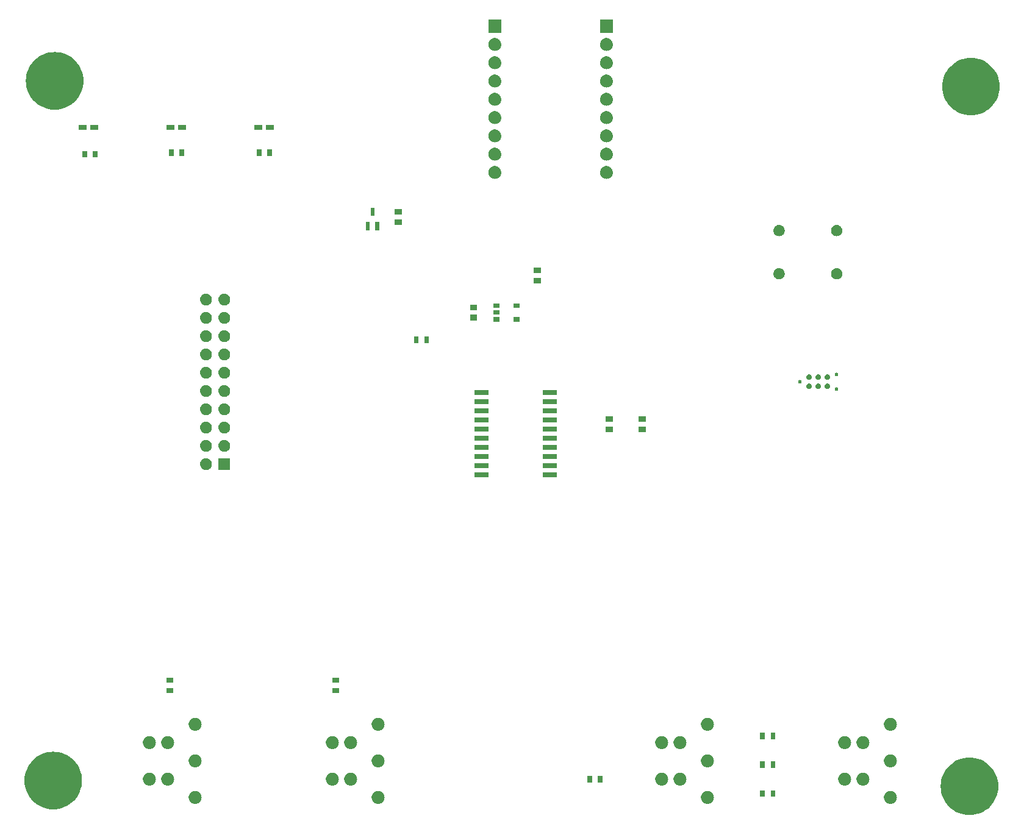
<source format=gbr>
%TF.GenerationSoftware,KiCad,Pcbnew,7.0.10*%
%TF.CreationDate,2024-12-08T15:27:32+00:00*%
%TF.ProjectId,buran,62757261-6e2e-46b6-9963-61645f706362,rev?*%
%TF.SameCoordinates,Original*%
%TF.FileFunction,Soldermask,Top*%
%TF.FilePolarity,Negative*%
%FSLAX46Y46*%
G04 Gerber Fmt 4.6, Leading zero omitted, Abs format (unit mm)*
G04 Created by KiCad (PCBNEW 7.0.10) date 2024-12-08 15:27:32*
%MOMM*%
%LPD*%
G01*
G04 APERTURE LIST*
G04 APERTURE END LIST*
G36*
X166392069Y-119019261D02*
G01*
X166780361Y-119076859D01*
X167161139Y-119172239D01*
X167530734Y-119304482D01*
X167885587Y-119472315D01*
X168222281Y-119674122D01*
X168537573Y-119907958D01*
X168828427Y-120171573D01*
X169092042Y-120462427D01*
X169325878Y-120777719D01*
X169527685Y-121114413D01*
X169695518Y-121469266D01*
X169827761Y-121838861D01*
X169923141Y-122219639D01*
X169980739Y-122607931D01*
X170000000Y-123000000D01*
X169980739Y-123392069D01*
X169923141Y-123780361D01*
X169827761Y-124161139D01*
X169695518Y-124530734D01*
X169527685Y-124885587D01*
X169325878Y-125222281D01*
X169092042Y-125537573D01*
X168828427Y-125828427D01*
X168537573Y-126092042D01*
X168222281Y-126325878D01*
X167885587Y-126527685D01*
X167530734Y-126695518D01*
X167161139Y-126827761D01*
X166780361Y-126923141D01*
X166392069Y-126980739D01*
X166000000Y-127000000D01*
X165607931Y-126980739D01*
X165219639Y-126923141D01*
X164838861Y-126827761D01*
X164469266Y-126695518D01*
X164114413Y-126527685D01*
X163777719Y-126325878D01*
X163462427Y-126092042D01*
X163171573Y-125828427D01*
X162907958Y-125537573D01*
X162674122Y-125222281D01*
X162472315Y-124885587D01*
X162304482Y-124530734D01*
X162172239Y-124161139D01*
X162076859Y-123780361D01*
X162019261Y-123392069D01*
X162000000Y-123000000D01*
X162019261Y-122607931D01*
X162076859Y-122219639D01*
X162172239Y-121838861D01*
X162304482Y-121469266D01*
X162472315Y-121114413D01*
X162674122Y-120777719D01*
X162907958Y-120462427D01*
X163171573Y-120171573D01*
X163462427Y-119907958D01*
X163777719Y-119674122D01*
X164114413Y-119472315D01*
X164469266Y-119304482D01*
X164838861Y-119172239D01*
X165219639Y-119076859D01*
X165607931Y-119019261D01*
X166000000Y-119000000D01*
X166392069Y-119019261D01*
G37*
G36*
X39192069Y-118219261D02*
G01*
X39580361Y-118276859D01*
X39961139Y-118372239D01*
X40330734Y-118504482D01*
X40685587Y-118672315D01*
X41022281Y-118874122D01*
X41337573Y-119107958D01*
X41628427Y-119371573D01*
X41892042Y-119662427D01*
X42125878Y-119977719D01*
X42327685Y-120314413D01*
X42495518Y-120669266D01*
X42627761Y-121038861D01*
X42723141Y-121419639D01*
X42780739Y-121807931D01*
X42800000Y-122200000D01*
X42780739Y-122592069D01*
X42723141Y-122980361D01*
X42627761Y-123361139D01*
X42495518Y-123730734D01*
X42327685Y-124085587D01*
X42125878Y-124422281D01*
X41892042Y-124737573D01*
X41628427Y-125028427D01*
X41337573Y-125292042D01*
X41022281Y-125525878D01*
X40685587Y-125727685D01*
X40330734Y-125895518D01*
X39961139Y-126027761D01*
X39580361Y-126123141D01*
X39192069Y-126180739D01*
X38800000Y-126200000D01*
X38407931Y-126180739D01*
X38019639Y-126123141D01*
X37638861Y-126027761D01*
X37269266Y-125895518D01*
X36914413Y-125727685D01*
X36577719Y-125525878D01*
X36262427Y-125292042D01*
X35971573Y-125028427D01*
X35707958Y-124737573D01*
X35474122Y-124422281D01*
X35272315Y-124085587D01*
X35104482Y-123730734D01*
X34972239Y-123361139D01*
X34876859Y-122980361D01*
X34819261Y-122592069D01*
X34800000Y-122200000D01*
X34819261Y-121807931D01*
X34876859Y-121419639D01*
X34972239Y-121038861D01*
X35104482Y-120669266D01*
X35272315Y-120314413D01*
X35474122Y-119977719D01*
X35707958Y-119662427D01*
X35971573Y-119371573D01*
X36262427Y-119107958D01*
X36577719Y-118874122D01*
X36914413Y-118672315D01*
X37269266Y-118504482D01*
X37638861Y-118372239D01*
X38019639Y-118276859D01*
X38407931Y-118219261D01*
X38800000Y-118200000D01*
X39192069Y-118219261D01*
G37*
G36*
X58547113Y-123644930D02*
G01*
X58594076Y-123644930D01*
X58634622Y-123653548D01*
X58675526Y-123657577D01*
X58726916Y-123673166D01*
X58778115Y-123684049D01*
X58810879Y-123698636D01*
X58844304Y-123708776D01*
X58897420Y-123737166D01*
X58950000Y-123760577D01*
X58974445Y-123778337D01*
X58999849Y-123791916D01*
X59051669Y-123834444D01*
X59102218Y-123871170D01*
X59118631Y-123889398D01*
X59136190Y-123903809D01*
X59183379Y-123961308D01*
X59228115Y-124010993D01*
X59237512Y-124027269D01*
X59248083Y-124040150D01*
X59287183Y-124113302D01*
X59322191Y-124173937D01*
X59326218Y-124186331D01*
X59331223Y-124195695D01*
X59358821Y-124286672D01*
X59380333Y-124352879D01*
X59381090Y-124360082D01*
X59382422Y-124364473D01*
X59395377Y-124496021D01*
X59400000Y-124540000D01*
X59395377Y-124583982D01*
X59382422Y-124715526D01*
X59381090Y-124719916D01*
X59380333Y-124727121D01*
X59358816Y-124793341D01*
X59331223Y-124884304D01*
X59326219Y-124893665D01*
X59322191Y-124906063D01*
X59287176Y-124966709D01*
X59248083Y-125039849D01*
X59237514Y-125052726D01*
X59228115Y-125069007D01*
X59183369Y-125118701D01*
X59136190Y-125176190D01*
X59118634Y-125190597D01*
X59102218Y-125208830D01*
X59051659Y-125245563D01*
X58999849Y-125288083D01*
X58974450Y-125301658D01*
X58950000Y-125319423D01*
X58897408Y-125342838D01*
X58844304Y-125371223D01*
X58810886Y-125381360D01*
X58778115Y-125395951D01*
X58726905Y-125406836D01*
X58675526Y-125422422D01*
X58634631Y-125426449D01*
X58594076Y-125435070D01*
X58547103Y-125435070D01*
X58500000Y-125439709D01*
X58452897Y-125435070D01*
X58405924Y-125435070D01*
X58365368Y-125426449D01*
X58324473Y-125422422D01*
X58273091Y-125406835D01*
X58221885Y-125395951D01*
X58189115Y-125381361D01*
X58155695Y-125371223D01*
X58102585Y-125342835D01*
X58050000Y-125319423D01*
X58025552Y-125301660D01*
X58000150Y-125288083D01*
X57948332Y-125245556D01*
X57897782Y-125208830D01*
X57881368Y-125190600D01*
X57863809Y-125176190D01*
X57816618Y-125118688D01*
X57771885Y-125069007D01*
X57762487Y-125052730D01*
X57751916Y-125039849D01*
X57712810Y-124966686D01*
X57677809Y-124906063D01*
X57673782Y-124893670D01*
X57668776Y-124884304D01*
X57641168Y-124793294D01*
X57619667Y-124727121D01*
X57618910Y-124719921D01*
X57617577Y-124715526D01*
X57604606Y-124583831D01*
X57600000Y-124540000D01*
X57604606Y-124496172D01*
X57617577Y-124364473D01*
X57618910Y-124360077D01*
X57619667Y-124352879D01*
X57641163Y-124286719D01*
X57668776Y-124195695D01*
X57673783Y-124186327D01*
X57677809Y-124173937D01*
X57712802Y-124113326D01*
X57751916Y-124040150D01*
X57762489Y-124027265D01*
X57771885Y-124010993D01*
X57816609Y-123961321D01*
X57863809Y-123903809D01*
X57881371Y-123889395D01*
X57897782Y-123871170D01*
X57948321Y-123834450D01*
X58000150Y-123791916D01*
X58025557Y-123778335D01*
X58050000Y-123760577D01*
X58102573Y-123737169D01*
X58155695Y-123708776D01*
X58189122Y-123698635D01*
X58221885Y-123684049D01*
X58273080Y-123673166D01*
X58324473Y-123657577D01*
X58365377Y-123653548D01*
X58405924Y-123644930D01*
X58452887Y-123644930D01*
X58500000Y-123640290D01*
X58547113Y-123644930D01*
G37*
G36*
X83947113Y-123644930D02*
G01*
X83994076Y-123644930D01*
X84034622Y-123653548D01*
X84075526Y-123657577D01*
X84126916Y-123673166D01*
X84178115Y-123684049D01*
X84210879Y-123698636D01*
X84244304Y-123708776D01*
X84297420Y-123737166D01*
X84350000Y-123760577D01*
X84374445Y-123778337D01*
X84399849Y-123791916D01*
X84451669Y-123834444D01*
X84502218Y-123871170D01*
X84518631Y-123889398D01*
X84536190Y-123903809D01*
X84583379Y-123961308D01*
X84628115Y-124010993D01*
X84637512Y-124027269D01*
X84648083Y-124040150D01*
X84687183Y-124113302D01*
X84722191Y-124173937D01*
X84726218Y-124186331D01*
X84731223Y-124195695D01*
X84758821Y-124286672D01*
X84780333Y-124352879D01*
X84781090Y-124360082D01*
X84782422Y-124364473D01*
X84795377Y-124496021D01*
X84800000Y-124540000D01*
X84795377Y-124583982D01*
X84782422Y-124715526D01*
X84781090Y-124719916D01*
X84780333Y-124727121D01*
X84758816Y-124793341D01*
X84731223Y-124884304D01*
X84726219Y-124893665D01*
X84722191Y-124906063D01*
X84687176Y-124966709D01*
X84648083Y-125039849D01*
X84637514Y-125052726D01*
X84628115Y-125069007D01*
X84583369Y-125118701D01*
X84536190Y-125176190D01*
X84518634Y-125190597D01*
X84502218Y-125208830D01*
X84451659Y-125245563D01*
X84399849Y-125288083D01*
X84374450Y-125301658D01*
X84350000Y-125319423D01*
X84297408Y-125342838D01*
X84244304Y-125371223D01*
X84210886Y-125381360D01*
X84178115Y-125395951D01*
X84126905Y-125406836D01*
X84075526Y-125422422D01*
X84034631Y-125426449D01*
X83994076Y-125435070D01*
X83947103Y-125435070D01*
X83900000Y-125439709D01*
X83852897Y-125435070D01*
X83805924Y-125435070D01*
X83765368Y-125426449D01*
X83724473Y-125422422D01*
X83673091Y-125406835D01*
X83621885Y-125395951D01*
X83589115Y-125381361D01*
X83555695Y-125371223D01*
X83502585Y-125342835D01*
X83450000Y-125319423D01*
X83425552Y-125301660D01*
X83400150Y-125288083D01*
X83348332Y-125245556D01*
X83297782Y-125208830D01*
X83281368Y-125190600D01*
X83263809Y-125176190D01*
X83216618Y-125118688D01*
X83171885Y-125069007D01*
X83162487Y-125052730D01*
X83151916Y-125039849D01*
X83112810Y-124966686D01*
X83077809Y-124906063D01*
X83073782Y-124893670D01*
X83068776Y-124884304D01*
X83041168Y-124793294D01*
X83019667Y-124727121D01*
X83018910Y-124719921D01*
X83017577Y-124715526D01*
X83004606Y-124583831D01*
X83000000Y-124540000D01*
X83004606Y-124496172D01*
X83017577Y-124364473D01*
X83018910Y-124360077D01*
X83019667Y-124352879D01*
X83041163Y-124286719D01*
X83068776Y-124195695D01*
X83073783Y-124186327D01*
X83077809Y-124173937D01*
X83112802Y-124113326D01*
X83151916Y-124040150D01*
X83162489Y-124027265D01*
X83171885Y-124010993D01*
X83216609Y-123961321D01*
X83263809Y-123903809D01*
X83281371Y-123889395D01*
X83297782Y-123871170D01*
X83348321Y-123834450D01*
X83400150Y-123791916D01*
X83425557Y-123778335D01*
X83450000Y-123760577D01*
X83502573Y-123737169D01*
X83555695Y-123708776D01*
X83589122Y-123698635D01*
X83621885Y-123684049D01*
X83673080Y-123673166D01*
X83724473Y-123657577D01*
X83765377Y-123653548D01*
X83805924Y-123644930D01*
X83852887Y-123644930D01*
X83900000Y-123640290D01*
X83947113Y-123644930D01*
G37*
G36*
X129667113Y-123644930D02*
G01*
X129714076Y-123644930D01*
X129754622Y-123653548D01*
X129795526Y-123657577D01*
X129846916Y-123673166D01*
X129898115Y-123684049D01*
X129930879Y-123698636D01*
X129964304Y-123708776D01*
X130017420Y-123737166D01*
X130070000Y-123760577D01*
X130094445Y-123778337D01*
X130119849Y-123791916D01*
X130171669Y-123834444D01*
X130222218Y-123871170D01*
X130238631Y-123889398D01*
X130256190Y-123903809D01*
X130303379Y-123961308D01*
X130348115Y-124010993D01*
X130357512Y-124027269D01*
X130368083Y-124040150D01*
X130407183Y-124113302D01*
X130442191Y-124173937D01*
X130446218Y-124186331D01*
X130451223Y-124195695D01*
X130478821Y-124286672D01*
X130500333Y-124352879D01*
X130501090Y-124360082D01*
X130502422Y-124364473D01*
X130515377Y-124496021D01*
X130520000Y-124540000D01*
X130515377Y-124583982D01*
X130502422Y-124715526D01*
X130501090Y-124719916D01*
X130500333Y-124727121D01*
X130478816Y-124793341D01*
X130451223Y-124884304D01*
X130446219Y-124893665D01*
X130442191Y-124906063D01*
X130407176Y-124966709D01*
X130368083Y-125039849D01*
X130357514Y-125052726D01*
X130348115Y-125069007D01*
X130303369Y-125118701D01*
X130256190Y-125176190D01*
X130238634Y-125190597D01*
X130222218Y-125208830D01*
X130171659Y-125245563D01*
X130119849Y-125288083D01*
X130094450Y-125301658D01*
X130070000Y-125319423D01*
X130017408Y-125342838D01*
X129964304Y-125371223D01*
X129930886Y-125381360D01*
X129898115Y-125395951D01*
X129846905Y-125406836D01*
X129795526Y-125422422D01*
X129754631Y-125426449D01*
X129714076Y-125435070D01*
X129667103Y-125435070D01*
X129620000Y-125439709D01*
X129572897Y-125435070D01*
X129525924Y-125435070D01*
X129485368Y-125426449D01*
X129444473Y-125422422D01*
X129393091Y-125406835D01*
X129341885Y-125395951D01*
X129309115Y-125381361D01*
X129275695Y-125371223D01*
X129222585Y-125342835D01*
X129170000Y-125319423D01*
X129145552Y-125301660D01*
X129120150Y-125288083D01*
X129068332Y-125245556D01*
X129017782Y-125208830D01*
X129001368Y-125190600D01*
X128983809Y-125176190D01*
X128936618Y-125118688D01*
X128891885Y-125069007D01*
X128882487Y-125052730D01*
X128871916Y-125039849D01*
X128832810Y-124966686D01*
X128797809Y-124906063D01*
X128793782Y-124893670D01*
X128788776Y-124884304D01*
X128761168Y-124793294D01*
X128739667Y-124727121D01*
X128738910Y-124719921D01*
X128737577Y-124715526D01*
X128724606Y-124583831D01*
X128720000Y-124540000D01*
X128724606Y-124496172D01*
X128737577Y-124364473D01*
X128738910Y-124360077D01*
X128739667Y-124352879D01*
X128761163Y-124286719D01*
X128788776Y-124195695D01*
X128793783Y-124186327D01*
X128797809Y-124173937D01*
X128832802Y-124113326D01*
X128871916Y-124040150D01*
X128882489Y-124027265D01*
X128891885Y-124010993D01*
X128936609Y-123961321D01*
X128983809Y-123903809D01*
X129001371Y-123889395D01*
X129017782Y-123871170D01*
X129068321Y-123834450D01*
X129120150Y-123791916D01*
X129145557Y-123778335D01*
X129170000Y-123760577D01*
X129222573Y-123737169D01*
X129275695Y-123708776D01*
X129309122Y-123698635D01*
X129341885Y-123684049D01*
X129393080Y-123673166D01*
X129444473Y-123657577D01*
X129485377Y-123653548D01*
X129525924Y-123644930D01*
X129572887Y-123644930D01*
X129620000Y-123640290D01*
X129667113Y-123644930D01*
G37*
G36*
X155067113Y-123644930D02*
G01*
X155114076Y-123644930D01*
X155154622Y-123653548D01*
X155195526Y-123657577D01*
X155246916Y-123673166D01*
X155298115Y-123684049D01*
X155330879Y-123698636D01*
X155364304Y-123708776D01*
X155417420Y-123737166D01*
X155470000Y-123760577D01*
X155494445Y-123778337D01*
X155519849Y-123791916D01*
X155571669Y-123834444D01*
X155622218Y-123871170D01*
X155638631Y-123889398D01*
X155656190Y-123903809D01*
X155703379Y-123961308D01*
X155748115Y-124010993D01*
X155757512Y-124027269D01*
X155768083Y-124040150D01*
X155807183Y-124113302D01*
X155842191Y-124173937D01*
X155846218Y-124186331D01*
X155851223Y-124195695D01*
X155878821Y-124286672D01*
X155900333Y-124352879D01*
X155901090Y-124360082D01*
X155902422Y-124364473D01*
X155915377Y-124496021D01*
X155920000Y-124540000D01*
X155915377Y-124583982D01*
X155902422Y-124715526D01*
X155901090Y-124719916D01*
X155900333Y-124727121D01*
X155878816Y-124793341D01*
X155851223Y-124884304D01*
X155846219Y-124893665D01*
X155842191Y-124906063D01*
X155807176Y-124966709D01*
X155768083Y-125039849D01*
X155757514Y-125052726D01*
X155748115Y-125069007D01*
X155703369Y-125118701D01*
X155656190Y-125176190D01*
X155638634Y-125190597D01*
X155622218Y-125208830D01*
X155571659Y-125245563D01*
X155519849Y-125288083D01*
X155494450Y-125301658D01*
X155470000Y-125319423D01*
X155417408Y-125342838D01*
X155364304Y-125371223D01*
X155330886Y-125381360D01*
X155298115Y-125395951D01*
X155246905Y-125406836D01*
X155195526Y-125422422D01*
X155154631Y-125426449D01*
X155114076Y-125435070D01*
X155067103Y-125435070D01*
X155020000Y-125439709D01*
X154972897Y-125435070D01*
X154925924Y-125435070D01*
X154885368Y-125426449D01*
X154844473Y-125422422D01*
X154793091Y-125406835D01*
X154741885Y-125395951D01*
X154709115Y-125381361D01*
X154675695Y-125371223D01*
X154622585Y-125342835D01*
X154570000Y-125319423D01*
X154545552Y-125301660D01*
X154520150Y-125288083D01*
X154468332Y-125245556D01*
X154417782Y-125208830D01*
X154401368Y-125190600D01*
X154383809Y-125176190D01*
X154336618Y-125118688D01*
X154291885Y-125069007D01*
X154282487Y-125052730D01*
X154271916Y-125039849D01*
X154232810Y-124966686D01*
X154197809Y-124906063D01*
X154193782Y-124893670D01*
X154188776Y-124884304D01*
X154161168Y-124793294D01*
X154139667Y-124727121D01*
X154138910Y-124719921D01*
X154137577Y-124715526D01*
X154124606Y-124583831D01*
X154120000Y-124540000D01*
X154124606Y-124496172D01*
X154137577Y-124364473D01*
X154138910Y-124360077D01*
X154139667Y-124352879D01*
X154161163Y-124286719D01*
X154188776Y-124195695D01*
X154193783Y-124186327D01*
X154197809Y-124173937D01*
X154232802Y-124113326D01*
X154271916Y-124040150D01*
X154282489Y-124027265D01*
X154291885Y-124010993D01*
X154336609Y-123961321D01*
X154383809Y-123903809D01*
X154401371Y-123889395D01*
X154417782Y-123871170D01*
X154468321Y-123834450D01*
X154520150Y-123791916D01*
X154545557Y-123778335D01*
X154570000Y-123760577D01*
X154622573Y-123737169D01*
X154675695Y-123708776D01*
X154709122Y-123698635D01*
X154741885Y-123684049D01*
X154793080Y-123673166D01*
X154844473Y-123657577D01*
X154885377Y-123653548D01*
X154925924Y-123644930D01*
X154972887Y-123644930D01*
X155020000Y-123640290D01*
X155067113Y-123644930D01*
G37*
G36*
X137600000Y-124450000D02*
G01*
X136950000Y-124450000D01*
X136950000Y-123550000D01*
X137600000Y-123550000D01*
X137600000Y-124450000D01*
G37*
G36*
X139050000Y-124450000D02*
G01*
X138400000Y-124450000D01*
X138400000Y-123550000D01*
X139050000Y-123550000D01*
X139050000Y-124450000D01*
G37*
G36*
X52197113Y-121104930D02*
G01*
X52244076Y-121104930D01*
X52284622Y-121113548D01*
X52325526Y-121117577D01*
X52376916Y-121133166D01*
X52428115Y-121144049D01*
X52460879Y-121158636D01*
X52494304Y-121168776D01*
X52547420Y-121197166D01*
X52600000Y-121220577D01*
X52624445Y-121238337D01*
X52649849Y-121251916D01*
X52701669Y-121294444D01*
X52752218Y-121331170D01*
X52768631Y-121349398D01*
X52786190Y-121363809D01*
X52833379Y-121421308D01*
X52878115Y-121470993D01*
X52887512Y-121487269D01*
X52898083Y-121500150D01*
X52937183Y-121573302D01*
X52972191Y-121633937D01*
X52976218Y-121646331D01*
X52981223Y-121655695D01*
X53008821Y-121746672D01*
X53030333Y-121812879D01*
X53031090Y-121820082D01*
X53032422Y-121824473D01*
X53045377Y-121956021D01*
X53050000Y-122000000D01*
X53045377Y-122043982D01*
X53032422Y-122175526D01*
X53031090Y-122179916D01*
X53030333Y-122187121D01*
X53008816Y-122253341D01*
X52981223Y-122344304D01*
X52976219Y-122353665D01*
X52972191Y-122366063D01*
X52937176Y-122426709D01*
X52898083Y-122499849D01*
X52887514Y-122512726D01*
X52878115Y-122529007D01*
X52833369Y-122578701D01*
X52786190Y-122636190D01*
X52768634Y-122650597D01*
X52752218Y-122668830D01*
X52701659Y-122705563D01*
X52649849Y-122748083D01*
X52624450Y-122761658D01*
X52600000Y-122779423D01*
X52547408Y-122802838D01*
X52494304Y-122831223D01*
X52460886Y-122841360D01*
X52428115Y-122855951D01*
X52376905Y-122866836D01*
X52325526Y-122882422D01*
X52284631Y-122886449D01*
X52244076Y-122895070D01*
X52197103Y-122895070D01*
X52150000Y-122899709D01*
X52102897Y-122895070D01*
X52055924Y-122895070D01*
X52015368Y-122886449D01*
X51974473Y-122882422D01*
X51923091Y-122866835D01*
X51871885Y-122855951D01*
X51839115Y-122841361D01*
X51805695Y-122831223D01*
X51752585Y-122802835D01*
X51700000Y-122779423D01*
X51675552Y-122761660D01*
X51650150Y-122748083D01*
X51598332Y-122705556D01*
X51547782Y-122668830D01*
X51531368Y-122650600D01*
X51513809Y-122636190D01*
X51466618Y-122578688D01*
X51421885Y-122529007D01*
X51412487Y-122512730D01*
X51401916Y-122499849D01*
X51362810Y-122426686D01*
X51327809Y-122366063D01*
X51323782Y-122353670D01*
X51318776Y-122344304D01*
X51291168Y-122253294D01*
X51269667Y-122187121D01*
X51268910Y-122179921D01*
X51267577Y-122175526D01*
X51254606Y-122043831D01*
X51250000Y-122000000D01*
X51254606Y-121956172D01*
X51267577Y-121824473D01*
X51268910Y-121820077D01*
X51269667Y-121812879D01*
X51291163Y-121746719D01*
X51318776Y-121655695D01*
X51323783Y-121646327D01*
X51327809Y-121633937D01*
X51362802Y-121573326D01*
X51401916Y-121500150D01*
X51412489Y-121487265D01*
X51421885Y-121470993D01*
X51466609Y-121421321D01*
X51513809Y-121363809D01*
X51531371Y-121349395D01*
X51547782Y-121331170D01*
X51598321Y-121294450D01*
X51650150Y-121251916D01*
X51675557Y-121238335D01*
X51700000Y-121220577D01*
X51752573Y-121197169D01*
X51805695Y-121168776D01*
X51839122Y-121158635D01*
X51871885Y-121144049D01*
X51923080Y-121133166D01*
X51974473Y-121117577D01*
X52015377Y-121113548D01*
X52055924Y-121104930D01*
X52102887Y-121104930D01*
X52150000Y-121100290D01*
X52197113Y-121104930D01*
G37*
G36*
X54737113Y-121104930D02*
G01*
X54784076Y-121104930D01*
X54824622Y-121113548D01*
X54865526Y-121117577D01*
X54916916Y-121133166D01*
X54968115Y-121144049D01*
X55000879Y-121158636D01*
X55034304Y-121168776D01*
X55087420Y-121197166D01*
X55140000Y-121220577D01*
X55164445Y-121238337D01*
X55189849Y-121251916D01*
X55241669Y-121294444D01*
X55292218Y-121331170D01*
X55308631Y-121349398D01*
X55326190Y-121363809D01*
X55373379Y-121421308D01*
X55418115Y-121470993D01*
X55427512Y-121487269D01*
X55438083Y-121500150D01*
X55477183Y-121573302D01*
X55512191Y-121633937D01*
X55516218Y-121646331D01*
X55521223Y-121655695D01*
X55548821Y-121746672D01*
X55570333Y-121812879D01*
X55571090Y-121820082D01*
X55572422Y-121824473D01*
X55585377Y-121956021D01*
X55590000Y-122000000D01*
X55585377Y-122043982D01*
X55572422Y-122175526D01*
X55571090Y-122179916D01*
X55570333Y-122187121D01*
X55548816Y-122253341D01*
X55521223Y-122344304D01*
X55516219Y-122353665D01*
X55512191Y-122366063D01*
X55477176Y-122426709D01*
X55438083Y-122499849D01*
X55427514Y-122512726D01*
X55418115Y-122529007D01*
X55373369Y-122578701D01*
X55326190Y-122636190D01*
X55308634Y-122650597D01*
X55292218Y-122668830D01*
X55241659Y-122705563D01*
X55189849Y-122748083D01*
X55164450Y-122761658D01*
X55140000Y-122779423D01*
X55087408Y-122802838D01*
X55034304Y-122831223D01*
X55000886Y-122841360D01*
X54968115Y-122855951D01*
X54916905Y-122866836D01*
X54865526Y-122882422D01*
X54824631Y-122886449D01*
X54784076Y-122895070D01*
X54737103Y-122895070D01*
X54690000Y-122899709D01*
X54642897Y-122895070D01*
X54595924Y-122895070D01*
X54555368Y-122886449D01*
X54514473Y-122882422D01*
X54463091Y-122866835D01*
X54411885Y-122855951D01*
X54379115Y-122841361D01*
X54345695Y-122831223D01*
X54292585Y-122802835D01*
X54240000Y-122779423D01*
X54215552Y-122761660D01*
X54190150Y-122748083D01*
X54138332Y-122705556D01*
X54087782Y-122668830D01*
X54071368Y-122650600D01*
X54053809Y-122636190D01*
X54006618Y-122578688D01*
X53961885Y-122529007D01*
X53952487Y-122512730D01*
X53941916Y-122499849D01*
X53902810Y-122426686D01*
X53867809Y-122366063D01*
X53863782Y-122353670D01*
X53858776Y-122344304D01*
X53831168Y-122253294D01*
X53809667Y-122187121D01*
X53808910Y-122179921D01*
X53807577Y-122175526D01*
X53794606Y-122043831D01*
X53790000Y-122000000D01*
X53794606Y-121956172D01*
X53807577Y-121824473D01*
X53808910Y-121820077D01*
X53809667Y-121812879D01*
X53831163Y-121746719D01*
X53858776Y-121655695D01*
X53863783Y-121646327D01*
X53867809Y-121633937D01*
X53902802Y-121573326D01*
X53941916Y-121500150D01*
X53952489Y-121487265D01*
X53961885Y-121470993D01*
X54006609Y-121421321D01*
X54053809Y-121363809D01*
X54071371Y-121349395D01*
X54087782Y-121331170D01*
X54138321Y-121294450D01*
X54190150Y-121251916D01*
X54215557Y-121238335D01*
X54240000Y-121220577D01*
X54292573Y-121197169D01*
X54345695Y-121168776D01*
X54379122Y-121158635D01*
X54411885Y-121144049D01*
X54463080Y-121133166D01*
X54514473Y-121117577D01*
X54555377Y-121113548D01*
X54595924Y-121104930D01*
X54642887Y-121104930D01*
X54690000Y-121100290D01*
X54737113Y-121104930D01*
G37*
G36*
X77597113Y-121104930D02*
G01*
X77644076Y-121104930D01*
X77684622Y-121113548D01*
X77725526Y-121117577D01*
X77776916Y-121133166D01*
X77828115Y-121144049D01*
X77860879Y-121158636D01*
X77894304Y-121168776D01*
X77947420Y-121197166D01*
X78000000Y-121220577D01*
X78024445Y-121238337D01*
X78049849Y-121251916D01*
X78101669Y-121294444D01*
X78152218Y-121331170D01*
X78168631Y-121349398D01*
X78186190Y-121363809D01*
X78233379Y-121421308D01*
X78278115Y-121470993D01*
X78287512Y-121487269D01*
X78298083Y-121500150D01*
X78337183Y-121573302D01*
X78372191Y-121633937D01*
X78376218Y-121646331D01*
X78381223Y-121655695D01*
X78408821Y-121746672D01*
X78430333Y-121812879D01*
X78431090Y-121820082D01*
X78432422Y-121824473D01*
X78445377Y-121956021D01*
X78450000Y-122000000D01*
X78445377Y-122043982D01*
X78432422Y-122175526D01*
X78431090Y-122179916D01*
X78430333Y-122187121D01*
X78408816Y-122253341D01*
X78381223Y-122344304D01*
X78376219Y-122353665D01*
X78372191Y-122366063D01*
X78337176Y-122426709D01*
X78298083Y-122499849D01*
X78287514Y-122512726D01*
X78278115Y-122529007D01*
X78233369Y-122578701D01*
X78186190Y-122636190D01*
X78168634Y-122650597D01*
X78152218Y-122668830D01*
X78101659Y-122705563D01*
X78049849Y-122748083D01*
X78024450Y-122761658D01*
X78000000Y-122779423D01*
X77947408Y-122802838D01*
X77894304Y-122831223D01*
X77860886Y-122841360D01*
X77828115Y-122855951D01*
X77776905Y-122866836D01*
X77725526Y-122882422D01*
X77684631Y-122886449D01*
X77644076Y-122895070D01*
X77597103Y-122895070D01*
X77550000Y-122899709D01*
X77502897Y-122895070D01*
X77455924Y-122895070D01*
X77415368Y-122886449D01*
X77374473Y-122882422D01*
X77323091Y-122866835D01*
X77271885Y-122855951D01*
X77239115Y-122841361D01*
X77205695Y-122831223D01*
X77152585Y-122802835D01*
X77100000Y-122779423D01*
X77075552Y-122761660D01*
X77050150Y-122748083D01*
X76998332Y-122705556D01*
X76947782Y-122668830D01*
X76931368Y-122650600D01*
X76913809Y-122636190D01*
X76866618Y-122578688D01*
X76821885Y-122529007D01*
X76812487Y-122512730D01*
X76801916Y-122499849D01*
X76762810Y-122426686D01*
X76727809Y-122366063D01*
X76723782Y-122353670D01*
X76718776Y-122344304D01*
X76691168Y-122253294D01*
X76669667Y-122187121D01*
X76668910Y-122179921D01*
X76667577Y-122175526D01*
X76654606Y-122043831D01*
X76650000Y-122000000D01*
X76654606Y-121956172D01*
X76667577Y-121824473D01*
X76668910Y-121820077D01*
X76669667Y-121812879D01*
X76691163Y-121746719D01*
X76718776Y-121655695D01*
X76723783Y-121646327D01*
X76727809Y-121633937D01*
X76762802Y-121573326D01*
X76801916Y-121500150D01*
X76812489Y-121487265D01*
X76821885Y-121470993D01*
X76866609Y-121421321D01*
X76913809Y-121363809D01*
X76931371Y-121349395D01*
X76947782Y-121331170D01*
X76998321Y-121294450D01*
X77050150Y-121251916D01*
X77075557Y-121238335D01*
X77100000Y-121220577D01*
X77152573Y-121197169D01*
X77205695Y-121168776D01*
X77239122Y-121158635D01*
X77271885Y-121144049D01*
X77323080Y-121133166D01*
X77374473Y-121117577D01*
X77415377Y-121113548D01*
X77455924Y-121104930D01*
X77502887Y-121104930D01*
X77550000Y-121100290D01*
X77597113Y-121104930D01*
G37*
G36*
X80137113Y-121104930D02*
G01*
X80184076Y-121104930D01*
X80224622Y-121113548D01*
X80265526Y-121117577D01*
X80316916Y-121133166D01*
X80368115Y-121144049D01*
X80400879Y-121158636D01*
X80434304Y-121168776D01*
X80487420Y-121197166D01*
X80540000Y-121220577D01*
X80564445Y-121238337D01*
X80589849Y-121251916D01*
X80641669Y-121294444D01*
X80692218Y-121331170D01*
X80708631Y-121349398D01*
X80726190Y-121363809D01*
X80773379Y-121421308D01*
X80818115Y-121470993D01*
X80827512Y-121487269D01*
X80838083Y-121500150D01*
X80877183Y-121573302D01*
X80912191Y-121633937D01*
X80916218Y-121646331D01*
X80921223Y-121655695D01*
X80948821Y-121746672D01*
X80970333Y-121812879D01*
X80971090Y-121820082D01*
X80972422Y-121824473D01*
X80985377Y-121956021D01*
X80990000Y-122000000D01*
X80985377Y-122043982D01*
X80972422Y-122175526D01*
X80971090Y-122179916D01*
X80970333Y-122187121D01*
X80948816Y-122253341D01*
X80921223Y-122344304D01*
X80916219Y-122353665D01*
X80912191Y-122366063D01*
X80877176Y-122426709D01*
X80838083Y-122499849D01*
X80827514Y-122512726D01*
X80818115Y-122529007D01*
X80773369Y-122578701D01*
X80726190Y-122636190D01*
X80708634Y-122650597D01*
X80692218Y-122668830D01*
X80641659Y-122705563D01*
X80589849Y-122748083D01*
X80564450Y-122761658D01*
X80540000Y-122779423D01*
X80487408Y-122802838D01*
X80434304Y-122831223D01*
X80400886Y-122841360D01*
X80368115Y-122855951D01*
X80316905Y-122866836D01*
X80265526Y-122882422D01*
X80224631Y-122886449D01*
X80184076Y-122895070D01*
X80137103Y-122895070D01*
X80090000Y-122899709D01*
X80042897Y-122895070D01*
X79995924Y-122895070D01*
X79955368Y-122886449D01*
X79914473Y-122882422D01*
X79863091Y-122866835D01*
X79811885Y-122855951D01*
X79779115Y-122841361D01*
X79745695Y-122831223D01*
X79692585Y-122802835D01*
X79640000Y-122779423D01*
X79615552Y-122761660D01*
X79590150Y-122748083D01*
X79538332Y-122705556D01*
X79487782Y-122668830D01*
X79471368Y-122650600D01*
X79453809Y-122636190D01*
X79406618Y-122578688D01*
X79361885Y-122529007D01*
X79352487Y-122512730D01*
X79341916Y-122499849D01*
X79302810Y-122426686D01*
X79267809Y-122366063D01*
X79263782Y-122353670D01*
X79258776Y-122344304D01*
X79231168Y-122253294D01*
X79209667Y-122187121D01*
X79208910Y-122179921D01*
X79207577Y-122175526D01*
X79194606Y-122043831D01*
X79190000Y-122000000D01*
X79194606Y-121956172D01*
X79207577Y-121824473D01*
X79208910Y-121820077D01*
X79209667Y-121812879D01*
X79231163Y-121746719D01*
X79258776Y-121655695D01*
X79263783Y-121646327D01*
X79267809Y-121633937D01*
X79302802Y-121573326D01*
X79341916Y-121500150D01*
X79352489Y-121487265D01*
X79361885Y-121470993D01*
X79406609Y-121421321D01*
X79453809Y-121363809D01*
X79471371Y-121349395D01*
X79487782Y-121331170D01*
X79538321Y-121294450D01*
X79590150Y-121251916D01*
X79615557Y-121238335D01*
X79640000Y-121220577D01*
X79692573Y-121197169D01*
X79745695Y-121168776D01*
X79779122Y-121158635D01*
X79811885Y-121144049D01*
X79863080Y-121133166D01*
X79914473Y-121117577D01*
X79955377Y-121113548D01*
X79995924Y-121104930D01*
X80042887Y-121104930D01*
X80090000Y-121100290D01*
X80137113Y-121104930D01*
G37*
G36*
X123317113Y-121104930D02*
G01*
X123364076Y-121104930D01*
X123404622Y-121113548D01*
X123445526Y-121117577D01*
X123496916Y-121133166D01*
X123548115Y-121144049D01*
X123580879Y-121158636D01*
X123614304Y-121168776D01*
X123667420Y-121197166D01*
X123720000Y-121220577D01*
X123744445Y-121238337D01*
X123769849Y-121251916D01*
X123821669Y-121294444D01*
X123872218Y-121331170D01*
X123888631Y-121349398D01*
X123906190Y-121363809D01*
X123953379Y-121421308D01*
X123998115Y-121470993D01*
X124007512Y-121487269D01*
X124018083Y-121500150D01*
X124057183Y-121573302D01*
X124092191Y-121633937D01*
X124096218Y-121646331D01*
X124101223Y-121655695D01*
X124128821Y-121746672D01*
X124150333Y-121812879D01*
X124151090Y-121820082D01*
X124152422Y-121824473D01*
X124165377Y-121956021D01*
X124170000Y-122000000D01*
X124165377Y-122043982D01*
X124152422Y-122175526D01*
X124151090Y-122179916D01*
X124150333Y-122187121D01*
X124128816Y-122253341D01*
X124101223Y-122344304D01*
X124096219Y-122353665D01*
X124092191Y-122366063D01*
X124057176Y-122426709D01*
X124018083Y-122499849D01*
X124007514Y-122512726D01*
X123998115Y-122529007D01*
X123953369Y-122578701D01*
X123906190Y-122636190D01*
X123888634Y-122650597D01*
X123872218Y-122668830D01*
X123821659Y-122705563D01*
X123769849Y-122748083D01*
X123744450Y-122761658D01*
X123720000Y-122779423D01*
X123667408Y-122802838D01*
X123614304Y-122831223D01*
X123580886Y-122841360D01*
X123548115Y-122855951D01*
X123496905Y-122866836D01*
X123445526Y-122882422D01*
X123404631Y-122886449D01*
X123364076Y-122895070D01*
X123317103Y-122895070D01*
X123270000Y-122899709D01*
X123222897Y-122895070D01*
X123175924Y-122895070D01*
X123135368Y-122886449D01*
X123094473Y-122882422D01*
X123043091Y-122866835D01*
X122991885Y-122855951D01*
X122959115Y-122841361D01*
X122925695Y-122831223D01*
X122872585Y-122802835D01*
X122820000Y-122779423D01*
X122795552Y-122761660D01*
X122770150Y-122748083D01*
X122718332Y-122705556D01*
X122667782Y-122668830D01*
X122651368Y-122650600D01*
X122633809Y-122636190D01*
X122586618Y-122578688D01*
X122541885Y-122529007D01*
X122532487Y-122512730D01*
X122521916Y-122499849D01*
X122482810Y-122426686D01*
X122447809Y-122366063D01*
X122443782Y-122353670D01*
X122438776Y-122344304D01*
X122411168Y-122253294D01*
X122389667Y-122187121D01*
X122388910Y-122179921D01*
X122387577Y-122175526D01*
X122374606Y-122043831D01*
X122370000Y-122000000D01*
X122374606Y-121956172D01*
X122387577Y-121824473D01*
X122388910Y-121820077D01*
X122389667Y-121812879D01*
X122411163Y-121746719D01*
X122438776Y-121655695D01*
X122443783Y-121646327D01*
X122447809Y-121633937D01*
X122482802Y-121573326D01*
X122521916Y-121500150D01*
X122532489Y-121487265D01*
X122541885Y-121470993D01*
X122586609Y-121421321D01*
X122633809Y-121363809D01*
X122651371Y-121349395D01*
X122667782Y-121331170D01*
X122718321Y-121294450D01*
X122770150Y-121251916D01*
X122795557Y-121238335D01*
X122820000Y-121220577D01*
X122872573Y-121197169D01*
X122925695Y-121168776D01*
X122959122Y-121158635D01*
X122991885Y-121144049D01*
X123043080Y-121133166D01*
X123094473Y-121117577D01*
X123135377Y-121113548D01*
X123175924Y-121104930D01*
X123222887Y-121104930D01*
X123270000Y-121100290D01*
X123317113Y-121104930D01*
G37*
G36*
X125857113Y-121104930D02*
G01*
X125904076Y-121104930D01*
X125944622Y-121113548D01*
X125985526Y-121117577D01*
X126036916Y-121133166D01*
X126088115Y-121144049D01*
X126120879Y-121158636D01*
X126154304Y-121168776D01*
X126207420Y-121197166D01*
X126260000Y-121220577D01*
X126284445Y-121238337D01*
X126309849Y-121251916D01*
X126361669Y-121294444D01*
X126412218Y-121331170D01*
X126428631Y-121349398D01*
X126446190Y-121363809D01*
X126493379Y-121421308D01*
X126538115Y-121470993D01*
X126547512Y-121487269D01*
X126558083Y-121500150D01*
X126597183Y-121573302D01*
X126632191Y-121633937D01*
X126636218Y-121646331D01*
X126641223Y-121655695D01*
X126668821Y-121746672D01*
X126690333Y-121812879D01*
X126691090Y-121820082D01*
X126692422Y-121824473D01*
X126705377Y-121956021D01*
X126710000Y-122000000D01*
X126705377Y-122043982D01*
X126692422Y-122175526D01*
X126691090Y-122179916D01*
X126690333Y-122187121D01*
X126668816Y-122253341D01*
X126641223Y-122344304D01*
X126636219Y-122353665D01*
X126632191Y-122366063D01*
X126597176Y-122426709D01*
X126558083Y-122499849D01*
X126547514Y-122512726D01*
X126538115Y-122529007D01*
X126493369Y-122578701D01*
X126446190Y-122636190D01*
X126428634Y-122650597D01*
X126412218Y-122668830D01*
X126361659Y-122705563D01*
X126309849Y-122748083D01*
X126284450Y-122761658D01*
X126260000Y-122779423D01*
X126207408Y-122802838D01*
X126154304Y-122831223D01*
X126120886Y-122841360D01*
X126088115Y-122855951D01*
X126036905Y-122866836D01*
X125985526Y-122882422D01*
X125944631Y-122886449D01*
X125904076Y-122895070D01*
X125857103Y-122895070D01*
X125810000Y-122899709D01*
X125762897Y-122895070D01*
X125715924Y-122895070D01*
X125675368Y-122886449D01*
X125634473Y-122882422D01*
X125583091Y-122866835D01*
X125531885Y-122855951D01*
X125499115Y-122841361D01*
X125465695Y-122831223D01*
X125412585Y-122802835D01*
X125360000Y-122779423D01*
X125335552Y-122761660D01*
X125310150Y-122748083D01*
X125258332Y-122705556D01*
X125207782Y-122668830D01*
X125191368Y-122650600D01*
X125173809Y-122636190D01*
X125126618Y-122578688D01*
X125081885Y-122529007D01*
X125072487Y-122512730D01*
X125061916Y-122499849D01*
X125022810Y-122426686D01*
X124987809Y-122366063D01*
X124983782Y-122353670D01*
X124978776Y-122344304D01*
X124951168Y-122253294D01*
X124929667Y-122187121D01*
X124928910Y-122179921D01*
X124927577Y-122175526D01*
X124914606Y-122043831D01*
X124910000Y-122000000D01*
X124914606Y-121956172D01*
X124927577Y-121824473D01*
X124928910Y-121820077D01*
X124929667Y-121812879D01*
X124951163Y-121746719D01*
X124978776Y-121655695D01*
X124983783Y-121646327D01*
X124987809Y-121633937D01*
X125022802Y-121573326D01*
X125061916Y-121500150D01*
X125072489Y-121487265D01*
X125081885Y-121470993D01*
X125126609Y-121421321D01*
X125173809Y-121363809D01*
X125191371Y-121349395D01*
X125207782Y-121331170D01*
X125258321Y-121294450D01*
X125310150Y-121251916D01*
X125335557Y-121238335D01*
X125360000Y-121220577D01*
X125412573Y-121197169D01*
X125465695Y-121168776D01*
X125499122Y-121158635D01*
X125531885Y-121144049D01*
X125583080Y-121133166D01*
X125634473Y-121117577D01*
X125675377Y-121113548D01*
X125715924Y-121104930D01*
X125762887Y-121104930D01*
X125810000Y-121100290D01*
X125857113Y-121104930D01*
G37*
G36*
X148717113Y-121104930D02*
G01*
X148764076Y-121104930D01*
X148804622Y-121113548D01*
X148845526Y-121117577D01*
X148896916Y-121133166D01*
X148948115Y-121144049D01*
X148980879Y-121158636D01*
X149014304Y-121168776D01*
X149067420Y-121197166D01*
X149120000Y-121220577D01*
X149144445Y-121238337D01*
X149169849Y-121251916D01*
X149221669Y-121294444D01*
X149272218Y-121331170D01*
X149288631Y-121349398D01*
X149306190Y-121363809D01*
X149353379Y-121421308D01*
X149398115Y-121470993D01*
X149407512Y-121487269D01*
X149418083Y-121500150D01*
X149457183Y-121573302D01*
X149492191Y-121633937D01*
X149496218Y-121646331D01*
X149501223Y-121655695D01*
X149528821Y-121746672D01*
X149550333Y-121812879D01*
X149551090Y-121820082D01*
X149552422Y-121824473D01*
X149565377Y-121956021D01*
X149570000Y-122000000D01*
X149565377Y-122043982D01*
X149552422Y-122175526D01*
X149551090Y-122179916D01*
X149550333Y-122187121D01*
X149528816Y-122253341D01*
X149501223Y-122344304D01*
X149496219Y-122353665D01*
X149492191Y-122366063D01*
X149457176Y-122426709D01*
X149418083Y-122499849D01*
X149407514Y-122512726D01*
X149398115Y-122529007D01*
X149353369Y-122578701D01*
X149306190Y-122636190D01*
X149288634Y-122650597D01*
X149272218Y-122668830D01*
X149221659Y-122705563D01*
X149169849Y-122748083D01*
X149144450Y-122761658D01*
X149120000Y-122779423D01*
X149067408Y-122802838D01*
X149014304Y-122831223D01*
X148980886Y-122841360D01*
X148948115Y-122855951D01*
X148896905Y-122866836D01*
X148845526Y-122882422D01*
X148804631Y-122886449D01*
X148764076Y-122895070D01*
X148717103Y-122895070D01*
X148670000Y-122899709D01*
X148622897Y-122895070D01*
X148575924Y-122895070D01*
X148535368Y-122886449D01*
X148494473Y-122882422D01*
X148443091Y-122866835D01*
X148391885Y-122855951D01*
X148359115Y-122841361D01*
X148325695Y-122831223D01*
X148272585Y-122802835D01*
X148220000Y-122779423D01*
X148195552Y-122761660D01*
X148170150Y-122748083D01*
X148118332Y-122705556D01*
X148067782Y-122668830D01*
X148051368Y-122650600D01*
X148033809Y-122636190D01*
X147986618Y-122578688D01*
X147941885Y-122529007D01*
X147932487Y-122512730D01*
X147921916Y-122499849D01*
X147882810Y-122426686D01*
X147847809Y-122366063D01*
X147843782Y-122353670D01*
X147838776Y-122344304D01*
X147811168Y-122253294D01*
X147789667Y-122187121D01*
X147788910Y-122179921D01*
X147787577Y-122175526D01*
X147774606Y-122043831D01*
X147770000Y-122000000D01*
X147774606Y-121956172D01*
X147787577Y-121824473D01*
X147788910Y-121820077D01*
X147789667Y-121812879D01*
X147811163Y-121746719D01*
X147838776Y-121655695D01*
X147843783Y-121646327D01*
X147847809Y-121633937D01*
X147882802Y-121573326D01*
X147921916Y-121500150D01*
X147932489Y-121487265D01*
X147941885Y-121470993D01*
X147986609Y-121421321D01*
X148033809Y-121363809D01*
X148051371Y-121349395D01*
X148067782Y-121331170D01*
X148118321Y-121294450D01*
X148170150Y-121251916D01*
X148195557Y-121238335D01*
X148220000Y-121220577D01*
X148272573Y-121197169D01*
X148325695Y-121168776D01*
X148359122Y-121158635D01*
X148391885Y-121144049D01*
X148443080Y-121133166D01*
X148494473Y-121117577D01*
X148535377Y-121113548D01*
X148575924Y-121104930D01*
X148622887Y-121104930D01*
X148670000Y-121100290D01*
X148717113Y-121104930D01*
G37*
G36*
X151257113Y-121104930D02*
G01*
X151304076Y-121104930D01*
X151344622Y-121113548D01*
X151385526Y-121117577D01*
X151436916Y-121133166D01*
X151488115Y-121144049D01*
X151520879Y-121158636D01*
X151554304Y-121168776D01*
X151607420Y-121197166D01*
X151660000Y-121220577D01*
X151684445Y-121238337D01*
X151709849Y-121251916D01*
X151761669Y-121294444D01*
X151812218Y-121331170D01*
X151828631Y-121349398D01*
X151846190Y-121363809D01*
X151893379Y-121421308D01*
X151938115Y-121470993D01*
X151947512Y-121487269D01*
X151958083Y-121500150D01*
X151997183Y-121573302D01*
X152032191Y-121633937D01*
X152036218Y-121646331D01*
X152041223Y-121655695D01*
X152068821Y-121746672D01*
X152090333Y-121812879D01*
X152091090Y-121820082D01*
X152092422Y-121824473D01*
X152105377Y-121956021D01*
X152110000Y-122000000D01*
X152105377Y-122043982D01*
X152092422Y-122175526D01*
X152091090Y-122179916D01*
X152090333Y-122187121D01*
X152068816Y-122253341D01*
X152041223Y-122344304D01*
X152036219Y-122353665D01*
X152032191Y-122366063D01*
X151997176Y-122426709D01*
X151958083Y-122499849D01*
X151947514Y-122512726D01*
X151938115Y-122529007D01*
X151893369Y-122578701D01*
X151846190Y-122636190D01*
X151828634Y-122650597D01*
X151812218Y-122668830D01*
X151761659Y-122705563D01*
X151709849Y-122748083D01*
X151684450Y-122761658D01*
X151660000Y-122779423D01*
X151607408Y-122802838D01*
X151554304Y-122831223D01*
X151520886Y-122841360D01*
X151488115Y-122855951D01*
X151436905Y-122866836D01*
X151385526Y-122882422D01*
X151344631Y-122886449D01*
X151304076Y-122895070D01*
X151257103Y-122895070D01*
X151210000Y-122899709D01*
X151162897Y-122895070D01*
X151115924Y-122895070D01*
X151075368Y-122886449D01*
X151034473Y-122882422D01*
X150983091Y-122866835D01*
X150931885Y-122855951D01*
X150899115Y-122841361D01*
X150865695Y-122831223D01*
X150812585Y-122802835D01*
X150760000Y-122779423D01*
X150735552Y-122761660D01*
X150710150Y-122748083D01*
X150658332Y-122705556D01*
X150607782Y-122668830D01*
X150591368Y-122650600D01*
X150573809Y-122636190D01*
X150526618Y-122578688D01*
X150481885Y-122529007D01*
X150472487Y-122512730D01*
X150461916Y-122499849D01*
X150422810Y-122426686D01*
X150387809Y-122366063D01*
X150383782Y-122353670D01*
X150378776Y-122344304D01*
X150351168Y-122253294D01*
X150329667Y-122187121D01*
X150328910Y-122179921D01*
X150327577Y-122175526D01*
X150314606Y-122043831D01*
X150310000Y-122000000D01*
X150314606Y-121956172D01*
X150327577Y-121824473D01*
X150328910Y-121820077D01*
X150329667Y-121812879D01*
X150351163Y-121746719D01*
X150378776Y-121655695D01*
X150383783Y-121646327D01*
X150387809Y-121633937D01*
X150422802Y-121573326D01*
X150461916Y-121500150D01*
X150472489Y-121487265D01*
X150481885Y-121470993D01*
X150526609Y-121421321D01*
X150573809Y-121363809D01*
X150591371Y-121349395D01*
X150607782Y-121331170D01*
X150658321Y-121294450D01*
X150710150Y-121251916D01*
X150735557Y-121238335D01*
X150760000Y-121220577D01*
X150812573Y-121197169D01*
X150865695Y-121168776D01*
X150899122Y-121158635D01*
X150931885Y-121144049D01*
X150983080Y-121133166D01*
X151034473Y-121117577D01*
X151075377Y-121113548D01*
X151115924Y-121104930D01*
X151162887Y-121104930D01*
X151210000Y-121100290D01*
X151257113Y-121104930D01*
G37*
G36*
X113600000Y-122450000D02*
G01*
X112950000Y-122450000D01*
X112950000Y-121550000D01*
X113600000Y-121550000D01*
X113600000Y-122450000D01*
G37*
G36*
X115050000Y-122450000D02*
G01*
X114400000Y-122450000D01*
X114400000Y-121550000D01*
X115050000Y-121550000D01*
X115050000Y-122450000D01*
G37*
G36*
X137600000Y-120450000D02*
G01*
X136950000Y-120450000D01*
X136950000Y-119550000D01*
X137600000Y-119550000D01*
X137600000Y-120450000D01*
G37*
G36*
X139050000Y-120450000D02*
G01*
X138400000Y-120450000D01*
X138400000Y-119550000D01*
X139050000Y-119550000D01*
X139050000Y-120450000D01*
G37*
G36*
X58547113Y-118564930D02*
G01*
X58594076Y-118564930D01*
X58634622Y-118573548D01*
X58675526Y-118577577D01*
X58726916Y-118593166D01*
X58778115Y-118604049D01*
X58810879Y-118618636D01*
X58844304Y-118628776D01*
X58897420Y-118657166D01*
X58950000Y-118680577D01*
X58974445Y-118698337D01*
X58999849Y-118711916D01*
X59051669Y-118754444D01*
X59102218Y-118791170D01*
X59118631Y-118809398D01*
X59136190Y-118823809D01*
X59183379Y-118881308D01*
X59228115Y-118930993D01*
X59237512Y-118947269D01*
X59248083Y-118960150D01*
X59287183Y-119033302D01*
X59322191Y-119093937D01*
X59326218Y-119106331D01*
X59331223Y-119115695D01*
X59358821Y-119206672D01*
X59380333Y-119272879D01*
X59381090Y-119280082D01*
X59382422Y-119284473D01*
X59395377Y-119416021D01*
X59400000Y-119460000D01*
X59395377Y-119503982D01*
X59382422Y-119635526D01*
X59381090Y-119639916D01*
X59380333Y-119647121D01*
X59358816Y-119713341D01*
X59331223Y-119804304D01*
X59326219Y-119813665D01*
X59322191Y-119826063D01*
X59287176Y-119886709D01*
X59248083Y-119959849D01*
X59237514Y-119972726D01*
X59228115Y-119989007D01*
X59183369Y-120038701D01*
X59136190Y-120096190D01*
X59118634Y-120110597D01*
X59102218Y-120128830D01*
X59051659Y-120165563D01*
X58999849Y-120208083D01*
X58974450Y-120221658D01*
X58950000Y-120239423D01*
X58897408Y-120262838D01*
X58844304Y-120291223D01*
X58810886Y-120301360D01*
X58778115Y-120315951D01*
X58726905Y-120326836D01*
X58675526Y-120342422D01*
X58634631Y-120346449D01*
X58594076Y-120355070D01*
X58547103Y-120355070D01*
X58500000Y-120359709D01*
X58452897Y-120355070D01*
X58405924Y-120355070D01*
X58365368Y-120346449D01*
X58324473Y-120342422D01*
X58273091Y-120326835D01*
X58221885Y-120315951D01*
X58189115Y-120301361D01*
X58155695Y-120291223D01*
X58102585Y-120262835D01*
X58050000Y-120239423D01*
X58025552Y-120221660D01*
X58000150Y-120208083D01*
X57948332Y-120165556D01*
X57897782Y-120128830D01*
X57881368Y-120110600D01*
X57863809Y-120096190D01*
X57816618Y-120038688D01*
X57771885Y-119989007D01*
X57762487Y-119972730D01*
X57751916Y-119959849D01*
X57712810Y-119886686D01*
X57677809Y-119826063D01*
X57673782Y-119813670D01*
X57668776Y-119804304D01*
X57641168Y-119713294D01*
X57619667Y-119647121D01*
X57618910Y-119639921D01*
X57617577Y-119635526D01*
X57604606Y-119503831D01*
X57600000Y-119460000D01*
X57604606Y-119416172D01*
X57617577Y-119284473D01*
X57618910Y-119280077D01*
X57619667Y-119272879D01*
X57641163Y-119206719D01*
X57668776Y-119115695D01*
X57673783Y-119106327D01*
X57677809Y-119093937D01*
X57712802Y-119033326D01*
X57751916Y-118960150D01*
X57762489Y-118947265D01*
X57771885Y-118930993D01*
X57816609Y-118881321D01*
X57863809Y-118823809D01*
X57881371Y-118809395D01*
X57897782Y-118791170D01*
X57948321Y-118754450D01*
X58000150Y-118711916D01*
X58025557Y-118698335D01*
X58050000Y-118680577D01*
X58102573Y-118657169D01*
X58155695Y-118628776D01*
X58189122Y-118618635D01*
X58221885Y-118604049D01*
X58273080Y-118593166D01*
X58324473Y-118577577D01*
X58365377Y-118573548D01*
X58405924Y-118564930D01*
X58452887Y-118564930D01*
X58500000Y-118560290D01*
X58547113Y-118564930D01*
G37*
G36*
X83947113Y-118564930D02*
G01*
X83994076Y-118564930D01*
X84034622Y-118573548D01*
X84075526Y-118577577D01*
X84126916Y-118593166D01*
X84178115Y-118604049D01*
X84210879Y-118618636D01*
X84244304Y-118628776D01*
X84297420Y-118657166D01*
X84350000Y-118680577D01*
X84374445Y-118698337D01*
X84399849Y-118711916D01*
X84451669Y-118754444D01*
X84502218Y-118791170D01*
X84518631Y-118809398D01*
X84536190Y-118823809D01*
X84583379Y-118881308D01*
X84628115Y-118930993D01*
X84637512Y-118947269D01*
X84648083Y-118960150D01*
X84687183Y-119033302D01*
X84722191Y-119093937D01*
X84726218Y-119106331D01*
X84731223Y-119115695D01*
X84758821Y-119206672D01*
X84780333Y-119272879D01*
X84781090Y-119280082D01*
X84782422Y-119284473D01*
X84795377Y-119416021D01*
X84800000Y-119460000D01*
X84795377Y-119503982D01*
X84782422Y-119635526D01*
X84781090Y-119639916D01*
X84780333Y-119647121D01*
X84758816Y-119713341D01*
X84731223Y-119804304D01*
X84726219Y-119813665D01*
X84722191Y-119826063D01*
X84687176Y-119886709D01*
X84648083Y-119959849D01*
X84637514Y-119972726D01*
X84628115Y-119989007D01*
X84583369Y-120038701D01*
X84536190Y-120096190D01*
X84518634Y-120110597D01*
X84502218Y-120128830D01*
X84451659Y-120165563D01*
X84399849Y-120208083D01*
X84374450Y-120221658D01*
X84350000Y-120239423D01*
X84297408Y-120262838D01*
X84244304Y-120291223D01*
X84210886Y-120301360D01*
X84178115Y-120315951D01*
X84126905Y-120326836D01*
X84075526Y-120342422D01*
X84034631Y-120346449D01*
X83994076Y-120355070D01*
X83947103Y-120355070D01*
X83900000Y-120359709D01*
X83852897Y-120355070D01*
X83805924Y-120355070D01*
X83765368Y-120346449D01*
X83724473Y-120342422D01*
X83673091Y-120326835D01*
X83621885Y-120315951D01*
X83589115Y-120301361D01*
X83555695Y-120291223D01*
X83502585Y-120262835D01*
X83450000Y-120239423D01*
X83425552Y-120221660D01*
X83400150Y-120208083D01*
X83348332Y-120165556D01*
X83297782Y-120128830D01*
X83281368Y-120110600D01*
X83263809Y-120096190D01*
X83216618Y-120038688D01*
X83171885Y-119989007D01*
X83162487Y-119972730D01*
X83151916Y-119959849D01*
X83112810Y-119886686D01*
X83077809Y-119826063D01*
X83073782Y-119813670D01*
X83068776Y-119804304D01*
X83041168Y-119713294D01*
X83019667Y-119647121D01*
X83018910Y-119639921D01*
X83017577Y-119635526D01*
X83004606Y-119503831D01*
X83000000Y-119460000D01*
X83004606Y-119416172D01*
X83017577Y-119284473D01*
X83018910Y-119280077D01*
X83019667Y-119272879D01*
X83041163Y-119206719D01*
X83068776Y-119115695D01*
X83073783Y-119106327D01*
X83077809Y-119093937D01*
X83112802Y-119033326D01*
X83151916Y-118960150D01*
X83162489Y-118947265D01*
X83171885Y-118930993D01*
X83216609Y-118881321D01*
X83263809Y-118823809D01*
X83281371Y-118809395D01*
X83297782Y-118791170D01*
X83348321Y-118754450D01*
X83400150Y-118711916D01*
X83425557Y-118698335D01*
X83450000Y-118680577D01*
X83502573Y-118657169D01*
X83555695Y-118628776D01*
X83589122Y-118618635D01*
X83621885Y-118604049D01*
X83673080Y-118593166D01*
X83724473Y-118577577D01*
X83765377Y-118573548D01*
X83805924Y-118564930D01*
X83852887Y-118564930D01*
X83900000Y-118560290D01*
X83947113Y-118564930D01*
G37*
G36*
X129667113Y-118564930D02*
G01*
X129714076Y-118564930D01*
X129754622Y-118573548D01*
X129795526Y-118577577D01*
X129846916Y-118593166D01*
X129898115Y-118604049D01*
X129930879Y-118618636D01*
X129964304Y-118628776D01*
X130017420Y-118657166D01*
X130070000Y-118680577D01*
X130094445Y-118698337D01*
X130119849Y-118711916D01*
X130171669Y-118754444D01*
X130222218Y-118791170D01*
X130238631Y-118809398D01*
X130256190Y-118823809D01*
X130303379Y-118881308D01*
X130348115Y-118930993D01*
X130357512Y-118947269D01*
X130368083Y-118960150D01*
X130407183Y-119033302D01*
X130442191Y-119093937D01*
X130446218Y-119106331D01*
X130451223Y-119115695D01*
X130478821Y-119206672D01*
X130500333Y-119272879D01*
X130501090Y-119280082D01*
X130502422Y-119284473D01*
X130515377Y-119416021D01*
X130520000Y-119460000D01*
X130515377Y-119503982D01*
X130502422Y-119635526D01*
X130501090Y-119639916D01*
X130500333Y-119647121D01*
X130478816Y-119713341D01*
X130451223Y-119804304D01*
X130446219Y-119813665D01*
X130442191Y-119826063D01*
X130407176Y-119886709D01*
X130368083Y-119959849D01*
X130357514Y-119972726D01*
X130348115Y-119989007D01*
X130303369Y-120038701D01*
X130256190Y-120096190D01*
X130238634Y-120110597D01*
X130222218Y-120128830D01*
X130171659Y-120165563D01*
X130119849Y-120208083D01*
X130094450Y-120221658D01*
X130070000Y-120239423D01*
X130017408Y-120262838D01*
X129964304Y-120291223D01*
X129930886Y-120301360D01*
X129898115Y-120315951D01*
X129846905Y-120326836D01*
X129795526Y-120342422D01*
X129754631Y-120346449D01*
X129714076Y-120355070D01*
X129667103Y-120355070D01*
X129620000Y-120359709D01*
X129572897Y-120355070D01*
X129525924Y-120355070D01*
X129485368Y-120346449D01*
X129444473Y-120342422D01*
X129393091Y-120326835D01*
X129341885Y-120315951D01*
X129309115Y-120301361D01*
X129275695Y-120291223D01*
X129222585Y-120262835D01*
X129170000Y-120239423D01*
X129145552Y-120221660D01*
X129120150Y-120208083D01*
X129068332Y-120165556D01*
X129017782Y-120128830D01*
X129001368Y-120110600D01*
X128983809Y-120096190D01*
X128936618Y-120038688D01*
X128891885Y-119989007D01*
X128882487Y-119972730D01*
X128871916Y-119959849D01*
X128832810Y-119886686D01*
X128797809Y-119826063D01*
X128793782Y-119813670D01*
X128788776Y-119804304D01*
X128761168Y-119713294D01*
X128739667Y-119647121D01*
X128738910Y-119639921D01*
X128737577Y-119635526D01*
X128724606Y-119503831D01*
X128720000Y-119460000D01*
X128724606Y-119416172D01*
X128737577Y-119284473D01*
X128738910Y-119280077D01*
X128739667Y-119272879D01*
X128761163Y-119206719D01*
X128788776Y-119115695D01*
X128793783Y-119106327D01*
X128797809Y-119093937D01*
X128832802Y-119033326D01*
X128871916Y-118960150D01*
X128882489Y-118947265D01*
X128891885Y-118930993D01*
X128936609Y-118881321D01*
X128983809Y-118823809D01*
X129001371Y-118809395D01*
X129017782Y-118791170D01*
X129068321Y-118754450D01*
X129120150Y-118711916D01*
X129145557Y-118698335D01*
X129170000Y-118680577D01*
X129222573Y-118657169D01*
X129275695Y-118628776D01*
X129309122Y-118618635D01*
X129341885Y-118604049D01*
X129393080Y-118593166D01*
X129444473Y-118577577D01*
X129485377Y-118573548D01*
X129525924Y-118564930D01*
X129572887Y-118564930D01*
X129620000Y-118560290D01*
X129667113Y-118564930D01*
G37*
G36*
X155067113Y-118564930D02*
G01*
X155114076Y-118564930D01*
X155154622Y-118573548D01*
X155195526Y-118577577D01*
X155246916Y-118593166D01*
X155298115Y-118604049D01*
X155330879Y-118618636D01*
X155364304Y-118628776D01*
X155417420Y-118657166D01*
X155470000Y-118680577D01*
X155494445Y-118698337D01*
X155519849Y-118711916D01*
X155571669Y-118754444D01*
X155622218Y-118791170D01*
X155638631Y-118809398D01*
X155656190Y-118823809D01*
X155703379Y-118881308D01*
X155748115Y-118930993D01*
X155757512Y-118947269D01*
X155768083Y-118960150D01*
X155807183Y-119033302D01*
X155842191Y-119093937D01*
X155846218Y-119106331D01*
X155851223Y-119115695D01*
X155878821Y-119206672D01*
X155900333Y-119272879D01*
X155901090Y-119280082D01*
X155902422Y-119284473D01*
X155915377Y-119416021D01*
X155920000Y-119460000D01*
X155915377Y-119503982D01*
X155902422Y-119635526D01*
X155901090Y-119639916D01*
X155900333Y-119647121D01*
X155878816Y-119713341D01*
X155851223Y-119804304D01*
X155846219Y-119813665D01*
X155842191Y-119826063D01*
X155807176Y-119886709D01*
X155768083Y-119959849D01*
X155757514Y-119972726D01*
X155748115Y-119989007D01*
X155703369Y-120038701D01*
X155656190Y-120096190D01*
X155638634Y-120110597D01*
X155622218Y-120128830D01*
X155571659Y-120165563D01*
X155519849Y-120208083D01*
X155494450Y-120221658D01*
X155470000Y-120239423D01*
X155417408Y-120262838D01*
X155364304Y-120291223D01*
X155330886Y-120301360D01*
X155298115Y-120315951D01*
X155246905Y-120326836D01*
X155195526Y-120342422D01*
X155154631Y-120346449D01*
X155114076Y-120355070D01*
X155067103Y-120355070D01*
X155020000Y-120359709D01*
X154972897Y-120355070D01*
X154925924Y-120355070D01*
X154885368Y-120346449D01*
X154844473Y-120342422D01*
X154793091Y-120326835D01*
X154741885Y-120315951D01*
X154709115Y-120301361D01*
X154675695Y-120291223D01*
X154622585Y-120262835D01*
X154570000Y-120239423D01*
X154545552Y-120221660D01*
X154520150Y-120208083D01*
X154468332Y-120165556D01*
X154417782Y-120128830D01*
X154401368Y-120110600D01*
X154383809Y-120096190D01*
X154336618Y-120038688D01*
X154291885Y-119989007D01*
X154282487Y-119972730D01*
X154271916Y-119959849D01*
X154232810Y-119886686D01*
X154197809Y-119826063D01*
X154193782Y-119813670D01*
X154188776Y-119804304D01*
X154161168Y-119713294D01*
X154139667Y-119647121D01*
X154138910Y-119639921D01*
X154137577Y-119635526D01*
X154124606Y-119503831D01*
X154120000Y-119460000D01*
X154124606Y-119416172D01*
X154137577Y-119284473D01*
X154138910Y-119280077D01*
X154139667Y-119272879D01*
X154161163Y-119206719D01*
X154188776Y-119115695D01*
X154193783Y-119106327D01*
X154197809Y-119093937D01*
X154232802Y-119033326D01*
X154271916Y-118960150D01*
X154282489Y-118947265D01*
X154291885Y-118930993D01*
X154336609Y-118881321D01*
X154383809Y-118823809D01*
X154401371Y-118809395D01*
X154417782Y-118791170D01*
X154468321Y-118754450D01*
X154520150Y-118711916D01*
X154545557Y-118698335D01*
X154570000Y-118680577D01*
X154622573Y-118657169D01*
X154675695Y-118628776D01*
X154709122Y-118618635D01*
X154741885Y-118604049D01*
X154793080Y-118593166D01*
X154844473Y-118577577D01*
X154885377Y-118573548D01*
X154925924Y-118564930D01*
X154972887Y-118564930D01*
X155020000Y-118560290D01*
X155067113Y-118564930D01*
G37*
G36*
X52197113Y-116024930D02*
G01*
X52244076Y-116024930D01*
X52284622Y-116033548D01*
X52325526Y-116037577D01*
X52376916Y-116053166D01*
X52428115Y-116064049D01*
X52460879Y-116078636D01*
X52494304Y-116088776D01*
X52547420Y-116117166D01*
X52600000Y-116140577D01*
X52624445Y-116158337D01*
X52649849Y-116171916D01*
X52701669Y-116214444D01*
X52752218Y-116251170D01*
X52768631Y-116269398D01*
X52786190Y-116283809D01*
X52833379Y-116341308D01*
X52878115Y-116390993D01*
X52887512Y-116407269D01*
X52898083Y-116420150D01*
X52937183Y-116493302D01*
X52972191Y-116553937D01*
X52976218Y-116566331D01*
X52981223Y-116575695D01*
X53008821Y-116666672D01*
X53030333Y-116732879D01*
X53031090Y-116740082D01*
X53032422Y-116744473D01*
X53045377Y-116876021D01*
X53050000Y-116920000D01*
X53045377Y-116963982D01*
X53032422Y-117095526D01*
X53031090Y-117099916D01*
X53030333Y-117107121D01*
X53008816Y-117173341D01*
X52981223Y-117264304D01*
X52976219Y-117273665D01*
X52972191Y-117286063D01*
X52937176Y-117346709D01*
X52898083Y-117419849D01*
X52887514Y-117432726D01*
X52878115Y-117449007D01*
X52833369Y-117498701D01*
X52786190Y-117556190D01*
X52768634Y-117570597D01*
X52752218Y-117588830D01*
X52701659Y-117625563D01*
X52649849Y-117668083D01*
X52624450Y-117681658D01*
X52600000Y-117699423D01*
X52547408Y-117722838D01*
X52494304Y-117751223D01*
X52460886Y-117761360D01*
X52428115Y-117775951D01*
X52376905Y-117786836D01*
X52325526Y-117802422D01*
X52284631Y-117806449D01*
X52244076Y-117815070D01*
X52197103Y-117815070D01*
X52150000Y-117819709D01*
X52102897Y-117815070D01*
X52055924Y-117815070D01*
X52015368Y-117806449D01*
X51974473Y-117802422D01*
X51923091Y-117786835D01*
X51871885Y-117775951D01*
X51839115Y-117761361D01*
X51805695Y-117751223D01*
X51752585Y-117722835D01*
X51700000Y-117699423D01*
X51675552Y-117681660D01*
X51650150Y-117668083D01*
X51598332Y-117625556D01*
X51547782Y-117588830D01*
X51531368Y-117570600D01*
X51513809Y-117556190D01*
X51466618Y-117498688D01*
X51421885Y-117449007D01*
X51412487Y-117432730D01*
X51401916Y-117419849D01*
X51362810Y-117346686D01*
X51327809Y-117286063D01*
X51323782Y-117273670D01*
X51318776Y-117264304D01*
X51291168Y-117173294D01*
X51269667Y-117107121D01*
X51268910Y-117099921D01*
X51267577Y-117095526D01*
X51254606Y-116963831D01*
X51250000Y-116920000D01*
X51254606Y-116876172D01*
X51267577Y-116744473D01*
X51268910Y-116740077D01*
X51269667Y-116732879D01*
X51291163Y-116666719D01*
X51318776Y-116575695D01*
X51323783Y-116566327D01*
X51327809Y-116553937D01*
X51362802Y-116493326D01*
X51401916Y-116420150D01*
X51412489Y-116407265D01*
X51421885Y-116390993D01*
X51466609Y-116341321D01*
X51513809Y-116283809D01*
X51531371Y-116269395D01*
X51547782Y-116251170D01*
X51598321Y-116214450D01*
X51650150Y-116171916D01*
X51675557Y-116158335D01*
X51700000Y-116140577D01*
X51752573Y-116117169D01*
X51805695Y-116088776D01*
X51839122Y-116078635D01*
X51871885Y-116064049D01*
X51923080Y-116053166D01*
X51974473Y-116037577D01*
X52015377Y-116033548D01*
X52055924Y-116024930D01*
X52102887Y-116024930D01*
X52150000Y-116020290D01*
X52197113Y-116024930D01*
G37*
G36*
X54737113Y-116024930D02*
G01*
X54784076Y-116024930D01*
X54824622Y-116033548D01*
X54865526Y-116037577D01*
X54916916Y-116053166D01*
X54968115Y-116064049D01*
X55000879Y-116078636D01*
X55034304Y-116088776D01*
X55087420Y-116117166D01*
X55140000Y-116140577D01*
X55164445Y-116158337D01*
X55189849Y-116171916D01*
X55241669Y-116214444D01*
X55292218Y-116251170D01*
X55308631Y-116269398D01*
X55326190Y-116283809D01*
X55373379Y-116341308D01*
X55418115Y-116390993D01*
X55427512Y-116407269D01*
X55438083Y-116420150D01*
X55477183Y-116493302D01*
X55512191Y-116553937D01*
X55516218Y-116566331D01*
X55521223Y-116575695D01*
X55548821Y-116666672D01*
X55570333Y-116732879D01*
X55571090Y-116740082D01*
X55572422Y-116744473D01*
X55585377Y-116876021D01*
X55590000Y-116920000D01*
X55585377Y-116963982D01*
X55572422Y-117095526D01*
X55571090Y-117099916D01*
X55570333Y-117107121D01*
X55548816Y-117173341D01*
X55521223Y-117264304D01*
X55516219Y-117273665D01*
X55512191Y-117286063D01*
X55477176Y-117346709D01*
X55438083Y-117419849D01*
X55427514Y-117432726D01*
X55418115Y-117449007D01*
X55373369Y-117498701D01*
X55326190Y-117556190D01*
X55308634Y-117570597D01*
X55292218Y-117588830D01*
X55241659Y-117625563D01*
X55189849Y-117668083D01*
X55164450Y-117681658D01*
X55140000Y-117699423D01*
X55087408Y-117722838D01*
X55034304Y-117751223D01*
X55000886Y-117761360D01*
X54968115Y-117775951D01*
X54916905Y-117786836D01*
X54865526Y-117802422D01*
X54824631Y-117806449D01*
X54784076Y-117815070D01*
X54737103Y-117815070D01*
X54690000Y-117819709D01*
X54642897Y-117815070D01*
X54595924Y-117815070D01*
X54555368Y-117806449D01*
X54514473Y-117802422D01*
X54463091Y-117786835D01*
X54411885Y-117775951D01*
X54379115Y-117761361D01*
X54345695Y-117751223D01*
X54292585Y-117722835D01*
X54240000Y-117699423D01*
X54215552Y-117681660D01*
X54190150Y-117668083D01*
X54138332Y-117625556D01*
X54087782Y-117588830D01*
X54071368Y-117570600D01*
X54053809Y-117556190D01*
X54006618Y-117498688D01*
X53961885Y-117449007D01*
X53952487Y-117432730D01*
X53941916Y-117419849D01*
X53902810Y-117346686D01*
X53867809Y-117286063D01*
X53863782Y-117273670D01*
X53858776Y-117264304D01*
X53831168Y-117173294D01*
X53809667Y-117107121D01*
X53808910Y-117099921D01*
X53807577Y-117095526D01*
X53794606Y-116963831D01*
X53790000Y-116920000D01*
X53794606Y-116876172D01*
X53807577Y-116744473D01*
X53808910Y-116740077D01*
X53809667Y-116732879D01*
X53831163Y-116666719D01*
X53858776Y-116575695D01*
X53863783Y-116566327D01*
X53867809Y-116553937D01*
X53902802Y-116493326D01*
X53941916Y-116420150D01*
X53952489Y-116407265D01*
X53961885Y-116390993D01*
X54006609Y-116341321D01*
X54053809Y-116283809D01*
X54071371Y-116269395D01*
X54087782Y-116251170D01*
X54138321Y-116214450D01*
X54190150Y-116171916D01*
X54215557Y-116158335D01*
X54240000Y-116140577D01*
X54292573Y-116117169D01*
X54345695Y-116088776D01*
X54379122Y-116078635D01*
X54411885Y-116064049D01*
X54463080Y-116053166D01*
X54514473Y-116037577D01*
X54555377Y-116033548D01*
X54595924Y-116024930D01*
X54642887Y-116024930D01*
X54690000Y-116020290D01*
X54737113Y-116024930D01*
G37*
G36*
X77597113Y-116024930D02*
G01*
X77644076Y-116024930D01*
X77684622Y-116033548D01*
X77725526Y-116037577D01*
X77776916Y-116053166D01*
X77828115Y-116064049D01*
X77860879Y-116078636D01*
X77894304Y-116088776D01*
X77947420Y-116117166D01*
X78000000Y-116140577D01*
X78024445Y-116158337D01*
X78049849Y-116171916D01*
X78101669Y-116214444D01*
X78152218Y-116251170D01*
X78168631Y-116269398D01*
X78186190Y-116283809D01*
X78233379Y-116341308D01*
X78278115Y-116390993D01*
X78287512Y-116407269D01*
X78298083Y-116420150D01*
X78337183Y-116493302D01*
X78372191Y-116553937D01*
X78376218Y-116566331D01*
X78381223Y-116575695D01*
X78408821Y-116666672D01*
X78430333Y-116732879D01*
X78431090Y-116740082D01*
X78432422Y-116744473D01*
X78445377Y-116876021D01*
X78450000Y-116920000D01*
X78445377Y-116963982D01*
X78432422Y-117095526D01*
X78431090Y-117099916D01*
X78430333Y-117107121D01*
X78408816Y-117173341D01*
X78381223Y-117264304D01*
X78376219Y-117273665D01*
X78372191Y-117286063D01*
X78337176Y-117346709D01*
X78298083Y-117419849D01*
X78287514Y-117432726D01*
X78278115Y-117449007D01*
X78233369Y-117498701D01*
X78186190Y-117556190D01*
X78168634Y-117570597D01*
X78152218Y-117588830D01*
X78101659Y-117625563D01*
X78049849Y-117668083D01*
X78024450Y-117681658D01*
X78000000Y-117699423D01*
X77947408Y-117722838D01*
X77894304Y-117751223D01*
X77860886Y-117761360D01*
X77828115Y-117775951D01*
X77776905Y-117786836D01*
X77725526Y-117802422D01*
X77684631Y-117806449D01*
X77644076Y-117815070D01*
X77597103Y-117815070D01*
X77550000Y-117819709D01*
X77502897Y-117815070D01*
X77455924Y-117815070D01*
X77415368Y-117806449D01*
X77374473Y-117802422D01*
X77323091Y-117786835D01*
X77271885Y-117775951D01*
X77239115Y-117761361D01*
X77205695Y-117751223D01*
X77152585Y-117722835D01*
X77100000Y-117699423D01*
X77075552Y-117681660D01*
X77050150Y-117668083D01*
X76998332Y-117625556D01*
X76947782Y-117588830D01*
X76931368Y-117570600D01*
X76913809Y-117556190D01*
X76866618Y-117498688D01*
X76821885Y-117449007D01*
X76812487Y-117432730D01*
X76801916Y-117419849D01*
X76762810Y-117346686D01*
X76727809Y-117286063D01*
X76723782Y-117273670D01*
X76718776Y-117264304D01*
X76691168Y-117173294D01*
X76669667Y-117107121D01*
X76668910Y-117099921D01*
X76667577Y-117095526D01*
X76654606Y-116963831D01*
X76650000Y-116920000D01*
X76654606Y-116876172D01*
X76667577Y-116744473D01*
X76668910Y-116740077D01*
X76669667Y-116732879D01*
X76691163Y-116666719D01*
X76718776Y-116575695D01*
X76723783Y-116566327D01*
X76727809Y-116553937D01*
X76762802Y-116493326D01*
X76801916Y-116420150D01*
X76812489Y-116407265D01*
X76821885Y-116390993D01*
X76866609Y-116341321D01*
X76913809Y-116283809D01*
X76931371Y-116269395D01*
X76947782Y-116251170D01*
X76998321Y-116214450D01*
X77050150Y-116171916D01*
X77075557Y-116158335D01*
X77100000Y-116140577D01*
X77152573Y-116117169D01*
X77205695Y-116088776D01*
X77239122Y-116078635D01*
X77271885Y-116064049D01*
X77323080Y-116053166D01*
X77374473Y-116037577D01*
X77415377Y-116033548D01*
X77455924Y-116024930D01*
X77502887Y-116024930D01*
X77550000Y-116020290D01*
X77597113Y-116024930D01*
G37*
G36*
X80137113Y-116024930D02*
G01*
X80184076Y-116024930D01*
X80224622Y-116033548D01*
X80265526Y-116037577D01*
X80316916Y-116053166D01*
X80368115Y-116064049D01*
X80400879Y-116078636D01*
X80434304Y-116088776D01*
X80487420Y-116117166D01*
X80540000Y-116140577D01*
X80564445Y-116158337D01*
X80589849Y-116171916D01*
X80641669Y-116214444D01*
X80692218Y-116251170D01*
X80708631Y-116269398D01*
X80726190Y-116283809D01*
X80773379Y-116341308D01*
X80818115Y-116390993D01*
X80827512Y-116407269D01*
X80838083Y-116420150D01*
X80877183Y-116493302D01*
X80912191Y-116553937D01*
X80916218Y-116566331D01*
X80921223Y-116575695D01*
X80948821Y-116666672D01*
X80970333Y-116732879D01*
X80971090Y-116740082D01*
X80972422Y-116744473D01*
X80985377Y-116876021D01*
X80990000Y-116920000D01*
X80985377Y-116963982D01*
X80972422Y-117095526D01*
X80971090Y-117099916D01*
X80970333Y-117107121D01*
X80948816Y-117173341D01*
X80921223Y-117264304D01*
X80916219Y-117273665D01*
X80912191Y-117286063D01*
X80877176Y-117346709D01*
X80838083Y-117419849D01*
X80827514Y-117432726D01*
X80818115Y-117449007D01*
X80773369Y-117498701D01*
X80726190Y-117556190D01*
X80708634Y-117570597D01*
X80692218Y-117588830D01*
X80641659Y-117625563D01*
X80589849Y-117668083D01*
X80564450Y-117681658D01*
X80540000Y-117699423D01*
X80487408Y-117722838D01*
X80434304Y-117751223D01*
X80400886Y-117761360D01*
X80368115Y-117775951D01*
X80316905Y-117786836D01*
X80265526Y-117802422D01*
X80224631Y-117806449D01*
X80184076Y-117815070D01*
X80137103Y-117815070D01*
X80090000Y-117819709D01*
X80042897Y-117815070D01*
X79995924Y-117815070D01*
X79955368Y-117806449D01*
X79914473Y-117802422D01*
X79863091Y-117786835D01*
X79811885Y-117775951D01*
X79779115Y-117761361D01*
X79745695Y-117751223D01*
X79692585Y-117722835D01*
X79640000Y-117699423D01*
X79615552Y-117681660D01*
X79590150Y-117668083D01*
X79538332Y-117625556D01*
X79487782Y-117588830D01*
X79471368Y-117570600D01*
X79453809Y-117556190D01*
X79406618Y-117498688D01*
X79361885Y-117449007D01*
X79352487Y-117432730D01*
X79341916Y-117419849D01*
X79302810Y-117346686D01*
X79267809Y-117286063D01*
X79263782Y-117273670D01*
X79258776Y-117264304D01*
X79231168Y-117173294D01*
X79209667Y-117107121D01*
X79208910Y-117099921D01*
X79207577Y-117095526D01*
X79194606Y-116963831D01*
X79190000Y-116920000D01*
X79194606Y-116876172D01*
X79207577Y-116744473D01*
X79208910Y-116740077D01*
X79209667Y-116732879D01*
X79231163Y-116666719D01*
X79258776Y-116575695D01*
X79263783Y-116566327D01*
X79267809Y-116553937D01*
X79302802Y-116493326D01*
X79341916Y-116420150D01*
X79352489Y-116407265D01*
X79361885Y-116390993D01*
X79406609Y-116341321D01*
X79453809Y-116283809D01*
X79471371Y-116269395D01*
X79487782Y-116251170D01*
X79538321Y-116214450D01*
X79590150Y-116171916D01*
X79615557Y-116158335D01*
X79640000Y-116140577D01*
X79692573Y-116117169D01*
X79745695Y-116088776D01*
X79779122Y-116078635D01*
X79811885Y-116064049D01*
X79863080Y-116053166D01*
X79914473Y-116037577D01*
X79955377Y-116033548D01*
X79995924Y-116024930D01*
X80042887Y-116024930D01*
X80090000Y-116020290D01*
X80137113Y-116024930D01*
G37*
G36*
X123317113Y-116024930D02*
G01*
X123364076Y-116024930D01*
X123404622Y-116033548D01*
X123445526Y-116037577D01*
X123496916Y-116053166D01*
X123548115Y-116064049D01*
X123580879Y-116078636D01*
X123614304Y-116088776D01*
X123667420Y-116117166D01*
X123720000Y-116140577D01*
X123744445Y-116158337D01*
X123769849Y-116171916D01*
X123821669Y-116214444D01*
X123872218Y-116251170D01*
X123888631Y-116269398D01*
X123906190Y-116283809D01*
X123953379Y-116341308D01*
X123998115Y-116390993D01*
X124007512Y-116407269D01*
X124018083Y-116420150D01*
X124057183Y-116493302D01*
X124092191Y-116553937D01*
X124096218Y-116566331D01*
X124101223Y-116575695D01*
X124128821Y-116666672D01*
X124150333Y-116732879D01*
X124151090Y-116740082D01*
X124152422Y-116744473D01*
X124165377Y-116876021D01*
X124170000Y-116920000D01*
X124165377Y-116963982D01*
X124152422Y-117095526D01*
X124151090Y-117099916D01*
X124150333Y-117107121D01*
X124128816Y-117173341D01*
X124101223Y-117264304D01*
X124096219Y-117273665D01*
X124092191Y-117286063D01*
X124057176Y-117346709D01*
X124018083Y-117419849D01*
X124007514Y-117432726D01*
X123998115Y-117449007D01*
X123953369Y-117498701D01*
X123906190Y-117556190D01*
X123888634Y-117570597D01*
X123872218Y-117588830D01*
X123821659Y-117625563D01*
X123769849Y-117668083D01*
X123744450Y-117681658D01*
X123720000Y-117699423D01*
X123667408Y-117722838D01*
X123614304Y-117751223D01*
X123580886Y-117761360D01*
X123548115Y-117775951D01*
X123496905Y-117786836D01*
X123445526Y-117802422D01*
X123404631Y-117806449D01*
X123364076Y-117815070D01*
X123317103Y-117815070D01*
X123270000Y-117819709D01*
X123222897Y-117815070D01*
X123175924Y-117815070D01*
X123135368Y-117806449D01*
X123094473Y-117802422D01*
X123043091Y-117786835D01*
X122991885Y-117775951D01*
X122959115Y-117761361D01*
X122925695Y-117751223D01*
X122872585Y-117722835D01*
X122820000Y-117699423D01*
X122795552Y-117681660D01*
X122770150Y-117668083D01*
X122718332Y-117625556D01*
X122667782Y-117588830D01*
X122651368Y-117570600D01*
X122633809Y-117556190D01*
X122586618Y-117498688D01*
X122541885Y-117449007D01*
X122532487Y-117432730D01*
X122521916Y-117419849D01*
X122482810Y-117346686D01*
X122447809Y-117286063D01*
X122443782Y-117273670D01*
X122438776Y-117264304D01*
X122411168Y-117173294D01*
X122389667Y-117107121D01*
X122388910Y-117099921D01*
X122387577Y-117095526D01*
X122374606Y-116963831D01*
X122370000Y-116920000D01*
X122374606Y-116876172D01*
X122387577Y-116744473D01*
X122388910Y-116740077D01*
X122389667Y-116732879D01*
X122411163Y-116666719D01*
X122438776Y-116575695D01*
X122443783Y-116566327D01*
X122447809Y-116553937D01*
X122482802Y-116493326D01*
X122521916Y-116420150D01*
X122532489Y-116407265D01*
X122541885Y-116390993D01*
X122586609Y-116341321D01*
X122633809Y-116283809D01*
X122651371Y-116269395D01*
X122667782Y-116251170D01*
X122718321Y-116214450D01*
X122770150Y-116171916D01*
X122795557Y-116158335D01*
X122820000Y-116140577D01*
X122872573Y-116117169D01*
X122925695Y-116088776D01*
X122959122Y-116078635D01*
X122991885Y-116064049D01*
X123043080Y-116053166D01*
X123094473Y-116037577D01*
X123135377Y-116033548D01*
X123175924Y-116024930D01*
X123222887Y-116024930D01*
X123270000Y-116020290D01*
X123317113Y-116024930D01*
G37*
G36*
X125857113Y-116024930D02*
G01*
X125904076Y-116024930D01*
X125944622Y-116033548D01*
X125985526Y-116037577D01*
X126036916Y-116053166D01*
X126088115Y-116064049D01*
X126120879Y-116078636D01*
X126154304Y-116088776D01*
X126207420Y-116117166D01*
X126260000Y-116140577D01*
X126284445Y-116158337D01*
X126309849Y-116171916D01*
X126361669Y-116214444D01*
X126412218Y-116251170D01*
X126428631Y-116269398D01*
X126446190Y-116283809D01*
X126493379Y-116341308D01*
X126538115Y-116390993D01*
X126547512Y-116407269D01*
X126558083Y-116420150D01*
X126597183Y-116493302D01*
X126632191Y-116553937D01*
X126636218Y-116566331D01*
X126641223Y-116575695D01*
X126668821Y-116666672D01*
X126690333Y-116732879D01*
X126691090Y-116740082D01*
X126692422Y-116744473D01*
X126705377Y-116876021D01*
X126710000Y-116920000D01*
X126705377Y-116963982D01*
X126692422Y-117095526D01*
X126691090Y-117099916D01*
X126690333Y-117107121D01*
X126668816Y-117173341D01*
X126641223Y-117264304D01*
X126636219Y-117273665D01*
X126632191Y-117286063D01*
X126597176Y-117346709D01*
X126558083Y-117419849D01*
X126547514Y-117432726D01*
X126538115Y-117449007D01*
X126493369Y-117498701D01*
X126446190Y-117556190D01*
X126428634Y-117570597D01*
X126412218Y-117588830D01*
X126361659Y-117625563D01*
X126309849Y-117668083D01*
X126284450Y-117681658D01*
X126260000Y-117699423D01*
X126207408Y-117722838D01*
X126154304Y-117751223D01*
X126120886Y-117761360D01*
X126088115Y-117775951D01*
X126036905Y-117786836D01*
X125985526Y-117802422D01*
X125944631Y-117806449D01*
X125904076Y-117815070D01*
X125857103Y-117815070D01*
X125810000Y-117819709D01*
X125762897Y-117815070D01*
X125715924Y-117815070D01*
X125675368Y-117806449D01*
X125634473Y-117802422D01*
X125583091Y-117786835D01*
X125531885Y-117775951D01*
X125499115Y-117761361D01*
X125465695Y-117751223D01*
X125412585Y-117722835D01*
X125360000Y-117699423D01*
X125335552Y-117681660D01*
X125310150Y-117668083D01*
X125258332Y-117625556D01*
X125207782Y-117588830D01*
X125191368Y-117570600D01*
X125173809Y-117556190D01*
X125126618Y-117498688D01*
X125081885Y-117449007D01*
X125072487Y-117432730D01*
X125061916Y-117419849D01*
X125022810Y-117346686D01*
X124987809Y-117286063D01*
X124983782Y-117273670D01*
X124978776Y-117264304D01*
X124951168Y-117173294D01*
X124929667Y-117107121D01*
X124928910Y-117099921D01*
X124927577Y-117095526D01*
X124914606Y-116963831D01*
X124910000Y-116920000D01*
X124914606Y-116876172D01*
X124927577Y-116744473D01*
X124928910Y-116740077D01*
X124929667Y-116732879D01*
X124951163Y-116666719D01*
X124978776Y-116575695D01*
X124983783Y-116566327D01*
X124987809Y-116553937D01*
X125022802Y-116493326D01*
X125061916Y-116420150D01*
X125072489Y-116407265D01*
X125081885Y-116390993D01*
X125126609Y-116341321D01*
X125173809Y-116283809D01*
X125191371Y-116269395D01*
X125207782Y-116251170D01*
X125258321Y-116214450D01*
X125310150Y-116171916D01*
X125335557Y-116158335D01*
X125360000Y-116140577D01*
X125412573Y-116117169D01*
X125465695Y-116088776D01*
X125499122Y-116078635D01*
X125531885Y-116064049D01*
X125583080Y-116053166D01*
X125634473Y-116037577D01*
X125675377Y-116033548D01*
X125715924Y-116024930D01*
X125762887Y-116024930D01*
X125810000Y-116020290D01*
X125857113Y-116024930D01*
G37*
G36*
X148717113Y-116024930D02*
G01*
X148764076Y-116024930D01*
X148804622Y-116033548D01*
X148845526Y-116037577D01*
X148896916Y-116053166D01*
X148948115Y-116064049D01*
X148980879Y-116078636D01*
X149014304Y-116088776D01*
X149067420Y-116117166D01*
X149120000Y-116140577D01*
X149144445Y-116158337D01*
X149169849Y-116171916D01*
X149221669Y-116214444D01*
X149272218Y-116251170D01*
X149288631Y-116269398D01*
X149306190Y-116283809D01*
X149353379Y-116341308D01*
X149398115Y-116390993D01*
X149407512Y-116407269D01*
X149418083Y-116420150D01*
X149457183Y-116493302D01*
X149492191Y-116553937D01*
X149496218Y-116566331D01*
X149501223Y-116575695D01*
X149528821Y-116666672D01*
X149550333Y-116732879D01*
X149551090Y-116740082D01*
X149552422Y-116744473D01*
X149565377Y-116876021D01*
X149570000Y-116920000D01*
X149565377Y-116963982D01*
X149552422Y-117095526D01*
X149551090Y-117099916D01*
X149550333Y-117107121D01*
X149528816Y-117173341D01*
X149501223Y-117264304D01*
X149496219Y-117273665D01*
X149492191Y-117286063D01*
X149457176Y-117346709D01*
X149418083Y-117419849D01*
X149407514Y-117432726D01*
X149398115Y-117449007D01*
X149353369Y-117498701D01*
X149306190Y-117556190D01*
X149288634Y-117570597D01*
X149272218Y-117588830D01*
X149221659Y-117625563D01*
X149169849Y-117668083D01*
X149144450Y-117681658D01*
X149120000Y-117699423D01*
X149067408Y-117722838D01*
X149014304Y-117751223D01*
X148980886Y-117761360D01*
X148948115Y-117775951D01*
X148896905Y-117786836D01*
X148845526Y-117802422D01*
X148804631Y-117806449D01*
X148764076Y-117815070D01*
X148717103Y-117815070D01*
X148670000Y-117819709D01*
X148622897Y-117815070D01*
X148575924Y-117815070D01*
X148535368Y-117806449D01*
X148494473Y-117802422D01*
X148443091Y-117786835D01*
X148391885Y-117775951D01*
X148359115Y-117761361D01*
X148325695Y-117751223D01*
X148272585Y-117722835D01*
X148220000Y-117699423D01*
X148195552Y-117681660D01*
X148170150Y-117668083D01*
X148118332Y-117625556D01*
X148067782Y-117588830D01*
X148051368Y-117570600D01*
X148033809Y-117556190D01*
X147986618Y-117498688D01*
X147941885Y-117449007D01*
X147932487Y-117432730D01*
X147921916Y-117419849D01*
X147882810Y-117346686D01*
X147847809Y-117286063D01*
X147843782Y-117273670D01*
X147838776Y-117264304D01*
X147811168Y-117173294D01*
X147789667Y-117107121D01*
X147788910Y-117099921D01*
X147787577Y-117095526D01*
X147774606Y-116963831D01*
X147770000Y-116920000D01*
X147774606Y-116876172D01*
X147787577Y-116744473D01*
X147788910Y-116740077D01*
X147789667Y-116732879D01*
X147811163Y-116666719D01*
X147838776Y-116575695D01*
X147843783Y-116566327D01*
X147847809Y-116553937D01*
X147882802Y-116493326D01*
X147921916Y-116420150D01*
X147932489Y-116407265D01*
X147941885Y-116390993D01*
X147986609Y-116341321D01*
X148033809Y-116283809D01*
X148051371Y-116269395D01*
X148067782Y-116251170D01*
X148118321Y-116214450D01*
X148170150Y-116171916D01*
X148195557Y-116158335D01*
X148220000Y-116140577D01*
X148272573Y-116117169D01*
X148325695Y-116088776D01*
X148359122Y-116078635D01*
X148391885Y-116064049D01*
X148443080Y-116053166D01*
X148494473Y-116037577D01*
X148535377Y-116033548D01*
X148575924Y-116024930D01*
X148622887Y-116024930D01*
X148670000Y-116020290D01*
X148717113Y-116024930D01*
G37*
G36*
X151257113Y-116024930D02*
G01*
X151304076Y-116024930D01*
X151344622Y-116033548D01*
X151385526Y-116037577D01*
X151436916Y-116053166D01*
X151488115Y-116064049D01*
X151520879Y-116078636D01*
X151554304Y-116088776D01*
X151607420Y-116117166D01*
X151660000Y-116140577D01*
X151684445Y-116158337D01*
X151709849Y-116171916D01*
X151761669Y-116214444D01*
X151812218Y-116251170D01*
X151828631Y-116269398D01*
X151846190Y-116283809D01*
X151893379Y-116341308D01*
X151938115Y-116390993D01*
X151947512Y-116407269D01*
X151958083Y-116420150D01*
X151997183Y-116493302D01*
X152032191Y-116553937D01*
X152036218Y-116566331D01*
X152041223Y-116575695D01*
X152068821Y-116666672D01*
X152090333Y-116732879D01*
X152091090Y-116740082D01*
X152092422Y-116744473D01*
X152105377Y-116876021D01*
X152110000Y-116920000D01*
X152105377Y-116963982D01*
X152092422Y-117095526D01*
X152091090Y-117099916D01*
X152090333Y-117107121D01*
X152068816Y-117173341D01*
X152041223Y-117264304D01*
X152036219Y-117273665D01*
X152032191Y-117286063D01*
X151997176Y-117346709D01*
X151958083Y-117419849D01*
X151947514Y-117432726D01*
X151938115Y-117449007D01*
X151893369Y-117498701D01*
X151846190Y-117556190D01*
X151828634Y-117570597D01*
X151812218Y-117588830D01*
X151761659Y-117625563D01*
X151709849Y-117668083D01*
X151684450Y-117681658D01*
X151660000Y-117699423D01*
X151607408Y-117722838D01*
X151554304Y-117751223D01*
X151520886Y-117761360D01*
X151488115Y-117775951D01*
X151436905Y-117786836D01*
X151385526Y-117802422D01*
X151344631Y-117806449D01*
X151304076Y-117815070D01*
X151257103Y-117815070D01*
X151210000Y-117819709D01*
X151162897Y-117815070D01*
X151115924Y-117815070D01*
X151075368Y-117806449D01*
X151034473Y-117802422D01*
X150983091Y-117786835D01*
X150931885Y-117775951D01*
X150899115Y-117761361D01*
X150865695Y-117751223D01*
X150812585Y-117722835D01*
X150760000Y-117699423D01*
X150735552Y-117681660D01*
X150710150Y-117668083D01*
X150658332Y-117625556D01*
X150607782Y-117588830D01*
X150591368Y-117570600D01*
X150573809Y-117556190D01*
X150526618Y-117498688D01*
X150481885Y-117449007D01*
X150472487Y-117432730D01*
X150461916Y-117419849D01*
X150422810Y-117346686D01*
X150387809Y-117286063D01*
X150383782Y-117273670D01*
X150378776Y-117264304D01*
X150351168Y-117173294D01*
X150329667Y-117107121D01*
X150328910Y-117099921D01*
X150327577Y-117095526D01*
X150314606Y-116963831D01*
X150310000Y-116920000D01*
X150314606Y-116876172D01*
X150327577Y-116744473D01*
X150328910Y-116740077D01*
X150329667Y-116732879D01*
X150351163Y-116666719D01*
X150378776Y-116575695D01*
X150383783Y-116566327D01*
X150387809Y-116553937D01*
X150422802Y-116493326D01*
X150461916Y-116420150D01*
X150472489Y-116407265D01*
X150481885Y-116390993D01*
X150526609Y-116341321D01*
X150573809Y-116283809D01*
X150591371Y-116269395D01*
X150607782Y-116251170D01*
X150658321Y-116214450D01*
X150710150Y-116171916D01*
X150735557Y-116158335D01*
X150760000Y-116140577D01*
X150812573Y-116117169D01*
X150865695Y-116088776D01*
X150899122Y-116078635D01*
X150931885Y-116064049D01*
X150983080Y-116053166D01*
X151034473Y-116037577D01*
X151075377Y-116033548D01*
X151115924Y-116024930D01*
X151162887Y-116024930D01*
X151210000Y-116020290D01*
X151257113Y-116024930D01*
G37*
G36*
X137600000Y-116450000D02*
G01*
X136950000Y-116450000D01*
X136950000Y-115550000D01*
X137600000Y-115550000D01*
X137600000Y-116450000D01*
G37*
G36*
X139050000Y-116450000D02*
G01*
X138400000Y-116450000D01*
X138400000Y-115550000D01*
X139050000Y-115550000D01*
X139050000Y-116450000D01*
G37*
G36*
X58547113Y-113484930D02*
G01*
X58594076Y-113484930D01*
X58634622Y-113493548D01*
X58675526Y-113497577D01*
X58726916Y-113513166D01*
X58778115Y-113524049D01*
X58810879Y-113538636D01*
X58844304Y-113548776D01*
X58897420Y-113577166D01*
X58950000Y-113600577D01*
X58974445Y-113618337D01*
X58999849Y-113631916D01*
X59051669Y-113674444D01*
X59102218Y-113711170D01*
X59118631Y-113729398D01*
X59136190Y-113743809D01*
X59183379Y-113801308D01*
X59228115Y-113850993D01*
X59237512Y-113867269D01*
X59248083Y-113880150D01*
X59287183Y-113953302D01*
X59322191Y-114013937D01*
X59326218Y-114026331D01*
X59331223Y-114035695D01*
X59358821Y-114126672D01*
X59380333Y-114192879D01*
X59381090Y-114200082D01*
X59382422Y-114204473D01*
X59395377Y-114336021D01*
X59400000Y-114380000D01*
X59395377Y-114423982D01*
X59382422Y-114555526D01*
X59381090Y-114559916D01*
X59380333Y-114567121D01*
X59358816Y-114633341D01*
X59331223Y-114724304D01*
X59326219Y-114733665D01*
X59322191Y-114746063D01*
X59287176Y-114806709D01*
X59248083Y-114879849D01*
X59237514Y-114892726D01*
X59228115Y-114909007D01*
X59183369Y-114958701D01*
X59136190Y-115016190D01*
X59118634Y-115030597D01*
X59102218Y-115048830D01*
X59051659Y-115085563D01*
X58999849Y-115128083D01*
X58974450Y-115141658D01*
X58950000Y-115159423D01*
X58897408Y-115182838D01*
X58844304Y-115211223D01*
X58810886Y-115221360D01*
X58778115Y-115235951D01*
X58726905Y-115246836D01*
X58675526Y-115262422D01*
X58634631Y-115266449D01*
X58594076Y-115275070D01*
X58547103Y-115275070D01*
X58500000Y-115279709D01*
X58452897Y-115275070D01*
X58405924Y-115275070D01*
X58365368Y-115266449D01*
X58324473Y-115262422D01*
X58273091Y-115246835D01*
X58221885Y-115235951D01*
X58189115Y-115221361D01*
X58155695Y-115211223D01*
X58102585Y-115182835D01*
X58050000Y-115159423D01*
X58025552Y-115141660D01*
X58000150Y-115128083D01*
X57948332Y-115085556D01*
X57897782Y-115048830D01*
X57881368Y-115030600D01*
X57863809Y-115016190D01*
X57816618Y-114958688D01*
X57771885Y-114909007D01*
X57762487Y-114892730D01*
X57751916Y-114879849D01*
X57712810Y-114806686D01*
X57677809Y-114746063D01*
X57673782Y-114733670D01*
X57668776Y-114724304D01*
X57641168Y-114633294D01*
X57619667Y-114567121D01*
X57618910Y-114559921D01*
X57617577Y-114555526D01*
X57604606Y-114423831D01*
X57600000Y-114380000D01*
X57604606Y-114336172D01*
X57617577Y-114204473D01*
X57618910Y-114200077D01*
X57619667Y-114192879D01*
X57641163Y-114126719D01*
X57668776Y-114035695D01*
X57673783Y-114026327D01*
X57677809Y-114013937D01*
X57712802Y-113953326D01*
X57751916Y-113880150D01*
X57762489Y-113867265D01*
X57771885Y-113850993D01*
X57816609Y-113801321D01*
X57863809Y-113743809D01*
X57881371Y-113729395D01*
X57897782Y-113711170D01*
X57948321Y-113674450D01*
X58000150Y-113631916D01*
X58025557Y-113618335D01*
X58050000Y-113600577D01*
X58102573Y-113577169D01*
X58155695Y-113548776D01*
X58189122Y-113538635D01*
X58221885Y-113524049D01*
X58273080Y-113513166D01*
X58324473Y-113497577D01*
X58365377Y-113493548D01*
X58405924Y-113484930D01*
X58452887Y-113484930D01*
X58500000Y-113480290D01*
X58547113Y-113484930D01*
G37*
G36*
X83947113Y-113484930D02*
G01*
X83994076Y-113484930D01*
X84034622Y-113493548D01*
X84075526Y-113497577D01*
X84126916Y-113513166D01*
X84178115Y-113524049D01*
X84210879Y-113538636D01*
X84244304Y-113548776D01*
X84297420Y-113577166D01*
X84350000Y-113600577D01*
X84374445Y-113618337D01*
X84399849Y-113631916D01*
X84451669Y-113674444D01*
X84502218Y-113711170D01*
X84518631Y-113729398D01*
X84536190Y-113743809D01*
X84583379Y-113801308D01*
X84628115Y-113850993D01*
X84637512Y-113867269D01*
X84648083Y-113880150D01*
X84687183Y-113953302D01*
X84722191Y-114013937D01*
X84726218Y-114026331D01*
X84731223Y-114035695D01*
X84758821Y-114126672D01*
X84780333Y-114192879D01*
X84781090Y-114200082D01*
X84782422Y-114204473D01*
X84795377Y-114336021D01*
X84800000Y-114380000D01*
X84795377Y-114423982D01*
X84782422Y-114555526D01*
X84781090Y-114559916D01*
X84780333Y-114567121D01*
X84758816Y-114633341D01*
X84731223Y-114724304D01*
X84726219Y-114733665D01*
X84722191Y-114746063D01*
X84687176Y-114806709D01*
X84648083Y-114879849D01*
X84637514Y-114892726D01*
X84628115Y-114909007D01*
X84583369Y-114958701D01*
X84536190Y-115016190D01*
X84518634Y-115030597D01*
X84502218Y-115048830D01*
X84451659Y-115085563D01*
X84399849Y-115128083D01*
X84374450Y-115141658D01*
X84350000Y-115159423D01*
X84297408Y-115182838D01*
X84244304Y-115211223D01*
X84210886Y-115221360D01*
X84178115Y-115235951D01*
X84126905Y-115246836D01*
X84075526Y-115262422D01*
X84034631Y-115266449D01*
X83994076Y-115275070D01*
X83947103Y-115275070D01*
X83900000Y-115279709D01*
X83852897Y-115275070D01*
X83805924Y-115275070D01*
X83765368Y-115266449D01*
X83724473Y-115262422D01*
X83673091Y-115246835D01*
X83621885Y-115235951D01*
X83589115Y-115221361D01*
X83555695Y-115211223D01*
X83502585Y-115182835D01*
X83450000Y-115159423D01*
X83425552Y-115141660D01*
X83400150Y-115128083D01*
X83348332Y-115085556D01*
X83297782Y-115048830D01*
X83281368Y-115030600D01*
X83263809Y-115016190D01*
X83216618Y-114958688D01*
X83171885Y-114909007D01*
X83162487Y-114892730D01*
X83151916Y-114879849D01*
X83112810Y-114806686D01*
X83077809Y-114746063D01*
X83073782Y-114733670D01*
X83068776Y-114724304D01*
X83041168Y-114633294D01*
X83019667Y-114567121D01*
X83018910Y-114559921D01*
X83017577Y-114555526D01*
X83004606Y-114423831D01*
X83000000Y-114380000D01*
X83004606Y-114336172D01*
X83017577Y-114204473D01*
X83018910Y-114200077D01*
X83019667Y-114192879D01*
X83041163Y-114126719D01*
X83068776Y-114035695D01*
X83073783Y-114026327D01*
X83077809Y-114013937D01*
X83112802Y-113953326D01*
X83151916Y-113880150D01*
X83162489Y-113867265D01*
X83171885Y-113850993D01*
X83216609Y-113801321D01*
X83263809Y-113743809D01*
X83281371Y-113729395D01*
X83297782Y-113711170D01*
X83348321Y-113674450D01*
X83400150Y-113631916D01*
X83425557Y-113618335D01*
X83450000Y-113600577D01*
X83502573Y-113577169D01*
X83555695Y-113548776D01*
X83589122Y-113538635D01*
X83621885Y-113524049D01*
X83673080Y-113513166D01*
X83724473Y-113497577D01*
X83765377Y-113493548D01*
X83805924Y-113484930D01*
X83852887Y-113484930D01*
X83900000Y-113480290D01*
X83947113Y-113484930D01*
G37*
G36*
X129667113Y-113484930D02*
G01*
X129714076Y-113484930D01*
X129754622Y-113493548D01*
X129795526Y-113497577D01*
X129846916Y-113513166D01*
X129898115Y-113524049D01*
X129930879Y-113538636D01*
X129964304Y-113548776D01*
X130017420Y-113577166D01*
X130070000Y-113600577D01*
X130094445Y-113618337D01*
X130119849Y-113631916D01*
X130171669Y-113674444D01*
X130222218Y-113711170D01*
X130238631Y-113729398D01*
X130256190Y-113743809D01*
X130303379Y-113801308D01*
X130348115Y-113850993D01*
X130357512Y-113867269D01*
X130368083Y-113880150D01*
X130407183Y-113953302D01*
X130442191Y-114013937D01*
X130446218Y-114026331D01*
X130451223Y-114035695D01*
X130478821Y-114126672D01*
X130500333Y-114192879D01*
X130501090Y-114200082D01*
X130502422Y-114204473D01*
X130515377Y-114336021D01*
X130520000Y-114380000D01*
X130515377Y-114423982D01*
X130502422Y-114555526D01*
X130501090Y-114559916D01*
X130500333Y-114567121D01*
X130478816Y-114633341D01*
X130451223Y-114724304D01*
X130446219Y-114733665D01*
X130442191Y-114746063D01*
X130407176Y-114806709D01*
X130368083Y-114879849D01*
X130357514Y-114892726D01*
X130348115Y-114909007D01*
X130303369Y-114958701D01*
X130256190Y-115016190D01*
X130238634Y-115030597D01*
X130222218Y-115048830D01*
X130171659Y-115085563D01*
X130119849Y-115128083D01*
X130094450Y-115141658D01*
X130070000Y-115159423D01*
X130017408Y-115182838D01*
X129964304Y-115211223D01*
X129930886Y-115221360D01*
X129898115Y-115235951D01*
X129846905Y-115246836D01*
X129795526Y-115262422D01*
X129754631Y-115266449D01*
X129714076Y-115275070D01*
X129667103Y-115275070D01*
X129620000Y-115279709D01*
X129572897Y-115275070D01*
X129525924Y-115275070D01*
X129485368Y-115266449D01*
X129444473Y-115262422D01*
X129393091Y-115246835D01*
X129341885Y-115235951D01*
X129309115Y-115221361D01*
X129275695Y-115211223D01*
X129222585Y-115182835D01*
X129170000Y-115159423D01*
X129145552Y-115141660D01*
X129120150Y-115128083D01*
X129068332Y-115085556D01*
X129017782Y-115048830D01*
X129001368Y-115030600D01*
X128983809Y-115016190D01*
X128936618Y-114958688D01*
X128891885Y-114909007D01*
X128882487Y-114892730D01*
X128871916Y-114879849D01*
X128832810Y-114806686D01*
X128797809Y-114746063D01*
X128793782Y-114733670D01*
X128788776Y-114724304D01*
X128761168Y-114633294D01*
X128739667Y-114567121D01*
X128738910Y-114559921D01*
X128737577Y-114555526D01*
X128724606Y-114423831D01*
X128720000Y-114380000D01*
X128724606Y-114336172D01*
X128737577Y-114204473D01*
X128738910Y-114200077D01*
X128739667Y-114192879D01*
X128761163Y-114126719D01*
X128788776Y-114035695D01*
X128793783Y-114026327D01*
X128797809Y-114013937D01*
X128832802Y-113953326D01*
X128871916Y-113880150D01*
X128882489Y-113867265D01*
X128891885Y-113850993D01*
X128936609Y-113801321D01*
X128983809Y-113743809D01*
X129001371Y-113729395D01*
X129017782Y-113711170D01*
X129068321Y-113674450D01*
X129120150Y-113631916D01*
X129145557Y-113618335D01*
X129170000Y-113600577D01*
X129222573Y-113577169D01*
X129275695Y-113548776D01*
X129309122Y-113538635D01*
X129341885Y-113524049D01*
X129393080Y-113513166D01*
X129444473Y-113497577D01*
X129485377Y-113493548D01*
X129525924Y-113484930D01*
X129572887Y-113484930D01*
X129620000Y-113480290D01*
X129667113Y-113484930D01*
G37*
G36*
X155067113Y-113484930D02*
G01*
X155114076Y-113484930D01*
X155154622Y-113493548D01*
X155195526Y-113497577D01*
X155246916Y-113513166D01*
X155298115Y-113524049D01*
X155330879Y-113538636D01*
X155364304Y-113548776D01*
X155417420Y-113577166D01*
X155470000Y-113600577D01*
X155494445Y-113618337D01*
X155519849Y-113631916D01*
X155571669Y-113674444D01*
X155622218Y-113711170D01*
X155638631Y-113729398D01*
X155656190Y-113743809D01*
X155703379Y-113801308D01*
X155748115Y-113850993D01*
X155757512Y-113867269D01*
X155768083Y-113880150D01*
X155807183Y-113953302D01*
X155842191Y-114013937D01*
X155846218Y-114026331D01*
X155851223Y-114035695D01*
X155878821Y-114126672D01*
X155900333Y-114192879D01*
X155901090Y-114200082D01*
X155902422Y-114204473D01*
X155915377Y-114336021D01*
X155920000Y-114380000D01*
X155915377Y-114423982D01*
X155902422Y-114555526D01*
X155901090Y-114559916D01*
X155900333Y-114567121D01*
X155878816Y-114633341D01*
X155851223Y-114724304D01*
X155846219Y-114733665D01*
X155842191Y-114746063D01*
X155807176Y-114806709D01*
X155768083Y-114879849D01*
X155757514Y-114892726D01*
X155748115Y-114909007D01*
X155703369Y-114958701D01*
X155656190Y-115016190D01*
X155638634Y-115030597D01*
X155622218Y-115048830D01*
X155571659Y-115085563D01*
X155519849Y-115128083D01*
X155494450Y-115141658D01*
X155470000Y-115159423D01*
X155417408Y-115182838D01*
X155364304Y-115211223D01*
X155330886Y-115221360D01*
X155298115Y-115235951D01*
X155246905Y-115246836D01*
X155195526Y-115262422D01*
X155154631Y-115266449D01*
X155114076Y-115275070D01*
X155067103Y-115275070D01*
X155020000Y-115279709D01*
X154972897Y-115275070D01*
X154925924Y-115275070D01*
X154885368Y-115266449D01*
X154844473Y-115262422D01*
X154793091Y-115246835D01*
X154741885Y-115235951D01*
X154709115Y-115221361D01*
X154675695Y-115211223D01*
X154622585Y-115182835D01*
X154570000Y-115159423D01*
X154545552Y-115141660D01*
X154520150Y-115128083D01*
X154468332Y-115085556D01*
X154417782Y-115048830D01*
X154401368Y-115030600D01*
X154383809Y-115016190D01*
X154336618Y-114958688D01*
X154291885Y-114909007D01*
X154282487Y-114892730D01*
X154271916Y-114879849D01*
X154232810Y-114806686D01*
X154197809Y-114746063D01*
X154193782Y-114733670D01*
X154188776Y-114724304D01*
X154161168Y-114633294D01*
X154139667Y-114567121D01*
X154138910Y-114559921D01*
X154137577Y-114555526D01*
X154124606Y-114423831D01*
X154120000Y-114380000D01*
X154124606Y-114336172D01*
X154137577Y-114204473D01*
X154138910Y-114200077D01*
X154139667Y-114192879D01*
X154161163Y-114126719D01*
X154188776Y-114035695D01*
X154193783Y-114026327D01*
X154197809Y-114013937D01*
X154232802Y-113953326D01*
X154271916Y-113880150D01*
X154282489Y-113867265D01*
X154291885Y-113850993D01*
X154336609Y-113801321D01*
X154383809Y-113743809D01*
X154401371Y-113729395D01*
X154417782Y-113711170D01*
X154468321Y-113674450D01*
X154520150Y-113631916D01*
X154545557Y-113618335D01*
X154570000Y-113600577D01*
X154622573Y-113577169D01*
X154675695Y-113548776D01*
X154709122Y-113538635D01*
X154741885Y-113524049D01*
X154793080Y-113513166D01*
X154844473Y-113497577D01*
X154885377Y-113493548D01*
X154925924Y-113484930D01*
X154972887Y-113484930D01*
X155020000Y-113480290D01*
X155067113Y-113484930D01*
G37*
G36*
X55450000Y-110050000D02*
G01*
X54550000Y-110050000D01*
X54550000Y-109400000D01*
X55450000Y-109400000D01*
X55450000Y-110050000D01*
G37*
G36*
X78450000Y-110050000D02*
G01*
X77550000Y-110050000D01*
X77550000Y-109400000D01*
X78450000Y-109400000D01*
X78450000Y-110050000D01*
G37*
G36*
X55450000Y-108600000D02*
G01*
X54550000Y-108600000D01*
X54550000Y-107950000D01*
X55450000Y-107950000D01*
X55450000Y-108600000D01*
G37*
G36*
X78450000Y-108600000D02*
G01*
X77550000Y-108600000D01*
X77550000Y-107950000D01*
X78450000Y-107950000D01*
X78450000Y-108600000D01*
G37*
G36*
X99250500Y-80040000D02*
G01*
X97325500Y-80040000D01*
X97325500Y-79390000D01*
X99250500Y-79390000D01*
X99250500Y-80040000D01*
G37*
G36*
X108674500Y-80040000D02*
G01*
X106749500Y-80040000D01*
X106749500Y-79390000D01*
X108674500Y-79390000D01*
X108674500Y-80040000D01*
G37*
G36*
X63365000Y-79065000D02*
G01*
X61715000Y-79065000D01*
X61715000Y-77415000D01*
X63365000Y-77415000D01*
X63365000Y-79065000D01*
G37*
G36*
X60254939Y-77455378D02*
G01*
X60412500Y-77525529D01*
X60552033Y-77626906D01*
X60667439Y-77755077D01*
X60753675Y-77904442D01*
X60806972Y-78068473D01*
X60825000Y-78240000D01*
X60806972Y-78411527D01*
X60753675Y-78575558D01*
X60667439Y-78724923D01*
X60552033Y-78853094D01*
X60412500Y-78954471D01*
X60254939Y-79024622D01*
X60086236Y-79060481D01*
X59913764Y-79060481D01*
X59745061Y-79024622D01*
X59587500Y-78954471D01*
X59447967Y-78853094D01*
X59332561Y-78724923D01*
X59246325Y-78575558D01*
X59193028Y-78411527D01*
X59175000Y-78240000D01*
X59193028Y-78068473D01*
X59246325Y-77904442D01*
X59332561Y-77755077D01*
X59447967Y-77626906D01*
X59587500Y-77525529D01*
X59745061Y-77455378D01*
X59913764Y-77419519D01*
X60086236Y-77419519D01*
X60254939Y-77455378D01*
G37*
G36*
X99250500Y-78770000D02*
G01*
X97325500Y-78770000D01*
X97325500Y-78120000D01*
X99250500Y-78120000D01*
X99250500Y-78770000D01*
G37*
G36*
X108674500Y-78770000D02*
G01*
X106749500Y-78770000D01*
X106749500Y-78120000D01*
X108674500Y-78120000D01*
X108674500Y-78770000D01*
G37*
G36*
X99250500Y-77500000D02*
G01*
X97325500Y-77500000D01*
X97325500Y-76850000D01*
X99250500Y-76850000D01*
X99250500Y-77500000D01*
G37*
G36*
X108674500Y-77500000D02*
G01*
X106749500Y-77500000D01*
X106749500Y-76850000D01*
X108674500Y-76850000D01*
X108674500Y-77500000D01*
G37*
G36*
X60254939Y-74915378D02*
G01*
X60412500Y-74985529D01*
X60552033Y-75086906D01*
X60667439Y-75215077D01*
X60753675Y-75364442D01*
X60806972Y-75528473D01*
X60825000Y-75700000D01*
X60806972Y-75871527D01*
X60753675Y-76035558D01*
X60667439Y-76184923D01*
X60552033Y-76313094D01*
X60412500Y-76414471D01*
X60254939Y-76484622D01*
X60086236Y-76520481D01*
X59913764Y-76520481D01*
X59745061Y-76484622D01*
X59587500Y-76414471D01*
X59447967Y-76313094D01*
X59332561Y-76184923D01*
X59246325Y-76035558D01*
X59193028Y-75871527D01*
X59175000Y-75700000D01*
X59193028Y-75528473D01*
X59246325Y-75364442D01*
X59332561Y-75215077D01*
X59447967Y-75086906D01*
X59587500Y-74985529D01*
X59745061Y-74915378D01*
X59913764Y-74879519D01*
X60086236Y-74879519D01*
X60254939Y-74915378D01*
G37*
G36*
X62794939Y-74915378D02*
G01*
X62952500Y-74985529D01*
X63092033Y-75086906D01*
X63207439Y-75215077D01*
X63293675Y-75364442D01*
X63346972Y-75528473D01*
X63365000Y-75700000D01*
X63346972Y-75871527D01*
X63293675Y-76035558D01*
X63207439Y-76184923D01*
X63092033Y-76313094D01*
X62952500Y-76414471D01*
X62794939Y-76484622D01*
X62626236Y-76520481D01*
X62453764Y-76520481D01*
X62285061Y-76484622D01*
X62127500Y-76414471D01*
X61987967Y-76313094D01*
X61872561Y-76184923D01*
X61786325Y-76035558D01*
X61733028Y-75871527D01*
X61715000Y-75700000D01*
X61733028Y-75528473D01*
X61786325Y-75364442D01*
X61872561Y-75215077D01*
X61987967Y-75086906D01*
X62127500Y-74985529D01*
X62285061Y-74915378D01*
X62453764Y-74879519D01*
X62626236Y-74879519D01*
X62794939Y-74915378D01*
G37*
G36*
X99250500Y-76230000D02*
G01*
X97325500Y-76230000D01*
X97325500Y-75580000D01*
X99250500Y-75580000D01*
X99250500Y-76230000D01*
G37*
G36*
X108674500Y-76230000D02*
G01*
X106749500Y-76230000D01*
X106749500Y-75580000D01*
X108674500Y-75580000D01*
X108674500Y-76230000D01*
G37*
G36*
X99250500Y-74960000D02*
G01*
X97325500Y-74960000D01*
X97325500Y-74310000D01*
X99250500Y-74310000D01*
X99250500Y-74960000D01*
G37*
G36*
X108674500Y-74960000D02*
G01*
X106749500Y-74960000D01*
X106749500Y-74310000D01*
X108674500Y-74310000D01*
X108674500Y-74960000D01*
G37*
G36*
X60254939Y-72375378D02*
G01*
X60412500Y-72445529D01*
X60552033Y-72546906D01*
X60667439Y-72675077D01*
X60753675Y-72824442D01*
X60806972Y-72988473D01*
X60825000Y-73160000D01*
X60806972Y-73331527D01*
X60753675Y-73495558D01*
X60667439Y-73644923D01*
X60552033Y-73773094D01*
X60412500Y-73874471D01*
X60254939Y-73944622D01*
X60086236Y-73980481D01*
X59913764Y-73980481D01*
X59745061Y-73944622D01*
X59587500Y-73874471D01*
X59447967Y-73773094D01*
X59332561Y-73644923D01*
X59246325Y-73495558D01*
X59193028Y-73331527D01*
X59175000Y-73160000D01*
X59193028Y-72988473D01*
X59246325Y-72824442D01*
X59332561Y-72675077D01*
X59447967Y-72546906D01*
X59587500Y-72445529D01*
X59745061Y-72375378D01*
X59913764Y-72339519D01*
X60086236Y-72339519D01*
X60254939Y-72375378D01*
G37*
G36*
X62794939Y-72375378D02*
G01*
X62952500Y-72445529D01*
X63092033Y-72546906D01*
X63207439Y-72675077D01*
X63293675Y-72824442D01*
X63346972Y-72988473D01*
X63365000Y-73160000D01*
X63346972Y-73331527D01*
X63293675Y-73495558D01*
X63207439Y-73644923D01*
X63092033Y-73773094D01*
X62952500Y-73874471D01*
X62794939Y-73944622D01*
X62626236Y-73980481D01*
X62453764Y-73980481D01*
X62285061Y-73944622D01*
X62127500Y-73874471D01*
X61987967Y-73773094D01*
X61872561Y-73644923D01*
X61786325Y-73495558D01*
X61733028Y-73331527D01*
X61715000Y-73160000D01*
X61733028Y-72988473D01*
X61786325Y-72824442D01*
X61872561Y-72675077D01*
X61987967Y-72546906D01*
X62127500Y-72445529D01*
X62285061Y-72375378D01*
X62453764Y-72339519D01*
X62626236Y-72339519D01*
X62794939Y-72375378D01*
G37*
G36*
X116490000Y-73790000D02*
G01*
X115510000Y-73790000D01*
X115510000Y-73010000D01*
X116490000Y-73010000D01*
X116490000Y-73790000D01*
G37*
G36*
X121062000Y-73790000D02*
G01*
X120082000Y-73790000D01*
X120082000Y-73010000D01*
X121062000Y-73010000D01*
X121062000Y-73790000D01*
G37*
G36*
X99250500Y-73690000D02*
G01*
X97325500Y-73690000D01*
X97325500Y-73040000D01*
X99250500Y-73040000D01*
X99250500Y-73690000D01*
G37*
G36*
X108674500Y-73690000D02*
G01*
X106749500Y-73690000D01*
X106749500Y-73040000D01*
X108674500Y-73040000D01*
X108674500Y-73690000D01*
G37*
G36*
X99250500Y-72420000D02*
G01*
X97325500Y-72420000D01*
X97325500Y-71770000D01*
X99250500Y-71770000D01*
X99250500Y-72420000D01*
G37*
G36*
X108674500Y-72420000D02*
G01*
X106749500Y-72420000D01*
X106749500Y-71770000D01*
X108674500Y-71770000D01*
X108674500Y-72420000D01*
G37*
G36*
X116490000Y-72390000D02*
G01*
X115510000Y-72390000D01*
X115510000Y-71610000D01*
X116490000Y-71610000D01*
X116490000Y-72390000D01*
G37*
G36*
X121062000Y-72390000D02*
G01*
X120082000Y-72390000D01*
X120082000Y-71610000D01*
X121062000Y-71610000D01*
X121062000Y-72390000D01*
G37*
G36*
X60254939Y-69835378D02*
G01*
X60412500Y-69905529D01*
X60552033Y-70006906D01*
X60667439Y-70135077D01*
X60753675Y-70284442D01*
X60806972Y-70448473D01*
X60825000Y-70620000D01*
X60806972Y-70791527D01*
X60753675Y-70955558D01*
X60667439Y-71104923D01*
X60552033Y-71233094D01*
X60412500Y-71334471D01*
X60254939Y-71404622D01*
X60086236Y-71440481D01*
X59913764Y-71440481D01*
X59745061Y-71404622D01*
X59587500Y-71334471D01*
X59447967Y-71233094D01*
X59332561Y-71104923D01*
X59246325Y-70955558D01*
X59193028Y-70791527D01*
X59175000Y-70620000D01*
X59193028Y-70448473D01*
X59246325Y-70284442D01*
X59332561Y-70135077D01*
X59447967Y-70006906D01*
X59587500Y-69905529D01*
X59745061Y-69835378D01*
X59913764Y-69799519D01*
X60086236Y-69799519D01*
X60254939Y-69835378D01*
G37*
G36*
X62794939Y-69835378D02*
G01*
X62952500Y-69905529D01*
X63092033Y-70006906D01*
X63207439Y-70135077D01*
X63293675Y-70284442D01*
X63346972Y-70448473D01*
X63365000Y-70620000D01*
X63346972Y-70791527D01*
X63293675Y-70955558D01*
X63207439Y-71104923D01*
X63092033Y-71233094D01*
X62952500Y-71334471D01*
X62794939Y-71404622D01*
X62626236Y-71440481D01*
X62453764Y-71440481D01*
X62285061Y-71404622D01*
X62127500Y-71334471D01*
X61987967Y-71233094D01*
X61872561Y-71104923D01*
X61786325Y-70955558D01*
X61733028Y-70791527D01*
X61715000Y-70620000D01*
X61733028Y-70448473D01*
X61786325Y-70284442D01*
X61872561Y-70135077D01*
X61987967Y-70006906D01*
X62127500Y-69905529D01*
X62285061Y-69835378D01*
X62453764Y-69799519D01*
X62626236Y-69799519D01*
X62794939Y-69835378D01*
G37*
G36*
X99250500Y-71150000D02*
G01*
X97325500Y-71150000D01*
X97325500Y-70500000D01*
X99250500Y-70500000D01*
X99250500Y-71150000D01*
G37*
G36*
X108674500Y-71150000D02*
G01*
X106749500Y-71150000D01*
X106749500Y-70500000D01*
X108674500Y-70500000D01*
X108674500Y-71150000D01*
G37*
G36*
X99250500Y-69880000D02*
G01*
X97325500Y-69880000D01*
X97325500Y-69230000D01*
X99250500Y-69230000D01*
X99250500Y-69880000D01*
G37*
G36*
X108674500Y-69880000D02*
G01*
X106749500Y-69880000D01*
X106749500Y-69230000D01*
X108674500Y-69230000D01*
X108674500Y-69880000D01*
G37*
G36*
X60254939Y-67295378D02*
G01*
X60412500Y-67365529D01*
X60552033Y-67466906D01*
X60667439Y-67595077D01*
X60753675Y-67744442D01*
X60806972Y-67908473D01*
X60825000Y-68080000D01*
X60806972Y-68251527D01*
X60753675Y-68415558D01*
X60667439Y-68564923D01*
X60552033Y-68693094D01*
X60412500Y-68794471D01*
X60254939Y-68864622D01*
X60086236Y-68900481D01*
X59913764Y-68900481D01*
X59745061Y-68864622D01*
X59587500Y-68794471D01*
X59447967Y-68693094D01*
X59332561Y-68564923D01*
X59246325Y-68415558D01*
X59193028Y-68251527D01*
X59175000Y-68080000D01*
X59193028Y-67908473D01*
X59246325Y-67744442D01*
X59332561Y-67595077D01*
X59447967Y-67466906D01*
X59587500Y-67365529D01*
X59745061Y-67295378D01*
X59913764Y-67259519D01*
X60086236Y-67259519D01*
X60254939Y-67295378D01*
G37*
G36*
X62794939Y-67295378D02*
G01*
X62952500Y-67365529D01*
X63092033Y-67466906D01*
X63207439Y-67595077D01*
X63293675Y-67744442D01*
X63346972Y-67908473D01*
X63365000Y-68080000D01*
X63346972Y-68251527D01*
X63293675Y-68415558D01*
X63207439Y-68564923D01*
X63092033Y-68693094D01*
X62952500Y-68794471D01*
X62794939Y-68864622D01*
X62626236Y-68900481D01*
X62453764Y-68900481D01*
X62285061Y-68864622D01*
X62127500Y-68794471D01*
X61987967Y-68693094D01*
X61872561Y-68564923D01*
X61786325Y-68415558D01*
X61733028Y-68251527D01*
X61715000Y-68080000D01*
X61733028Y-67908473D01*
X61786325Y-67744442D01*
X61872561Y-67595077D01*
X61987967Y-67466906D01*
X62127500Y-67365529D01*
X62285061Y-67295378D01*
X62453764Y-67259519D01*
X62626236Y-67259519D01*
X62794939Y-67295378D01*
G37*
G36*
X99250500Y-68610000D02*
G01*
X97325500Y-68610000D01*
X97325500Y-67960000D01*
X99250500Y-67960000D01*
X99250500Y-68610000D01*
G37*
G36*
X108674500Y-68610000D02*
G01*
X106749500Y-68610000D01*
X106749500Y-67960000D01*
X108674500Y-67960000D01*
X108674500Y-68610000D01*
G37*
G36*
X147563487Y-67572172D02*
G01*
X147582817Y-67572172D01*
X147606112Y-67580650D01*
X147634714Y-67586340D01*
X147650231Y-67596708D01*
X147663287Y-67601460D01*
X147686523Y-67620957D01*
X147715009Y-67639991D01*
X147722413Y-67651073D01*
X147728886Y-67656504D01*
X147746963Y-67687814D01*
X147768660Y-67720286D01*
X147770210Y-67728078D01*
X147771704Y-67730666D01*
X147779346Y-67774011D01*
X147787500Y-67815000D01*
X147779346Y-67855991D01*
X147771704Y-67899333D01*
X147770210Y-67901920D01*
X147768660Y-67909714D01*
X147746958Y-67942192D01*
X147728886Y-67973495D01*
X147722415Y-67978924D01*
X147715009Y-67990009D01*
X147686517Y-68009046D01*
X147663287Y-68028539D01*
X147650233Y-68033289D01*
X147634714Y-68043660D01*
X147606111Y-68049349D01*
X147582817Y-68057828D01*
X147563487Y-68057828D01*
X147540000Y-68062500D01*
X147516513Y-68057828D01*
X147497183Y-68057828D01*
X147473888Y-68049349D01*
X147445286Y-68043660D01*
X147429767Y-68033290D01*
X147416712Y-68028539D01*
X147393477Y-68009042D01*
X147364991Y-67990009D01*
X147357585Y-67978926D01*
X147351113Y-67973495D01*
X147333033Y-67942181D01*
X147311340Y-67909714D01*
X147309790Y-67901922D01*
X147308295Y-67899333D01*
X147300645Y-67855947D01*
X147292500Y-67815000D01*
X147300644Y-67774056D01*
X147308295Y-67730666D01*
X147309790Y-67728075D01*
X147311340Y-67720286D01*
X147333028Y-67687826D01*
X147351114Y-67656502D01*
X147357588Y-67651068D01*
X147364991Y-67639991D01*
X147393469Y-67620962D01*
X147416711Y-67601461D01*
X147429767Y-67596708D01*
X147445286Y-67586340D01*
X147473889Y-67580650D01*
X147497184Y-67572172D01*
X147516513Y-67572172D01*
X147540000Y-67567500D01*
X147563487Y-67572172D01*
G37*
G36*
X143759145Y-67045116D02*
G01*
X143785912Y-67045116D01*
X143817258Y-67054320D01*
X143851598Y-67059759D01*
X143873108Y-67070719D01*
X143893208Y-67076621D01*
X143925806Y-67097570D01*
X143961293Y-67115652D01*
X143974513Y-67128872D01*
X143987285Y-67137080D01*
X144016908Y-67171267D01*
X144048348Y-67202707D01*
X144054338Y-67214464D01*
X144060514Y-67221591D01*
X144082496Y-67269727D01*
X144104241Y-67312402D01*
X144105438Y-67319962D01*
X144106968Y-67323312D01*
X144116806Y-67391739D01*
X144123500Y-67434000D01*
X144116806Y-67476263D01*
X144106968Y-67544687D01*
X144105438Y-67548035D01*
X144104241Y-67555598D01*
X144082492Y-67598281D01*
X144060514Y-67646408D01*
X144054339Y-67653533D01*
X144048348Y-67665293D01*
X144016902Y-67696738D01*
X143987285Y-67730919D01*
X143974515Y-67739125D01*
X143961293Y-67752348D01*
X143925798Y-67770433D01*
X143893208Y-67791378D01*
X143873112Y-67797278D01*
X143851598Y-67808241D01*
X143817256Y-67813680D01*
X143785912Y-67822884D01*
X143759145Y-67822884D01*
X143730000Y-67827500D01*
X143700855Y-67822884D01*
X143674088Y-67822884D01*
X143642742Y-67813679D01*
X143608402Y-67808241D01*
X143586888Y-67797279D01*
X143566791Y-67791378D01*
X143534196Y-67770430D01*
X143498707Y-67752348D01*
X143485485Y-67739126D01*
X143472714Y-67730919D01*
X143443090Y-67696731D01*
X143411652Y-67665293D01*
X143405661Y-67653536D01*
X143399485Y-67646408D01*
X143377497Y-67598262D01*
X143355759Y-67555598D01*
X143354561Y-67548038D01*
X143353031Y-67544687D01*
X143343183Y-67476195D01*
X143336500Y-67434000D01*
X143343182Y-67391808D01*
X143353031Y-67323312D01*
X143354562Y-67319959D01*
X143355759Y-67312402D01*
X143377493Y-67269746D01*
X143399485Y-67221591D01*
X143405662Y-67214461D01*
X143411652Y-67202707D01*
X143443083Y-67171275D01*
X143472714Y-67137080D01*
X143485488Y-67128870D01*
X143498707Y-67115652D01*
X143534188Y-67097572D01*
X143566791Y-67076621D01*
X143586892Y-67070718D01*
X143608402Y-67059759D01*
X143642740Y-67054320D01*
X143674088Y-67045116D01*
X143700855Y-67045116D01*
X143730000Y-67040500D01*
X143759145Y-67045116D01*
G37*
G36*
X145029145Y-67045116D02*
G01*
X145055912Y-67045116D01*
X145087258Y-67054320D01*
X145121598Y-67059759D01*
X145143108Y-67070719D01*
X145163208Y-67076621D01*
X145195806Y-67097570D01*
X145231293Y-67115652D01*
X145244513Y-67128872D01*
X145257285Y-67137080D01*
X145286908Y-67171267D01*
X145318348Y-67202707D01*
X145324338Y-67214464D01*
X145330514Y-67221591D01*
X145352496Y-67269727D01*
X145374241Y-67312402D01*
X145375438Y-67319962D01*
X145376968Y-67323312D01*
X145386806Y-67391739D01*
X145393500Y-67434000D01*
X145386806Y-67476263D01*
X145376968Y-67544687D01*
X145375438Y-67548035D01*
X145374241Y-67555598D01*
X145352492Y-67598281D01*
X145330514Y-67646408D01*
X145324339Y-67653533D01*
X145318348Y-67665293D01*
X145286902Y-67696738D01*
X145257285Y-67730919D01*
X145244515Y-67739125D01*
X145231293Y-67752348D01*
X145195798Y-67770433D01*
X145163208Y-67791378D01*
X145143112Y-67797278D01*
X145121598Y-67808241D01*
X145087256Y-67813680D01*
X145055912Y-67822884D01*
X145029145Y-67822884D01*
X145000000Y-67827500D01*
X144970855Y-67822884D01*
X144944088Y-67822884D01*
X144912742Y-67813679D01*
X144878402Y-67808241D01*
X144856888Y-67797279D01*
X144836791Y-67791378D01*
X144804196Y-67770430D01*
X144768707Y-67752348D01*
X144755485Y-67739126D01*
X144742714Y-67730919D01*
X144713090Y-67696731D01*
X144681652Y-67665293D01*
X144675661Y-67653536D01*
X144669485Y-67646408D01*
X144647497Y-67598262D01*
X144625759Y-67555598D01*
X144624561Y-67548038D01*
X144623031Y-67544687D01*
X144613183Y-67476195D01*
X144606500Y-67434000D01*
X144613182Y-67391808D01*
X144623031Y-67323312D01*
X144624562Y-67319959D01*
X144625759Y-67312402D01*
X144647493Y-67269746D01*
X144669485Y-67221591D01*
X144675662Y-67214461D01*
X144681652Y-67202707D01*
X144713083Y-67171275D01*
X144742714Y-67137080D01*
X144755488Y-67128870D01*
X144768707Y-67115652D01*
X144804188Y-67097572D01*
X144836791Y-67076621D01*
X144856892Y-67070718D01*
X144878402Y-67059759D01*
X144912740Y-67054320D01*
X144944088Y-67045116D01*
X144970855Y-67045116D01*
X145000000Y-67040500D01*
X145029145Y-67045116D01*
G37*
G36*
X146299145Y-67045116D02*
G01*
X146325912Y-67045116D01*
X146357258Y-67054320D01*
X146391598Y-67059759D01*
X146413108Y-67070719D01*
X146433208Y-67076621D01*
X146465806Y-67097570D01*
X146501293Y-67115652D01*
X146514513Y-67128872D01*
X146527285Y-67137080D01*
X146556908Y-67171267D01*
X146588348Y-67202707D01*
X146594338Y-67214464D01*
X146600514Y-67221591D01*
X146622496Y-67269727D01*
X146644241Y-67312402D01*
X146645438Y-67319962D01*
X146646968Y-67323312D01*
X146656806Y-67391739D01*
X146663500Y-67434000D01*
X146656806Y-67476263D01*
X146646968Y-67544687D01*
X146645438Y-67548035D01*
X146644241Y-67555598D01*
X146622492Y-67598281D01*
X146600514Y-67646408D01*
X146594339Y-67653533D01*
X146588348Y-67665293D01*
X146556902Y-67696738D01*
X146527285Y-67730919D01*
X146514515Y-67739125D01*
X146501293Y-67752348D01*
X146465798Y-67770433D01*
X146433208Y-67791378D01*
X146413112Y-67797278D01*
X146391598Y-67808241D01*
X146357256Y-67813680D01*
X146325912Y-67822884D01*
X146299145Y-67822884D01*
X146270000Y-67827500D01*
X146240855Y-67822884D01*
X146214088Y-67822884D01*
X146182742Y-67813679D01*
X146148402Y-67808241D01*
X146126888Y-67797279D01*
X146106791Y-67791378D01*
X146074196Y-67770430D01*
X146038707Y-67752348D01*
X146025485Y-67739126D01*
X146012714Y-67730919D01*
X145983090Y-67696731D01*
X145951652Y-67665293D01*
X145945661Y-67653536D01*
X145939485Y-67646408D01*
X145917497Y-67598262D01*
X145895759Y-67555598D01*
X145894561Y-67548038D01*
X145893031Y-67544687D01*
X145883183Y-67476195D01*
X145876500Y-67434000D01*
X145883182Y-67391808D01*
X145893031Y-67323312D01*
X145894562Y-67319959D01*
X145895759Y-67312402D01*
X145917493Y-67269746D01*
X145939485Y-67221591D01*
X145945662Y-67214461D01*
X145951652Y-67202707D01*
X145983083Y-67171275D01*
X146012714Y-67137080D01*
X146025488Y-67128870D01*
X146038707Y-67115652D01*
X146074188Y-67097572D01*
X146106791Y-67076621D01*
X146126892Y-67070718D01*
X146148402Y-67059759D01*
X146182740Y-67054320D01*
X146214088Y-67045116D01*
X146240855Y-67045116D01*
X146270000Y-67040500D01*
X146299145Y-67045116D01*
G37*
G36*
X142483487Y-66556172D02*
G01*
X142502817Y-66556172D01*
X142526112Y-66564650D01*
X142554714Y-66570340D01*
X142570231Y-66580708D01*
X142583287Y-66585460D01*
X142606523Y-66604957D01*
X142635009Y-66623991D01*
X142642413Y-66635073D01*
X142648886Y-66640504D01*
X142666963Y-66671814D01*
X142688660Y-66704286D01*
X142690210Y-66712078D01*
X142691704Y-66714666D01*
X142699346Y-66758011D01*
X142707500Y-66799000D01*
X142699346Y-66839991D01*
X142691704Y-66883333D01*
X142690210Y-66885920D01*
X142688660Y-66893714D01*
X142666958Y-66926192D01*
X142648886Y-66957495D01*
X142642415Y-66962924D01*
X142635009Y-66974009D01*
X142606517Y-66993046D01*
X142583287Y-67012539D01*
X142570233Y-67017289D01*
X142554714Y-67027660D01*
X142526111Y-67033349D01*
X142502817Y-67041828D01*
X142483487Y-67041828D01*
X142460000Y-67046500D01*
X142436513Y-67041828D01*
X142417183Y-67041828D01*
X142393888Y-67033349D01*
X142365286Y-67027660D01*
X142349767Y-67017290D01*
X142336712Y-67012539D01*
X142313477Y-66993042D01*
X142284991Y-66974009D01*
X142277585Y-66962926D01*
X142271113Y-66957495D01*
X142253033Y-66926181D01*
X142231340Y-66893714D01*
X142229790Y-66885922D01*
X142228295Y-66883333D01*
X142220645Y-66839947D01*
X142212500Y-66799000D01*
X142220644Y-66758056D01*
X142228295Y-66714666D01*
X142229790Y-66712075D01*
X142231340Y-66704286D01*
X142253028Y-66671826D01*
X142271114Y-66640502D01*
X142277588Y-66635068D01*
X142284991Y-66623991D01*
X142313469Y-66604962D01*
X142336711Y-66585461D01*
X142349767Y-66580708D01*
X142365286Y-66570340D01*
X142393889Y-66564650D01*
X142417184Y-66556172D01*
X142436513Y-66556172D01*
X142460000Y-66551500D01*
X142483487Y-66556172D01*
G37*
G36*
X143759145Y-65775116D02*
G01*
X143785912Y-65775116D01*
X143817258Y-65784320D01*
X143851598Y-65789759D01*
X143873108Y-65800719D01*
X143893208Y-65806621D01*
X143925806Y-65827570D01*
X143961293Y-65845652D01*
X143974513Y-65858872D01*
X143987285Y-65867080D01*
X144016908Y-65901267D01*
X144048348Y-65932707D01*
X144054338Y-65944464D01*
X144060514Y-65951591D01*
X144082496Y-65999727D01*
X144104241Y-66042402D01*
X144105438Y-66049962D01*
X144106968Y-66053312D01*
X144116806Y-66121739D01*
X144123500Y-66164000D01*
X144116806Y-66206263D01*
X144106968Y-66274687D01*
X144105438Y-66278035D01*
X144104241Y-66285598D01*
X144082492Y-66328281D01*
X144060514Y-66376408D01*
X144054339Y-66383533D01*
X144048348Y-66395293D01*
X144016902Y-66426738D01*
X143987285Y-66460919D01*
X143974515Y-66469125D01*
X143961293Y-66482348D01*
X143925798Y-66500433D01*
X143893208Y-66521378D01*
X143873112Y-66527278D01*
X143851598Y-66538241D01*
X143817256Y-66543680D01*
X143785912Y-66552884D01*
X143759145Y-66552884D01*
X143730000Y-66557500D01*
X143700855Y-66552884D01*
X143674088Y-66552884D01*
X143642742Y-66543679D01*
X143608402Y-66538241D01*
X143586888Y-66527279D01*
X143566791Y-66521378D01*
X143534196Y-66500430D01*
X143498707Y-66482348D01*
X143485485Y-66469126D01*
X143472714Y-66460919D01*
X143443090Y-66426731D01*
X143411652Y-66395293D01*
X143405661Y-66383536D01*
X143399485Y-66376408D01*
X143377497Y-66328262D01*
X143355759Y-66285598D01*
X143354561Y-66278038D01*
X143353031Y-66274687D01*
X143343183Y-66206195D01*
X143336500Y-66164000D01*
X143343182Y-66121808D01*
X143353031Y-66053312D01*
X143354562Y-66049959D01*
X143355759Y-66042402D01*
X143377493Y-65999746D01*
X143399485Y-65951591D01*
X143405662Y-65944461D01*
X143411652Y-65932707D01*
X143443083Y-65901275D01*
X143472714Y-65867080D01*
X143485488Y-65858870D01*
X143498707Y-65845652D01*
X143534188Y-65827572D01*
X143566791Y-65806621D01*
X143586892Y-65800718D01*
X143608402Y-65789759D01*
X143642740Y-65784320D01*
X143674088Y-65775116D01*
X143700855Y-65775116D01*
X143730000Y-65770500D01*
X143759145Y-65775116D01*
G37*
G36*
X145029145Y-65775116D02*
G01*
X145055912Y-65775116D01*
X145087258Y-65784320D01*
X145121598Y-65789759D01*
X145143108Y-65800719D01*
X145163208Y-65806621D01*
X145195806Y-65827570D01*
X145231293Y-65845652D01*
X145244513Y-65858872D01*
X145257285Y-65867080D01*
X145286908Y-65901267D01*
X145318348Y-65932707D01*
X145324338Y-65944464D01*
X145330514Y-65951591D01*
X145352496Y-65999727D01*
X145374241Y-66042402D01*
X145375438Y-66049962D01*
X145376968Y-66053312D01*
X145386806Y-66121739D01*
X145393500Y-66164000D01*
X145386806Y-66206263D01*
X145376968Y-66274687D01*
X145375438Y-66278035D01*
X145374241Y-66285598D01*
X145352492Y-66328281D01*
X145330514Y-66376408D01*
X145324339Y-66383533D01*
X145318348Y-66395293D01*
X145286902Y-66426738D01*
X145257285Y-66460919D01*
X145244515Y-66469125D01*
X145231293Y-66482348D01*
X145195798Y-66500433D01*
X145163208Y-66521378D01*
X145143112Y-66527278D01*
X145121598Y-66538241D01*
X145087256Y-66543680D01*
X145055912Y-66552884D01*
X145029145Y-66552884D01*
X145000000Y-66557500D01*
X144970855Y-66552884D01*
X144944088Y-66552884D01*
X144912742Y-66543679D01*
X144878402Y-66538241D01*
X144856888Y-66527279D01*
X144836791Y-66521378D01*
X144804196Y-66500430D01*
X144768707Y-66482348D01*
X144755485Y-66469126D01*
X144742714Y-66460919D01*
X144713090Y-66426731D01*
X144681652Y-66395293D01*
X144675661Y-66383536D01*
X144669485Y-66376408D01*
X144647497Y-66328262D01*
X144625759Y-66285598D01*
X144624561Y-66278038D01*
X144623031Y-66274687D01*
X144613183Y-66206195D01*
X144606500Y-66164000D01*
X144613182Y-66121808D01*
X144623031Y-66053312D01*
X144624562Y-66049959D01*
X144625759Y-66042402D01*
X144647493Y-65999746D01*
X144669485Y-65951591D01*
X144675662Y-65944461D01*
X144681652Y-65932707D01*
X144713083Y-65901275D01*
X144742714Y-65867080D01*
X144755488Y-65858870D01*
X144768707Y-65845652D01*
X144804188Y-65827572D01*
X144836791Y-65806621D01*
X144856892Y-65800718D01*
X144878402Y-65789759D01*
X144912740Y-65784320D01*
X144944088Y-65775116D01*
X144970855Y-65775116D01*
X145000000Y-65770500D01*
X145029145Y-65775116D01*
G37*
G36*
X146299145Y-65775116D02*
G01*
X146325912Y-65775116D01*
X146357258Y-65784320D01*
X146391598Y-65789759D01*
X146413108Y-65800719D01*
X146433208Y-65806621D01*
X146465806Y-65827570D01*
X146501293Y-65845652D01*
X146514513Y-65858872D01*
X146527285Y-65867080D01*
X146556908Y-65901267D01*
X146588348Y-65932707D01*
X146594338Y-65944464D01*
X146600514Y-65951591D01*
X146622496Y-65999727D01*
X146644241Y-66042402D01*
X146645438Y-66049962D01*
X146646968Y-66053312D01*
X146656806Y-66121739D01*
X146663500Y-66164000D01*
X146656806Y-66206263D01*
X146646968Y-66274687D01*
X146645438Y-66278035D01*
X146644241Y-66285598D01*
X146622492Y-66328281D01*
X146600514Y-66376408D01*
X146594339Y-66383533D01*
X146588348Y-66395293D01*
X146556902Y-66426738D01*
X146527285Y-66460919D01*
X146514515Y-66469125D01*
X146501293Y-66482348D01*
X146465798Y-66500433D01*
X146433208Y-66521378D01*
X146413112Y-66527278D01*
X146391598Y-66538241D01*
X146357256Y-66543680D01*
X146325912Y-66552884D01*
X146299145Y-66552884D01*
X146270000Y-66557500D01*
X146240855Y-66552884D01*
X146214088Y-66552884D01*
X146182742Y-66543679D01*
X146148402Y-66538241D01*
X146126888Y-66527279D01*
X146106791Y-66521378D01*
X146074196Y-66500430D01*
X146038707Y-66482348D01*
X146025485Y-66469126D01*
X146012714Y-66460919D01*
X145983090Y-66426731D01*
X145951652Y-66395293D01*
X145945661Y-66383536D01*
X145939485Y-66376408D01*
X145917497Y-66328262D01*
X145895759Y-66285598D01*
X145894561Y-66278038D01*
X145893031Y-66274687D01*
X145883183Y-66206195D01*
X145876500Y-66164000D01*
X145883182Y-66121808D01*
X145893031Y-66053312D01*
X145894562Y-66049959D01*
X145895759Y-66042402D01*
X145917493Y-65999746D01*
X145939485Y-65951591D01*
X145945662Y-65944461D01*
X145951652Y-65932707D01*
X145983083Y-65901275D01*
X146012714Y-65867080D01*
X146025488Y-65858870D01*
X146038707Y-65845652D01*
X146074188Y-65827572D01*
X146106791Y-65806621D01*
X146126892Y-65800718D01*
X146148402Y-65789759D01*
X146182740Y-65784320D01*
X146214088Y-65775116D01*
X146240855Y-65775116D01*
X146270000Y-65770500D01*
X146299145Y-65775116D01*
G37*
G36*
X60254939Y-64755378D02*
G01*
X60412500Y-64825529D01*
X60552033Y-64926906D01*
X60667439Y-65055077D01*
X60753675Y-65204442D01*
X60806972Y-65368473D01*
X60825000Y-65540000D01*
X60806972Y-65711527D01*
X60753675Y-65875558D01*
X60667439Y-66024923D01*
X60552033Y-66153094D01*
X60412500Y-66254471D01*
X60254939Y-66324622D01*
X60086236Y-66360481D01*
X59913764Y-66360481D01*
X59745061Y-66324622D01*
X59587500Y-66254471D01*
X59447967Y-66153094D01*
X59332561Y-66024923D01*
X59246325Y-65875558D01*
X59193028Y-65711527D01*
X59175000Y-65540000D01*
X59193028Y-65368473D01*
X59246325Y-65204442D01*
X59332561Y-65055077D01*
X59447967Y-64926906D01*
X59587500Y-64825529D01*
X59745061Y-64755378D01*
X59913764Y-64719519D01*
X60086236Y-64719519D01*
X60254939Y-64755378D01*
G37*
G36*
X62794939Y-64755378D02*
G01*
X62952500Y-64825529D01*
X63092033Y-64926906D01*
X63207439Y-65055077D01*
X63293675Y-65204442D01*
X63346972Y-65368473D01*
X63365000Y-65540000D01*
X63346972Y-65711527D01*
X63293675Y-65875558D01*
X63207439Y-66024923D01*
X63092033Y-66153094D01*
X62952500Y-66254471D01*
X62794939Y-66324622D01*
X62626236Y-66360481D01*
X62453764Y-66360481D01*
X62285061Y-66324622D01*
X62127500Y-66254471D01*
X61987967Y-66153094D01*
X61872561Y-66024923D01*
X61786325Y-65875558D01*
X61733028Y-65711527D01*
X61715000Y-65540000D01*
X61733028Y-65368473D01*
X61786325Y-65204442D01*
X61872561Y-65055077D01*
X61987967Y-64926906D01*
X62127500Y-64825529D01*
X62285061Y-64755378D01*
X62453764Y-64719519D01*
X62626236Y-64719519D01*
X62794939Y-64755378D01*
G37*
G36*
X147563487Y-65540172D02*
G01*
X147582817Y-65540172D01*
X147606112Y-65548650D01*
X147634714Y-65554340D01*
X147650231Y-65564708D01*
X147663287Y-65569460D01*
X147686523Y-65588957D01*
X147715009Y-65607991D01*
X147722413Y-65619073D01*
X147728886Y-65624504D01*
X147746963Y-65655814D01*
X147768660Y-65688286D01*
X147770210Y-65696078D01*
X147771704Y-65698666D01*
X147779346Y-65742011D01*
X147787500Y-65783000D01*
X147779346Y-65823991D01*
X147771704Y-65867333D01*
X147770210Y-65869920D01*
X147768660Y-65877714D01*
X147746958Y-65910192D01*
X147728886Y-65941495D01*
X147722415Y-65946924D01*
X147715009Y-65958009D01*
X147686517Y-65977046D01*
X147663287Y-65996539D01*
X147650233Y-66001289D01*
X147634714Y-66011660D01*
X147606111Y-66017349D01*
X147582817Y-66025828D01*
X147563487Y-66025828D01*
X147540000Y-66030500D01*
X147516513Y-66025828D01*
X147497183Y-66025828D01*
X147473888Y-66017349D01*
X147445286Y-66011660D01*
X147429767Y-66001290D01*
X147416712Y-65996539D01*
X147393477Y-65977042D01*
X147364991Y-65958009D01*
X147357585Y-65946926D01*
X147351113Y-65941495D01*
X147333033Y-65910181D01*
X147311340Y-65877714D01*
X147309790Y-65869922D01*
X147308295Y-65867333D01*
X147300645Y-65823947D01*
X147292500Y-65783000D01*
X147300644Y-65742056D01*
X147308295Y-65698666D01*
X147309790Y-65696075D01*
X147311340Y-65688286D01*
X147333028Y-65655826D01*
X147351114Y-65624502D01*
X147357588Y-65619068D01*
X147364991Y-65607991D01*
X147393469Y-65588962D01*
X147416711Y-65569461D01*
X147429767Y-65564708D01*
X147445286Y-65554340D01*
X147473889Y-65548650D01*
X147497184Y-65540172D01*
X147516513Y-65540172D01*
X147540000Y-65535500D01*
X147563487Y-65540172D01*
G37*
G36*
X60254939Y-62215378D02*
G01*
X60412500Y-62285529D01*
X60552033Y-62386906D01*
X60667439Y-62515077D01*
X60753675Y-62664442D01*
X60806972Y-62828473D01*
X60825000Y-63000000D01*
X60806972Y-63171527D01*
X60753675Y-63335558D01*
X60667439Y-63484923D01*
X60552033Y-63613094D01*
X60412500Y-63714471D01*
X60254939Y-63784622D01*
X60086236Y-63820481D01*
X59913764Y-63820481D01*
X59745061Y-63784622D01*
X59587500Y-63714471D01*
X59447967Y-63613094D01*
X59332561Y-63484923D01*
X59246325Y-63335558D01*
X59193028Y-63171527D01*
X59175000Y-63000000D01*
X59193028Y-62828473D01*
X59246325Y-62664442D01*
X59332561Y-62515077D01*
X59447967Y-62386906D01*
X59587500Y-62285529D01*
X59745061Y-62215378D01*
X59913764Y-62179519D01*
X60086236Y-62179519D01*
X60254939Y-62215378D01*
G37*
G36*
X62794939Y-62215378D02*
G01*
X62952500Y-62285529D01*
X63092033Y-62386906D01*
X63207439Y-62515077D01*
X63293675Y-62664442D01*
X63346972Y-62828473D01*
X63365000Y-63000000D01*
X63346972Y-63171527D01*
X63293675Y-63335558D01*
X63207439Y-63484923D01*
X63092033Y-63613094D01*
X62952500Y-63714471D01*
X62794939Y-63784622D01*
X62626236Y-63820481D01*
X62453764Y-63820481D01*
X62285061Y-63784622D01*
X62127500Y-63714471D01*
X61987967Y-63613094D01*
X61872561Y-63484923D01*
X61786325Y-63335558D01*
X61733028Y-63171527D01*
X61715000Y-63000000D01*
X61733028Y-62828473D01*
X61786325Y-62664442D01*
X61872561Y-62515077D01*
X61987967Y-62386906D01*
X62127500Y-62285529D01*
X62285061Y-62215378D01*
X62453764Y-62179519D01*
X62626236Y-62179519D01*
X62794939Y-62215378D01*
G37*
G36*
X89516000Y-61410000D02*
G01*
X88866000Y-61410000D01*
X88866000Y-60510000D01*
X89516000Y-60510000D01*
X89516000Y-61410000D01*
G37*
G36*
X90966000Y-61410000D02*
G01*
X90316000Y-61410000D01*
X90316000Y-60510000D01*
X90966000Y-60510000D01*
X90966000Y-61410000D01*
G37*
G36*
X60254939Y-59675378D02*
G01*
X60412500Y-59745529D01*
X60552033Y-59846906D01*
X60667439Y-59975077D01*
X60753675Y-60124442D01*
X60806972Y-60288473D01*
X60825000Y-60460000D01*
X60806972Y-60631527D01*
X60753675Y-60795558D01*
X60667439Y-60944923D01*
X60552033Y-61073094D01*
X60412500Y-61174471D01*
X60254939Y-61244622D01*
X60086236Y-61280481D01*
X59913764Y-61280481D01*
X59745061Y-61244622D01*
X59587500Y-61174471D01*
X59447967Y-61073094D01*
X59332561Y-60944923D01*
X59246325Y-60795558D01*
X59193028Y-60631527D01*
X59175000Y-60460000D01*
X59193028Y-60288473D01*
X59246325Y-60124442D01*
X59332561Y-59975077D01*
X59447967Y-59846906D01*
X59587500Y-59745529D01*
X59745061Y-59675378D01*
X59913764Y-59639519D01*
X60086236Y-59639519D01*
X60254939Y-59675378D01*
G37*
G36*
X62794939Y-59675378D02*
G01*
X62952500Y-59745529D01*
X63092033Y-59846906D01*
X63207439Y-59975077D01*
X63293675Y-60124442D01*
X63346972Y-60288473D01*
X63365000Y-60460000D01*
X63346972Y-60631527D01*
X63293675Y-60795558D01*
X63207439Y-60944923D01*
X63092033Y-61073094D01*
X62952500Y-61174471D01*
X62794939Y-61244622D01*
X62626236Y-61280481D01*
X62453764Y-61280481D01*
X62285061Y-61244622D01*
X62127500Y-61174471D01*
X61987967Y-61073094D01*
X61872561Y-60944923D01*
X61786325Y-60795558D01*
X61733028Y-60631527D01*
X61715000Y-60460000D01*
X61733028Y-60288473D01*
X61786325Y-60124442D01*
X61872561Y-59975077D01*
X61987967Y-59846906D01*
X62127500Y-59745529D01*
X62285061Y-59675378D01*
X62453764Y-59639519D01*
X62626236Y-59639519D01*
X62794939Y-59675378D01*
G37*
G36*
X60254939Y-57135378D02*
G01*
X60412500Y-57205529D01*
X60552033Y-57306906D01*
X60667439Y-57435077D01*
X60753675Y-57584442D01*
X60806972Y-57748473D01*
X60825000Y-57920000D01*
X60806972Y-58091527D01*
X60753675Y-58255558D01*
X60667439Y-58404923D01*
X60552033Y-58533094D01*
X60412500Y-58634471D01*
X60254939Y-58704622D01*
X60086236Y-58740481D01*
X59913764Y-58740481D01*
X59745061Y-58704622D01*
X59587500Y-58634471D01*
X59447967Y-58533094D01*
X59332561Y-58404923D01*
X59246325Y-58255558D01*
X59193028Y-58091527D01*
X59175000Y-57920000D01*
X59193028Y-57748473D01*
X59246325Y-57584442D01*
X59332561Y-57435077D01*
X59447967Y-57306906D01*
X59587500Y-57205529D01*
X59745061Y-57135378D01*
X59913764Y-57099519D01*
X60086236Y-57099519D01*
X60254939Y-57135378D01*
G37*
G36*
X62794939Y-57135378D02*
G01*
X62952500Y-57205529D01*
X63092033Y-57306906D01*
X63207439Y-57435077D01*
X63293675Y-57584442D01*
X63346972Y-57748473D01*
X63365000Y-57920000D01*
X63346972Y-58091527D01*
X63293675Y-58255558D01*
X63207439Y-58404923D01*
X63092033Y-58533094D01*
X62952500Y-58634471D01*
X62794939Y-58704622D01*
X62626236Y-58740481D01*
X62453764Y-58740481D01*
X62285061Y-58704622D01*
X62127500Y-58634471D01*
X61987967Y-58533094D01*
X61872561Y-58404923D01*
X61786325Y-58255558D01*
X61733028Y-58091527D01*
X61715000Y-57920000D01*
X61733028Y-57748473D01*
X61786325Y-57584442D01*
X61872561Y-57435077D01*
X61987967Y-57306906D01*
X62127500Y-57205529D01*
X62285061Y-57135378D01*
X62453764Y-57099519D01*
X62626236Y-57099519D01*
X62794939Y-57135378D01*
G37*
G36*
X100774000Y-58435600D02*
G01*
X99874000Y-58435600D01*
X99874000Y-57835600D01*
X100774000Y-57835600D01*
X100774000Y-58435600D01*
G37*
G36*
X103574000Y-58435600D02*
G01*
X102674000Y-58435600D01*
X102674000Y-57835600D01*
X103574000Y-57835600D01*
X103574000Y-58435600D01*
G37*
G36*
X97642000Y-58275600D02*
G01*
X96662000Y-58275600D01*
X96662000Y-57495600D01*
X97642000Y-57495600D01*
X97642000Y-58275600D01*
G37*
G36*
X100774000Y-57485600D02*
G01*
X99874000Y-57485600D01*
X99874000Y-56885600D01*
X100774000Y-56885600D01*
X100774000Y-57485600D01*
G37*
G36*
X97642000Y-56875600D02*
G01*
X96662000Y-56875600D01*
X96662000Y-56095600D01*
X97642000Y-56095600D01*
X97642000Y-56875600D01*
G37*
G36*
X100774000Y-56535600D02*
G01*
X99874000Y-56535600D01*
X99874000Y-55935600D01*
X100774000Y-55935600D01*
X100774000Y-56535600D01*
G37*
G36*
X103574000Y-56535600D02*
G01*
X102674000Y-56535600D01*
X102674000Y-55935600D01*
X103574000Y-55935600D01*
X103574000Y-56535600D01*
G37*
G36*
X60254939Y-54595378D02*
G01*
X60412500Y-54665529D01*
X60552033Y-54766906D01*
X60667439Y-54895077D01*
X60753675Y-55044442D01*
X60806972Y-55208473D01*
X60825000Y-55380000D01*
X60806972Y-55551527D01*
X60753675Y-55715558D01*
X60667439Y-55864923D01*
X60552033Y-55993094D01*
X60412500Y-56094471D01*
X60254939Y-56164622D01*
X60086236Y-56200481D01*
X59913764Y-56200481D01*
X59745061Y-56164622D01*
X59587500Y-56094471D01*
X59447967Y-55993094D01*
X59332561Y-55864923D01*
X59246325Y-55715558D01*
X59193028Y-55551527D01*
X59175000Y-55380000D01*
X59193028Y-55208473D01*
X59246325Y-55044442D01*
X59332561Y-54895077D01*
X59447967Y-54766906D01*
X59587500Y-54665529D01*
X59745061Y-54595378D01*
X59913764Y-54559519D01*
X60086236Y-54559519D01*
X60254939Y-54595378D01*
G37*
G36*
X62794939Y-54595378D02*
G01*
X62952500Y-54665529D01*
X63092033Y-54766906D01*
X63207439Y-54895077D01*
X63293675Y-55044442D01*
X63346972Y-55208473D01*
X63365000Y-55380000D01*
X63346972Y-55551527D01*
X63293675Y-55715558D01*
X63207439Y-55864923D01*
X63092033Y-55993094D01*
X62952500Y-56094471D01*
X62794939Y-56164622D01*
X62626236Y-56200481D01*
X62453764Y-56200481D01*
X62285061Y-56164622D01*
X62127500Y-56094471D01*
X61987967Y-55993094D01*
X61872561Y-55864923D01*
X61786325Y-55715558D01*
X61733028Y-55551527D01*
X61715000Y-55380000D01*
X61733028Y-55208473D01*
X61786325Y-55044442D01*
X61872561Y-54895077D01*
X61987967Y-54766906D01*
X62127500Y-54665529D01*
X62285061Y-54595378D01*
X62453764Y-54559519D01*
X62626236Y-54559519D01*
X62794939Y-54595378D01*
G37*
G36*
X106508800Y-53117800D02*
G01*
X105528800Y-53117800D01*
X105528800Y-52337800D01*
X106508800Y-52337800D01*
X106508800Y-53117800D01*
G37*
G36*
X139602008Y-51010543D02*
G01*
X139643081Y-51010543D01*
X139689413Y-51020391D01*
X139736035Y-51025644D01*
X139769933Y-51037505D01*
X139804049Y-51044757D01*
X139853216Y-51066647D01*
X139902483Y-51083887D01*
X139928126Y-51100000D01*
X139954385Y-51111691D01*
X140003346Y-51147263D01*
X140051798Y-51177708D01*
X140069198Y-51195108D01*
X140087520Y-51208420D01*
X140132811Y-51258721D01*
X140176492Y-51302402D01*
X140186539Y-51318392D01*
X140197631Y-51330711D01*
X140235574Y-51396430D01*
X140270313Y-51451717D01*
X140274650Y-51464112D01*
X140279916Y-51473233D01*
X140306882Y-51556225D01*
X140328556Y-51618165D01*
X140329377Y-51625458D01*
X140330768Y-51629737D01*
X140343374Y-51749683D01*
X140348300Y-51793400D01*
X140343373Y-51837120D01*
X140330768Y-51957062D01*
X140329377Y-51961340D01*
X140328556Y-51968635D01*
X140306877Y-52030587D01*
X140279916Y-52113566D01*
X140274651Y-52122684D01*
X140270313Y-52135083D01*
X140235566Y-52190381D01*
X140197631Y-52256088D01*
X140186541Y-52268403D01*
X140176492Y-52284398D01*
X140132802Y-52328087D01*
X140087520Y-52378379D01*
X140069202Y-52391687D01*
X140051798Y-52409092D01*
X140003335Y-52439542D01*
X139954385Y-52475108D01*
X139928132Y-52486796D01*
X139902483Y-52502913D01*
X139853205Y-52520155D01*
X139804049Y-52542042D01*
X139769939Y-52549292D01*
X139736035Y-52561156D01*
X139689410Y-52566409D01*
X139643081Y-52576257D01*
X139602008Y-52576257D01*
X139560800Y-52580900D01*
X139519592Y-52576257D01*
X139478519Y-52576257D01*
X139432188Y-52566409D01*
X139385565Y-52561156D01*
X139351661Y-52549292D01*
X139317550Y-52542042D01*
X139268389Y-52520154D01*
X139219117Y-52502913D01*
X139193470Y-52486798D01*
X139167214Y-52475108D01*
X139118256Y-52439538D01*
X139069802Y-52409092D01*
X139052400Y-52391690D01*
X139034079Y-52378379D01*
X138988787Y-52328077D01*
X138945108Y-52284398D01*
X138935060Y-52268407D01*
X138923968Y-52256088D01*
X138886020Y-52190361D01*
X138851287Y-52135083D01*
X138846950Y-52122688D01*
X138841683Y-52113566D01*
X138814708Y-52030547D01*
X138793044Y-51968635D01*
X138792222Y-51961344D01*
X138790831Y-51957062D01*
X138778211Y-51836988D01*
X138773300Y-51793400D01*
X138778210Y-51749815D01*
X138790831Y-51629737D01*
X138792222Y-51625453D01*
X138793044Y-51618165D01*
X138814703Y-51556265D01*
X138841683Y-51473233D01*
X138846950Y-51464108D01*
X138851287Y-51451717D01*
X138886013Y-51396449D01*
X138923968Y-51330711D01*
X138935062Y-51318389D01*
X138945108Y-51302402D01*
X138988777Y-51258732D01*
X139034079Y-51208420D01*
X139052403Y-51195106D01*
X139069802Y-51177708D01*
X139118251Y-51147265D01*
X139167215Y-51111691D01*
X139193473Y-51100000D01*
X139219117Y-51083887D01*
X139268383Y-51066647D01*
X139317551Y-51044757D01*
X139351666Y-51037505D01*
X139385565Y-51025644D01*
X139432186Y-51020391D01*
X139478519Y-51010543D01*
X139519592Y-51010543D01*
X139560800Y-51005900D01*
X139602008Y-51010543D01*
G37*
G36*
X147602008Y-51010543D02*
G01*
X147643081Y-51010543D01*
X147689413Y-51020391D01*
X147736035Y-51025644D01*
X147769933Y-51037505D01*
X147804049Y-51044757D01*
X147853216Y-51066647D01*
X147902483Y-51083887D01*
X147928126Y-51100000D01*
X147954385Y-51111691D01*
X148003346Y-51147263D01*
X148051798Y-51177708D01*
X148069198Y-51195108D01*
X148087520Y-51208420D01*
X148132811Y-51258721D01*
X148176492Y-51302402D01*
X148186539Y-51318392D01*
X148197631Y-51330711D01*
X148235574Y-51396430D01*
X148270313Y-51451717D01*
X148274650Y-51464112D01*
X148279916Y-51473233D01*
X148306882Y-51556225D01*
X148328556Y-51618165D01*
X148329377Y-51625458D01*
X148330768Y-51629737D01*
X148343374Y-51749683D01*
X148348300Y-51793400D01*
X148343373Y-51837120D01*
X148330768Y-51957062D01*
X148329377Y-51961340D01*
X148328556Y-51968635D01*
X148306877Y-52030587D01*
X148279916Y-52113566D01*
X148274651Y-52122684D01*
X148270313Y-52135083D01*
X148235566Y-52190381D01*
X148197631Y-52256088D01*
X148186541Y-52268403D01*
X148176492Y-52284398D01*
X148132802Y-52328087D01*
X148087520Y-52378379D01*
X148069202Y-52391687D01*
X148051798Y-52409092D01*
X148003335Y-52439542D01*
X147954385Y-52475108D01*
X147928132Y-52486796D01*
X147902483Y-52502913D01*
X147853205Y-52520155D01*
X147804049Y-52542042D01*
X147769939Y-52549292D01*
X147736035Y-52561156D01*
X147689410Y-52566409D01*
X147643081Y-52576257D01*
X147602008Y-52576257D01*
X147560800Y-52580900D01*
X147519592Y-52576257D01*
X147478519Y-52576257D01*
X147432188Y-52566409D01*
X147385565Y-52561156D01*
X147351661Y-52549292D01*
X147317550Y-52542042D01*
X147268389Y-52520154D01*
X147219117Y-52502913D01*
X147193470Y-52486798D01*
X147167214Y-52475108D01*
X147118256Y-52439538D01*
X147069802Y-52409092D01*
X147052400Y-52391690D01*
X147034079Y-52378379D01*
X146988787Y-52328077D01*
X146945108Y-52284398D01*
X146935060Y-52268407D01*
X146923968Y-52256088D01*
X146886020Y-52190361D01*
X146851287Y-52135083D01*
X146846950Y-52122688D01*
X146841683Y-52113566D01*
X146814708Y-52030547D01*
X146793044Y-51968635D01*
X146792222Y-51961344D01*
X146790831Y-51957062D01*
X146778211Y-51836988D01*
X146773300Y-51793400D01*
X146778210Y-51749815D01*
X146790831Y-51629737D01*
X146792222Y-51625453D01*
X146793044Y-51618165D01*
X146814703Y-51556265D01*
X146841683Y-51473233D01*
X146846950Y-51464108D01*
X146851287Y-51451717D01*
X146886013Y-51396449D01*
X146923968Y-51330711D01*
X146935062Y-51318389D01*
X146945108Y-51302402D01*
X146988777Y-51258732D01*
X147034079Y-51208420D01*
X147052403Y-51195106D01*
X147069802Y-51177708D01*
X147118251Y-51147265D01*
X147167215Y-51111691D01*
X147193473Y-51100000D01*
X147219117Y-51083887D01*
X147268383Y-51066647D01*
X147317551Y-51044757D01*
X147351666Y-51037505D01*
X147385565Y-51025644D01*
X147432186Y-51020391D01*
X147478519Y-51010543D01*
X147519592Y-51010543D01*
X147560800Y-51005900D01*
X147602008Y-51010543D01*
G37*
G36*
X106508800Y-51717800D02*
G01*
X105528800Y-51717800D01*
X105528800Y-50937800D01*
X106508800Y-50937800D01*
X106508800Y-51717800D01*
G37*
G36*
X139602008Y-45010543D02*
G01*
X139643081Y-45010543D01*
X139689413Y-45020391D01*
X139736035Y-45025644D01*
X139769933Y-45037505D01*
X139804049Y-45044757D01*
X139853216Y-45066647D01*
X139902483Y-45083887D01*
X139928126Y-45100000D01*
X139954385Y-45111691D01*
X140003346Y-45147263D01*
X140051798Y-45177708D01*
X140069198Y-45195108D01*
X140087520Y-45208420D01*
X140132811Y-45258721D01*
X140176492Y-45302402D01*
X140186539Y-45318392D01*
X140197631Y-45330711D01*
X140235574Y-45396430D01*
X140270313Y-45451717D01*
X140274650Y-45464112D01*
X140279916Y-45473233D01*
X140306882Y-45556225D01*
X140328556Y-45618165D01*
X140329377Y-45625458D01*
X140330768Y-45629737D01*
X140343374Y-45749683D01*
X140348300Y-45793400D01*
X140343373Y-45837120D01*
X140330768Y-45957062D01*
X140329377Y-45961340D01*
X140328556Y-45968635D01*
X140306877Y-46030587D01*
X140279916Y-46113566D01*
X140274651Y-46122684D01*
X140270313Y-46135083D01*
X140235566Y-46190381D01*
X140197631Y-46256088D01*
X140186541Y-46268403D01*
X140176492Y-46284398D01*
X140132802Y-46328087D01*
X140087520Y-46378379D01*
X140069202Y-46391687D01*
X140051798Y-46409092D01*
X140003335Y-46439542D01*
X139954385Y-46475108D01*
X139928132Y-46486796D01*
X139902483Y-46502913D01*
X139853205Y-46520155D01*
X139804049Y-46542042D01*
X139769939Y-46549292D01*
X139736035Y-46561156D01*
X139689410Y-46566409D01*
X139643081Y-46576257D01*
X139602008Y-46576257D01*
X139560800Y-46580900D01*
X139519592Y-46576257D01*
X139478519Y-46576257D01*
X139432188Y-46566409D01*
X139385565Y-46561156D01*
X139351661Y-46549292D01*
X139317550Y-46542042D01*
X139268389Y-46520154D01*
X139219117Y-46502913D01*
X139193470Y-46486798D01*
X139167214Y-46475108D01*
X139118256Y-46439538D01*
X139069802Y-46409092D01*
X139052400Y-46391690D01*
X139034079Y-46378379D01*
X138988787Y-46328077D01*
X138945108Y-46284398D01*
X138935060Y-46268407D01*
X138923968Y-46256088D01*
X138886020Y-46190361D01*
X138851287Y-46135083D01*
X138846950Y-46122688D01*
X138841683Y-46113566D01*
X138814708Y-46030547D01*
X138793044Y-45968635D01*
X138792222Y-45961344D01*
X138790831Y-45957062D01*
X138778211Y-45836988D01*
X138773300Y-45793400D01*
X138778210Y-45749815D01*
X138790831Y-45629737D01*
X138792222Y-45625453D01*
X138793044Y-45618165D01*
X138814703Y-45556265D01*
X138841683Y-45473233D01*
X138846950Y-45464108D01*
X138851287Y-45451717D01*
X138886013Y-45396449D01*
X138923968Y-45330711D01*
X138935062Y-45318389D01*
X138945108Y-45302402D01*
X138988777Y-45258732D01*
X139034079Y-45208420D01*
X139052403Y-45195106D01*
X139069802Y-45177708D01*
X139118251Y-45147265D01*
X139167215Y-45111691D01*
X139193473Y-45100000D01*
X139219117Y-45083887D01*
X139268383Y-45066647D01*
X139317551Y-45044757D01*
X139351666Y-45037505D01*
X139385565Y-45025644D01*
X139432186Y-45020391D01*
X139478519Y-45010543D01*
X139519592Y-45010543D01*
X139560800Y-45005900D01*
X139602008Y-45010543D01*
G37*
G36*
X147602008Y-45010543D02*
G01*
X147643081Y-45010543D01*
X147689413Y-45020391D01*
X147736035Y-45025644D01*
X147769933Y-45037505D01*
X147804049Y-45044757D01*
X147853216Y-45066647D01*
X147902483Y-45083887D01*
X147928126Y-45100000D01*
X147954385Y-45111691D01*
X148003346Y-45147263D01*
X148051798Y-45177708D01*
X148069198Y-45195108D01*
X148087520Y-45208420D01*
X148132811Y-45258721D01*
X148176492Y-45302402D01*
X148186539Y-45318392D01*
X148197631Y-45330711D01*
X148235574Y-45396430D01*
X148270313Y-45451717D01*
X148274650Y-45464112D01*
X148279916Y-45473233D01*
X148306882Y-45556225D01*
X148328556Y-45618165D01*
X148329377Y-45625458D01*
X148330768Y-45629737D01*
X148343374Y-45749683D01*
X148348300Y-45793400D01*
X148343373Y-45837120D01*
X148330768Y-45957062D01*
X148329377Y-45961340D01*
X148328556Y-45968635D01*
X148306877Y-46030587D01*
X148279916Y-46113566D01*
X148274651Y-46122684D01*
X148270313Y-46135083D01*
X148235566Y-46190381D01*
X148197631Y-46256088D01*
X148186541Y-46268403D01*
X148176492Y-46284398D01*
X148132802Y-46328087D01*
X148087520Y-46378379D01*
X148069202Y-46391687D01*
X148051798Y-46409092D01*
X148003335Y-46439542D01*
X147954385Y-46475108D01*
X147928132Y-46486796D01*
X147902483Y-46502913D01*
X147853205Y-46520155D01*
X147804049Y-46542042D01*
X147769939Y-46549292D01*
X147736035Y-46561156D01*
X147689410Y-46566409D01*
X147643081Y-46576257D01*
X147602008Y-46576257D01*
X147560800Y-46580900D01*
X147519592Y-46576257D01*
X147478519Y-46576257D01*
X147432188Y-46566409D01*
X147385565Y-46561156D01*
X147351661Y-46549292D01*
X147317550Y-46542042D01*
X147268389Y-46520154D01*
X147219117Y-46502913D01*
X147193470Y-46486798D01*
X147167214Y-46475108D01*
X147118256Y-46439538D01*
X147069802Y-46409092D01*
X147052400Y-46391690D01*
X147034079Y-46378379D01*
X146988787Y-46328077D01*
X146945108Y-46284398D01*
X146935060Y-46268407D01*
X146923968Y-46256088D01*
X146886020Y-46190361D01*
X146851287Y-46135083D01*
X146846950Y-46122688D01*
X146841683Y-46113566D01*
X146814708Y-46030547D01*
X146793044Y-45968635D01*
X146792222Y-45961344D01*
X146790831Y-45957062D01*
X146778211Y-45836988D01*
X146773300Y-45793400D01*
X146778210Y-45749815D01*
X146790831Y-45629737D01*
X146792222Y-45625453D01*
X146793044Y-45618165D01*
X146814703Y-45556265D01*
X146841683Y-45473233D01*
X146846950Y-45464108D01*
X146851287Y-45451717D01*
X146886013Y-45396449D01*
X146923968Y-45330711D01*
X146935062Y-45318389D01*
X146945108Y-45302402D01*
X146988777Y-45258732D01*
X147034079Y-45208420D01*
X147052403Y-45195106D01*
X147069802Y-45177708D01*
X147118251Y-45147265D01*
X147167215Y-45111691D01*
X147193473Y-45100000D01*
X147219117Y-45083887D01*
X147268383Y-45066647D01*
X147317551Y-45044757D01*
X147351666Y-45037505D01*
X147385565Y-45025644D01*
X147432186Y-45020391D01*
X147478519Y-45010543D01*
X147519592Y-45010543D01*
X147560800Y-45005900D01*
X147602008Y-45010543D01*
G37*
G36*
X82759200Y-45780400D02*
G01*
X82209200Y-45780400D01*
X82209200Y-44630400D01*
X82759200Y-44630400D01*
X82759200Y-45780400D01*
G37*
G36*
X84059200Y-45780400D02*
G01*
X83509200Y-45780400D01*
X83509200Y-44630400D01*
X84059200Y-44630400D01*
X84059200Y-45780400D01*
G37*
G36*
X87205600Y-44995400D02*
G01*
X86225600Y-44995400D01*
X86225600Y-44215400D01*
X87205600Y-44215400D01*
X87205600Y-44995400D01*
G37*
G36*
X83409200Y-43780400D02*
G01*
X82859200Y-43780400D01*
X82859200Y-42630400D01*
X83409200Y-42630400D01*
X83409200Y-43780400D01*
G37*
G36*
X87205600Y-43595400D02*
G01*
X86225600Y-43595400D01*
X86225600Y-42815400D01*
X87205600Y-42815400D01*
X87205600Y-43595400D01*
G37*
G36*
X100147113Y-36824930D02*
G01*
X100194076Y-36824930D01*
X100234622Y-36833548D01*
X100275526Y-36837577D01*
X100326916Y-36853166D01*
X100378115Y-36864049D01*
X100410879Y-36878636D01*
X100444304Y-36888776D01*
X100497420Y-36917166D01*
X100550000Y-36940577D01*
X100574445Y-36958337D01*
X100599849Y-36971916D01*
X100651669Y-37014444D01*
X100702218Y-37051170D01*
X100718631Y-37069398D01*
X100736190Y-37083809D01*
X100783379Y-37141308D01*
X100828115Y-37190993D01*
X100837512Y-37207269D01*
X100848083Y-37220150D01*
X100887183Y-37293302D01*
X100922191Y-37353937D01*
X100926218Y-37366331D01*
X100931223Y-37375695D01*
X100958821Y-37466672D01*
X100980333Y-37532879D01*
X100981090Y-37540082D01*
X100982422Y-37544473D01*
X100995377Y-37676021D01*
X101000000Y-37720000D01*
X100995377Y-37763982D01*
X100982422Y-37895526D01*
X100981090Y-37899916D01*
X100980333Y-37907121D01*
X100958816Y-37973341D01*
X100931223Y-38064304D01*
X100926219Y-38073665D01*
X100922191Y-38086063D01*
X100887176Y-38146709D01*
X100848083Y-38219849D01*
X100837514Y-38232726D01*
X100828115Y-38249007D01*
X100783369Y-38298701D01*
X100736190Y-38356190D01*
X100718634Y-38370597D01*
X100702218Y-38388830D01*
X100651659Y-38425563D01*
X100599849Y-38468083D01*
X100574450Y-38481658D01*
X100550000Y-38499423D01*
X100497408Y-38522838D01*
X100444304Y-38551223D01*
X100410886Y-38561360D01*
X100378115Y-38575951D01*
X100326905Y-38586836D01*
X100275526Y-38602422D01*
X100234631Y-38606449D01*
X100194076Y-38615070D01*
X100147103Y-38615070D01*
X100100000Y-38619709D01*
X100052897Y-38615070D01*
X100005924Y-38615070D01*
X99965368Y-38606449D01*
X99924473Y-38602422D01*
X99873091Y-38586835D01*
X99821885Y-38575951D01*
X99789115Y-38561361D01*
X99755695Y-38551223D01*
X99702585Y-38522835D01*
X99650000Y-38499423D01*
X99625552Y-38481660D01*
X99600150Y-38468083D01*
X99548332Y-38425556D01*
X99497782Y-38388830D01*
X99481368Y-38370600D01*
X99463809Y-38356190D01*
X99416618Y-38298688D01*
X99371885Y-38249007D01*
X99362487Y-38232730D01*
X99351916Y-38219849D01*
X99312810Y-38146686D01*
X99277809Y-38086063D01*
X99273782Y-38073670D01*
X99268776Y-38064304D01*
X99241168Y-37973294D01*
X99219667Y-37907121D01*
X99218910Y-37899921D01*
X99217577Y-37895526D01*
X99204606Y-37763831D01*
X99200000Y-37720000D01*
X99204606Y-37676172D01*
X99217577Y-37544473D01*
X99218910Y-37540077D01*
X99219667Y-37532879D01*
X99241163Y-37466719D01*
X99268776Y-37375695D01*
X99273783Y-37366327D01*
X99277809Y-37353937D01*
X99312802Y-37293326D01*
X99351916Y-37220150D01*
X99362489Y-37207265D01*
X99371885Y-37190993D01*
X99416609Y-37141321D01*
X99463809Y-37083809D01*
X99481371Y-37069395D01*
X99497782Y-37051170D01*
X99548321Y-37014450D01*
X99600150Y-36971916D01*
X99625557Y-36958335D01*
X99650000Y-36940577D01*
X99702573Y-36917169D01*
X99755695Y-36888776D01*
X99789122Y-36878635D01*
X99821885Y-36864049D01*
X99873080Y-36853166D01*
X99924473Y-36837577D01*
X99965377Y-36833548D01*
X100005924Y-36824930D01*
X100052887Y-36824930D01*
X100100000Y-36820290D01*
X100147113Y-36824930D01*
G37*
G36*
X115647113Y-36824930D02*
G01*
X115694076Y-36824930D01*
X115734622Y-36833548D01*
X115775526Y-36837577D01*
X115826916Y-36853166D01*
X115878115Y-36864049D01*
X115910879Y-36878636D01*
X115944304Y-36888776D01*
X115997420Y-36917166D01*
X116050000Y-36940577D01*
X116074445Y-36958337D01*
X116099849Y-36971916D01*
X116151669Y-37014444D01*
X116202218Y-37051170D01*
X116218631Y-37069398D01*
X116236190Y-37083809D01*
X116283379Y-37141308D01*
X116328115Y-37190993D01*
X116337512Y-37207269D01*
X116348083Y-37220150D01*
X116387183Y-37293302D01*
X116422191Y-37353937D01*
X116426218Y-37366331D01*
X116431223Y-37375695D01*
X116458821Y-37466672D01*
X116480333Y-37532879D01*
X116481090Y-37540082D01*
X116482422Y-37544473D01*
X116495377Y-37676021D01*
X116500000Y-37720000D01*
X116495377Y-37763982D01*
X116482422Y-37895526D01*
X116481090Y-37899916D01*
X116480333Y-37907121D01*
X116458816Y-37973341D01*
X116431223Y-38064304D01*
X116426219Y-38073665D01*
X116422191Y-38086063D01*
X116387176Y-38146709D01*
X116348083Y-38219849D01*
X116337514Y-38232726D01*
X116328115Y-38249007D01*
X116283369Y-38298701D01*
X116236190Y-38356190D01*
X116218634Y-38370597D01*
X116202218Y-38388830D01*
X116151659Y-38425563D01*
X116099849Y-38468083D01*
X116074450Y-38481658D01*
X116050000Y-38499423D01*
X115997408Y-38522838D01*
X115944304Y-38551223D01*
X115910886Y-38561360D01*
X115878115Y-38575951D01*
X115826905Y-38586836D01*
X115775526Y-38602422D01*
X115734631Y-38606449D01*
X115694076Y-38615070D01*
X115647103Y-38615070D01*
X115600000Y-38619709D01*
X115552897Y-38615070D01*
X115505924Y-38615070D01*
X115465368Y-38606449D01*
X115424473Y-38602422D01*
X115373091Y-38586835D01*
X115321885Y-38575951D01*
X115289115Y-38561361D01*
X115255695Y-38551223D01*
X115202585Y-38522835D01*
X115150000Y-38499423D01*
X115125552Y-38481660D01*
X115100150Y-38468083D01*
X115048332Y-38425556D01*
X114997782Y-38388830D01*
X114981368Y-38370600D01*
X114963809Y-38356190D01*
X114916618Y-38298688D01*
X114871885Y-38249007D01*
X114862487Y-38232730D01*
X114851916Y-38219849D01*
X114812810Y-38146686D01*
X114777809Y-38086063D01*
X114773782Y-38073670D01*
X114768776Y-38064304D01*
X114741168Y-37973294D01*
X114719667Y-37907121D01*
X114718910Y-37899921D01*
X114717577Y-37895526D01*
X114704606Y-37763831D01*
X114700000Y-37720000D01*
X114704606Y-37676172D01*
X114717577Y-37544473D01*
X114718910Y-37540077D01*
X114719667Y-37532879D01*
X114741163Y-37466719D01*
X114768776Y-37375695D01*
X114773783Y-37366327D01*
X114777809Y-37353937D01*
X114812802Y-37293326D01*
X114851916Y-37220150D01*
X114862489Y-37207265D01*
X114871885Y-37190993D01*
X114916609Y-37141321D01*
X114963809Y-37083809D01*
X114981371Y-37069395D01*
X114997782Y-37051170D01*
X115048321Y-37014450D01*
X115100150Y-36971916D01*
X115125557Y-36958335D01*
X115150000Y-36940577D01*
X115202573Y-36917169D01*
X115255695Y-36888776D01*
X115289122Y-36878635D01*
X115321885Y-36864049D01*
X115373080Y-36853166D01*
X115424473Y-36837577D01*
X115465377Y-36833548D01*
X115505924Y-36824930D01*
X115552887Y-36824930D01*
X115600000Y-36820290D01*
X115647113Y-36824930D01*
G37*
G36*
X100147113Y-34284930D02*
G01*
X100194076Y-34284930D01*
X100234622Y-34293548D01*
X100275526Y-34297577D01*
X100326916Y-34313166D01*
X100378115Y-34324049D01*
X100410879Y-34338636D01*
X100444304Y-34348776D01*
X100497420Y-34377166D01*
X100550000Y-34400577D01*
X100574445Y-34418337D01*
X100599849Y-34431916D01*
X100651669Y-34474444D01*
X100702218Y-34511170D01*
X100718631Y-34529398D01*
X100736190Y-34543809D01*
X100783379Y-34601308D01*
X100828115Y-34650993D01*
X100837512Y-34667269D01*
X100848083Y-34680150D01*
X100887183Y-34753302D01*
X100922191Y-34813937D01*
X100926218Y-34826331D01*
X100931223Y-34835695D01*
X100958821Y-34926672D01*
X100980333Y-34992879D01*
X100981090Y-35000082D01*
X100982422Y-35004473D01*
X100995377Y-35136021D01*
X101000000Y-35180000D01*
X100995377Y-35223982D01*
X100982422Y-35355526D01*
X100981090Y-35359916D01*
X100980333Y-35367121D01*
X100958816Y-35433341D01*
X100931223Y-35524304D01*
X100926219Y-35533665D01*
X100922191Y-35546063D01*
X100887176Y-35606709D01*
X100848083Y-35679849D01*
X100837514Y-35692726D01*
X100828115Y-35709007D01*
X100783369Y-35758701D01*
X100736190Y-35816190D01*
X100718634Y-35830597D01*
X100702218Y-35848830D01*
X100651659Y-35885563D01*
X100599849Y-35928083D01*
X100574450Y-35941658D01*
X100550000Y-35959423D01*
X100497408Y-35982838D01*
X100444304Y-36011223D01*
X100410886Y-36021360D01*
X100378115Y-36035951D01*
X100326905Y-36046836D01*
X100275526Y-36062422D01*
X100234631Y-36066449D01*
X100194076Y-36075070D01*
X100147103Y-36075070D01*
X100100000Y-36079709D01*
X100052897Y-36075070D01*
X100005924Y-36075070D01*
X99965368Y-36066449D01*
X99924473Y-36062422D01*
X99873091Y-36046835D01*
X99821885Y-36035951D01*
X99789115Y-36021361D01*
X99755695Y-36011223D01*
X99702585Y-35982835D01*
X99650000Y-35959423D01*
X99625552Y-35941660D01*
X99600150Y-35928083D01*
X99548332Y-35885556D01*
X99497782Y-35848830D01*
X99481368Y-35830600D01*
X99463809Y-35816190D01*
X99416618Y-35758688D01*
X99371885Y-35709007D01*
X99362487Y-35692730D01*
X99351916Y-35679849D01*
X99312810Y-35606686D01*
X99277809Y-35546063D01*
X99273782Y-35533670D01*
X99268776Y-35524304D01*
X99241168Y-35433294D01*
X99219667Y-35367121D01*
X99218910Y-35359921D01*
X99217577Y-35355526D01*
X99204606Y-35223831D01*
X99200000Y-35180000D01*
X99204606Y-35136172D01*
X99217577Y-35004473D01*
X99218910Y-35000077D01*
X99219667Y-34992879D01*
X99241163Y-34926719D01*
X99268776Y-34835695D01*
X99273783Y-34826327D01*
X99277809Y-34813937D01*
X99312802Y-34753326D01*
X99351916Y-34680150D01*
X99362489Y-34667265D01*
X99371885Y-34650993D01*
X99416609Y-34601321D01*
X99463809Y-34543809D01*
X99481371Y-34529395D01*
X99497782Y-34511170D01*
X99548321Y-34474450D01*
X99600150Y-34431916D01*
X99625557Y-34418335D01*
X99650000Y-34400577D01*
X99702573Y-34377169D01*
X99755695Y-34348776D01*
X99789122Y-34338635D01*
X99821885Y-34324049D01*
X99873080Y-34313166D01*
X99924473Y-34297577D01*
X99965377Y-34293548D01*
X100005924Y-34284930D01*
X100052887Y-34284930D01*
X100100000Y-34280290D01*
X100147113Y-34284930D01*
G37*
G36*
X115647113Y-34284930D02*
G01*
X115694076Y-34284930D01*
X115734622Y-34293548D01*
X115775526Y-34297577D01*
X115826916Y-34313166D01*
X115878115Y-34324049D01*
X115910879Y-34338636D01*
X115944304Y-34348776D01*
X115997420Y-34377166D01*
X116050000Y-34400577D01*
X116074445Y-34418337D01*
X116099849Y-34431916D01*
X116151669Y-34474444D01*
X116202218Y-34511170D01*
X116218631Y-34529398D01*
X116236190Y-34543809D01*
X116283379Y-34601308D01*
X116328115Y-34650993D01*
X116337512Y-34667269D01*
X116348083Y-34680150D01*
X116387183Y-34753302D01*
X116422191Y-34813937D01*
X116426218Y-34826331D01*
X116431223Y-34835695D01*
X116458821Y-34926672D01*
X116480333Y-34992879D01*
X116481090Y-35000082D01*
X116482422Y-35004473D01*
X116495377Y-35136021D01*
X116500000Y-35180000D01*
X116495377Y-35223982D01*
X116482422Y-35355526D01*
X116481090Y-35359916D01*
X116480333Y-35367121D01*
X116458816Y-35433341D01*
X116431223Y-35524304D01*
X116426219Y-35533665D01*
X116422191Y-35546063D01*
X116387176Y-35606709D01*
X116348083Y-35679849D01*
X116337514Y-35692726D01*
X116328115Y-35709007D01*
X116283369Y-35758701D01*
X116236190Y-35816190D01*
X116218634Y-35830597D01*
X116202218Y-35848830D01*
X116151659Y-35885563D01*
X116099849Y-35928083D01*
X116074450Y-35941658D01*
X116050000Y-35959423D01*
X115997408Y-35982838D01*
X115944304Y-36011223D01*
X115910886Y-36021360D01*
X115878115Y-36035951D01*
X115826905Y-36046836D01*
X115775526Y-36062422D01*
X115734631Y-36066449D01*
X115694076Y-36075070D01*
X115647103Y-36075070D01*
X115600000Y-36079709D01*
X115552897Y-36075070D01*
X115505924Y-36075070D01*
X115465368Y-36066449D01*
X115424473Y-36062422D01*
X115373091Y-36046835D01*
X115321885Y-36035951D01*
X115289115Y-36021361D01*
X115255695Y-36011223D01*
X115202585Y-35982835D01*
X115150000Y-35959423D01*
X115125552Y-35941660D01*
X115100150Y-35928083D01*
X115048332Y-35885556D01*
X114997782Y-35848830D01*
X114981368Y-35830600D01*
X114963809Y-35816190D01*
X114916618Y-35758688D01*
X114871885Y-35709007D01*
X114862487Y-35692730D01*
X114851916Y-35679849D01*
X114812810Y-35606686D01*
X114777809Y-35546063D01*
X114773782Y-35533670D01*
X114768776Y-35524304D01*
X114741168Y-35433294D01*
X114719667Y-35367121D01*
X114718910Y-35359921D01*
X114717577Y-35355526D01*
X114704606Y-35223831D01*
X114700000Y-35180000D01*
X114704606Y-35136172D01*
X114717577Y-35004473D01*
X114718910Y-35000077D01*
X114719667Y-34992879D01*
X114741163Y-34926719D01*
X114768776Y-34835695D01*
X114773783Y-34826327D01*
X114777809Y-34813937D01*
X114812802Y-34753326D01*
X114851916Y-34680150D01*
X114862489Y-34667265D01*
X114871885Y-34650993D01*
X114916609Y-34601321D01*
X114963809Y-34543809D01*
X114981371Y-34529395D01*
X114997782Y-34511170D01*
X115048321Y-34474450D01*
X115100150Y-34431916D01*
X115125557Y-34418335D01*
X115150000Y-34400577D01*
X115202573Y-34377169D01*
X115255695Y-34348776D01*
X115289122Y-34338635D01*
X115321885Y-34324049D01*
X115373080Y-34313166D01*
X115424473Y-34297577D01*
X115465377Y-34293548D01*
X115505924Y-34284930D01*
X115552887Y-34284930D01*
X115600000Y-34280290D01*
X115647113Y-34284930D01*
G37*
G36*
X43491200Y-35629000D02*
G01*
X42841200Y-35629000D01*
X42841200Y-34729000D01*
X43491200Y-34729000D01*
X43491200Y-35629000D01*
G37*
G36*
X44941200Y-35629000D02*
G01*
X44291200Y-35629000D01*
X44291200Y-34729000D01*
X44941200Y-34729000D01*
X44941200Y-35629000D01*
G37*
G36*
X55517000Y-35450000D02*
G01*
X54867000Y-35450000D01*
X54867000Y-34550000D01*
X55517000Y-34550000D01*
X55517000Y-35450000D01*
G37*
G36*
X56967000Y-35450000D02*
G01*
X56317000Y-35450000D01*
X56317000Y-34550000D01*
X56967000Y-34550000D01*
X56967000Y-35450000D01*
G37*
G36*
X67709000Y-35450000D02*
G01*
X67059000Y-35450000D01*
X67059000Y-34550000D01*
X67709000Y-34550000D01*
X67709000Y-35450000D01*
G37*
G36*
X69159000Y-35450000D02*
G01*
X68509000Y-35450000D01*
X68509000Y-34550000D01*
X69159000Y-34550000D01*
X69159000Y-35450000D01*
G37*
G36*
X100147113Y-31744930D02*
G01*
X100194076Y-31744930D01*
X100234622Y-31753548D01*
X100275526Y-31757577D01*
X100326916Y-31773166D01*
X100378115Y-31784049D01*
X100410879Y-31798636D01*
X100444304Y-31808776D01*
X100497420Y-31837166D01*
X100550000Y-31860577D01*
X100574445Y-31878337D01*
X100599849Y-31891916D01*
X100651669Y-31934444D01*
X100702218Y-31971170D01*
X100718631Y-31989398D01*
X100736190Y-32003809D01*
X100783379Y-32061308D01*
X100828115Y-32110993D01*
X100837512Y-32127269D01*
X100848083Y-32140150D01*
X100887183Y-32213302D01*
X100922191Y-32273937D01*
X100926218Y-32286331D01*
X100931223Y-32295695D01*
X100958821Y-32386672D01*
X100980333Y-32452879D01*
X100981090Y-32460082D01*
X100982422Y-32464473D01*
X100995377Y-32596021D01*
X101000000Y-32640000D01*
X100995377Y-32683982D01*
X100982422Y-32815526D01*
X100981090Y-32819916D01*
X100980333Y-32827121D01*
X100958816Y-32893341D01*
X100931223Y-32984304D01*
X100926219Y-32993665D01*
X100922191Y-33006063D01*
X100887176Y-33066709D01*
X100848083Y-33139849D01*
X100837514Y-33152726D01*
X100828115Y-33169007D01*
X100783369Y-33218701D01*
X100736190Y-33276190D01*
X100718634Y-33290597D01*
X100702218Y-33308830D01*
X100651659Y-33345563D01*
X100599849Y-33388083D01*
X100574450Y-33401658D01*
X100550000Y-33419423D01*
X100497408Y-33442838D01*
X100444304Y-33471223D01*
X100410886Y-33481360D01*
X100378115Y-33495951D01*
X100326905Y-33506836D01*
X100275526Y-33522422D01*
X100234631Y-33526449D01*
X100194076Y-33535070D01*
X100147103Y-33535070D01*
X100100000Y-33539709D01*
X100052897Y-33535070D01*
X100005924Y-33535070D01*
X99965368Y-33526449D01*
X99924473Y-33522422D01*
X99873091Y-33506835D01*
X99821885Y-33495951D01*
X99789115Y-33481361D01*
X99755695Y-33471223D01*
X99702585Y-33442835D01*
X99650000Y-33419423D01*
X99625552Y-33401660D01*
X99600150Y-33388083D01*
X99548332Y-33345556D01*
X99497782Y-33308830D01*
X99481368Y-33290600D01*
X99463809Y-33276190D01*
X99416618Y-33218688D01*
X99371885Y-33169007D01*
X99362487Y-33152730D01*
X99351916Y-33139849D01*
X99312810Y-33066686D01*
X99277809Y-33006063D01*
X99273782Y-32993670D01*
X99268776Y-32984304D01*
X99241168Y-32893294D01*
X99219667Y-32827121D01*
X99218910Y-32819921D01*
X99217577Y-32815526D01*
X99204606Y-32683831D01*
X99200000Y-32640000D01*
X99204606Y-32596172D01*
X99217577Y-32464473D01*
X99218910Y-32460077D01*
X99219667Y-32452879D01*
X99241163Y-32386719D01*
X99268776Y-32295695D01*
X99273783Y-32286327D01*
X99277809Y-32273937D01*
X99312802Y-32213326D01*
X99351916Y-32140150D01*
X99362489Y-32127265D01*
X99371885Y-32110993D01*
X99416609Y-32061321D01*
X99463809Y-32003809D01*
X99481371Y-31989395D01*
X99497782Y-31971170D01*
X99548321Y-31934450D01*
X99600150Y-31891916D01*
X99625557Y-31878335D01*
X99650000Y-31860577D01*
X99702573Y-31837169D01*
X99755695Y-31808776D01*
X99789122Y-31798635D01*
X99821885Y-31784049D01*
X99873080Y-31773166D01*
X99924473Y-31757577D01*
X99965377Y-31753548D01*
X100005924Y-31744930D01*
X100052887Y-31744930D01*
X100100000Y-31740290D01*
X100147113Y-31744930D01*
G37*
G36*
X115647113Y-31744930D02*
G01*
X115694076Y-31744930D01*
X115734622Y-31753548D01*
X115775526Y-31757577D01*
X115826916Y-31773166D01*
X115878115Y-31784049D01*
X115910879Y-31798636D01*
X115944304Y-31808776D01*
X115997420Y-31837166D01*
X116050000Y-31860577D01*
X116074445Y-31878337D01*
X116099849Y-31891916D01*
X116151669Y-31934444D01*
X116202218Y-31971170D01*
X116218631Y-31989398D01*
X116236190Y-32003809D01*
X116283379Y-32061308D01*
X116328115Y-32110993D01*
X116337512Y-32127269D01*
X116348083Y-32140150D01*
X116387183Y-32213302D01*
X116422191Y-32273937D01*
X116426218Y-32286331D01*
X116431223Y-32295695D01*
X116458821Y-32386672D01*
X116480333Y-32452879D01*
X116481090Y-32460082D01*
X116482422Y-32464473D01*
X116495377Y-32596021D01*
X116500000Y-32640000D01*
X116495377Y-32683982D01*
X116482422Y-32815526D01*
X116481090Y-32819916D01*
X116480333Y-32827121D01*
X116458816Y-32893341D01*
X116431223Y-32984304D01*
X116426219Y-32993665D01*
X116422191Y-33006063D01*
X116387176Y-33066709D01*
X116348083Y-33139849D01*
X116337514Y-33152726D01*
X116328115Y-33169007D01*
X116283369Y-33218701D01*
X116236190Y-33276190D01*
X116218634Y-33290597D01*
X116202218Y-33308830D01*
X116151659Y-33345563D01*
X116099849Y-33388083D01*
X116074450Y-33401658D01*
X116050000Y-33419423D01*
X115997408Y-33442838D01*
X115944304Y-33471223D01*
X115910886Y-33481360D01*
X115878115Y-33495951D01*
X115826905Y-33506836D01*
X115775526Y-33522422D01*
X115734631Y-33526449D01*
X115694076Y-33535070D01*
X115647103Y-33535070D01*
X115600000Y-33539709D01*
X115552897Y-33535070D01*
X115505924Y-33535070D01*
X115465368Y-33526449D01*
X115424473Y-33522422D01*
X115373091Y-33506835D01*
X115321885Y-33495951D01*
X115289115Y-33481361D01*
X115255695Y-33471223D01*
X115202585Y-33442835D01*
X115150000Y-33419423D01*
X115125552Y-33401660D01*
X115100150Y-33388083D01*
X115048332Y-33345556D01*
X114997782Y-33308830D01*
X114981368Y-33290600D01*
X114963809Y-33276190D01*
X114916618Y-33218688D01*
X114871885Y-33169007D01*
X114862487Y-33152730D01*
X114851916Y-33139849D01*
X114812810Y-33066686D01*
X114777809Y-33006063D01*
X114773782Y-32993670D01*
X114768776Y-32984304D01*
X114741168Y-32893294D01*
X114719667Y-32827121D01*
X114718910Y-32819921D01*
X114717577Y-32815526D01*
X114704606Y-32683831D01*
X114700000Y-32640000D01*
X114704606Y-32596172D01*
X114717577Y-32464473D01*
X114718910Y-32460077D01*
X114719667Y-32452879D01*
X114741163Y-32386719D01*
X114768776Y-32295695D01*
X114773783Y-32286327D01*
X114777809Y-32273937D01*
X114812802Y-32213326D01*
X114851916Y-32140150D01*
X114862489Y-32127265D01*
X114871885Y-32110993D01*
X114916609Y-32061321D01*
X114963809Y-32003809D01*
X114981371Y-31989395D01*
X114997782Y-31971170D01*
X115048321Y-31934450D01*
X115100150Y-31891916D01*
X115125557Y-31878335D01*
X115150000Y-31860577D01*
X115202573Y-31837169D01*
X115255695Y-31808776D01*
X115289122Y-31798635D01*
X115321885Y-31784049D01*
X115373080Y-31773166D01*
X115424473Y-31757577D01*
X115465377Y-31753548D01*
X115505924Y-31744930D01*
X115552887Y-31744930D01*
X115600000Y-31740290D01*
X115647113Y-31744930D01*
G37*
G36*
X43475000Y-31769000D02*
G01*
X42375000Y-31769000D01*
X42375000Y-31119000D01*
X43475000Y-31119000D01*
X43475000Y-31769000D01*
G37*
G36*
X45075000Y-31769000D02*
G01*
X43975000Y-31769000D01*
X43975000Y-31119000D01*
X45075000Y-31119000D01*
X45075000Y-31769000D01*
G37*
G36*
X55667000Y-31769000D02*
G01*
X54567000Y-31769000D01*
X54567000Y-31119000D01*
X55667000Y-31119000D01*
X55667000Y-31769000D01*
G37*
G36*
X57267000Y-31769000D02*
G01*
X56167000Y-31769000D01*
X56167000Y-31119000D01*
X57267000Y-31119000D01*
X57267000Y-31769000D01*
G37*
G36*
X67859000Y-31769000D02*
G01*
X66759000Y-31769000D01*
X66759000Y-31119000D01*
X67859000Y-31119000D01*
X67859000Y-31769000D01*
G37*
G36*
X69459000Y-31769000D02*
G01*
X68359000Y-31769000D01*
X68359000Y-31119000D01*
X69459000Y-31119000D01*
X69459000Y-31769000D01*
G37*
G36*
X100147113Y-29204930D02*
G01*
X100194076Y-29204930D01*
X100234622Y-29213548D01*
X100275526Y-29217577D01*
X100326916Y-29233166D01*
X100378115Y-29244049D01*
X100410879Y-29258636D01*
X100444304Y-29268776D01*
X100497420Y-29297166D01*
X100550000Y-29320577D01*
X100574445Y-29338337D01*
X100599849Y-29351916D01*
X100651669Y-29394444D01*
X100702218Y-29431170D01*
X100718631Y-29449398D01*
X100736190Y-29463809D01*
X100783379Y-29521308D01*
X100828115Y-29570993D01*
X100837512Y-29587269D01*
X100848083Y-29600150D01*
X100887183Y-29673302D01*
X100922191Y-29733937D01*
X100926218Y-29746331D01*
X100931223Y-29755695D01*
X100958821Y-29846672D01*
X100980333Y-29912879D01*
X100981090Y-29920082D01*
X100982422Y-29924473D01*
X100995377Y-30056021D01*
X101000000Y-30100000D01*
X100995377Y-30143982D01*
X100982422Y-30275526D01*
X100981090Y-30279916D01*
X100980333Y-30287121D01*
X100958816Y-30353341D01*
X100931223Y-30444304D01*
X100926219Y-30453665D01*
X100922191Y-30466063D01*
X100887176Y-30526709D01*
X100848083Y-30599849D01*
X100837514Y-30612726D01*
X100828115Y-30629007D01*
X100783369Y-30678701D01*
X100736190Y-30736190D01*
X100718634Y-30750597D01*
X100702218Y-30768830D01*
X100651659Y-30805563D01*
X100599849Y-30848083D01*
X100574450Y-30861658D01*
X100550000Y-30879423D01*
X100497408Y-30902838D01*
X100444304Y-30931223D01*
X100410886Y-30941360D01*
X100378115Y-30955951D01*
X100326905Y-30966836D01*
X100275526Y-30982422D01*
X100234631Y-30986449D01*
X100194076Y-30995070D01*
X100147103Y-30995070D01*
X100100000Y-30999709D01*
X100052897Y-30995070D01*
X100005924Y-30995070D01*
X99965368Y-30986449D01*
X99924473Y-30982422D01*
X99873091Y-30966835D01*
X99821885Y-30955951D01*
X99789115Y-30941361D01*
X99755695Y-30931223D01*
X99702585Y-30902835D01*
X99650000Y-30879423D01*
X99625552Y-30861660D01*
X99600150Y-30848083D01*
X99548332Y-30805556D01*
X99497782Y-30768830D01*
X99481368Y-30750600D01*
X99463809Y-30736190D01*
X99416618Y-30678688D01*
X99371885Y-30629007D01*
X99362487Y-30612730D01*
X99351916Y-30599849D01*
X99312810Y-30526686D01*
X99277809Y-30466063D01*
X99273782Y-30453670D01*
X99268776Y-30444304D01*
X99241168Y-30353294D01*
X99219667Y-30287121D01*
X99218910Y-30279921D01*
X99217577Y-30275526D01*
X99204606Y-30143831D01*
X99200000Y-30100000D01*
X99204606Y-30056172D01*
X99217577Y-29924473D01*
X99218910Y-29920077D01*
X99219667Y-29912879D01*
X99241163Y-29846719D01*
X99268776Y-29755695D01*
X99273783Y-29746327D01*
X99277809Y-29733937D01*
X99312802Y-29673326D01*
X99351916Y-29600150D01*
X99362489Y-29587265D01*
X99371885Y-29570993D01*
X99416609Y-29521321D01*
X99463809Y-29463809D01*
X99481371Y-29449395D01*
X99497782Y-29431170D01*
X99548321Y-29394450D01*
X99600150Y-29351916D01*
X99625557Y-29338335D01*
X99650000Y-29320577D01*
X99702573Y-29297169D01*
X99755695Y-29268776D01*
X99789122Y-29258635D01*
X99821885Y-29244049D01*
X99873080Y-29233166D01*
X99924473Y-29217577D01*
X99965377Y-29213548D01*
X100005924Y-29204930D01*
X100052887Y-29204930D01*
X100100000Y-29200290D01*
X100147113Y-29204930D01*
G37*
G36*
X115647113Y-29204930D02*
G01*
X115694076Y-29204930D01*
X115734622Y-29213548D01*
X115775526Y-29217577D01*
X115826916Y-29233166D01*
X115878115Y-29244049D01*
X115910879Y-29258636D01*
X115944304Y-29268776D01*
X115997420Y-29297166D01*
X116050000Y-29320577D01*
X116074445Y-29338337D01*
X116099849Y-29351916D01*
X116151669Y-29394444D01*
X116202218Y-29431170D01*
X116218631Y-29449398D01*
X116236190Y-29463809D01*
X116283379Y-29521308D01*
X116328115Y-29570993D01*
X116337512Y-29587269D01*
X116348083Y-29600150D01*
X116387183Y-29673302D01*
X116422191Y-29733937D01*
X116426218Y-29746331D01*
X116431223Y-29755695D01*
X116458821Y-29846672D01*
X116480333Y-29912879D01*
X116481090Y-29920082D01*
X116482422Y-29924473D01*
X116495377Y-30056021D01*
X116500000Y-30100000D01*
X116495377Y-30143982D01*
X116482422Y-30275526D01*
X116481090Y-30279916D01*
X116480333Y-30287121D01*
X116458816Y-30353341D01*
X116431223Y-30444304D01*
X116426219Y-30453665D01*
X116422191Y-30466063D01*
X116387176Y-30526709D01*
X116348083Y-30599849D01*
X116337514Y-30612726D01*
X116328115Y-30629007D01*
X116283369Y-30678701D01*
X116236190Y-30736190D01*
X116218634Y-30750597D01*
X116202218Y-30768830D01*
X116151659Y-30805563D01*
X116099849Y-30848083D01*
X116074450Y-30861658D01*
X116050000Y-30879423D01*
X115997408Y-30902838D01*
X115944304Y-30931223D01*
X115910886Y-30941360D01*
X115878115Y-30955951D01*
X115826905Y-30966836D01*
X115775526Y-30982422D01*
X115734631Y-30986449D01*
X115694076Y-30995070D01*
X115647103Y-30995070D01*
X115600000Y-30999709D01*
X115552897Y-30995070D01*
X115505924Y-30995070D01*
X115465368Y-30986449D01*
X115424473Y-30982422D01*
X115373091Y-30966835D01*
X115321885Y-30955951D01*
X115289115Y-30941361D01*
X115255695Y-30931223D01*
X115202585Y-30902835D01*
X115150000Y-30879423D01*
X115125552Y-30861660D01*
X115100150Y-30848083D01*
X115048332Y-30805556D01*
X114997782Y-30768830D01*
X114981368Y-30750600D01*
X114963809Y-30736190D01*
X114916618Y-30678688D01*
X114871885Y-30629007D01*
X114862487Y-30612730D01*
X114851916Y-30599849D01*
X114812810Y-30526686D01*
X114777809Y-30466063D01*
X114773782Y-30453670D01*
X114768776Y-30444304D01*
X114741168Y-30353294D01*
X114719667Y-30287121D01*
X114718910Y-30279921D01*
X114717577Y-30275526D01*
X114704606Y-30143831D01*
X114700000Y-30100000D01*
X114704606Y-30056172D01*
X114717577Y-29924473D01*
X114718910Y-29920077D01*
X114719667Y-29912879D01*
X114741163Y-29846719D01*
X114768776Y-29755695D01*
X114773783Y-29746327D01*
X114777809Y-29733937D01*
X114812802Y-29673326D01*
X114851916Y-29600150D01*
X114862489Y-29587265D01*
X114871885Y-29570993D01*
X114916609Y-29521321D01*
X114963809Y-29463809D01*
X114981371Y-29449395D01*
X114997782Y-29431170D01*
X115048321Y-29394450D01*
X115100150Y-29351916D01*
X115125557Y-29338335D01*
X115150000Y-29320577D01*
X115202573Y-29297169D01*
X115255695Y-29268776D01*
X115289122Y-29258635D01*
X115321885Y-29244049D01*
X115373080Y-29233166D01*
X115424473Y-29217577D01*
X115465377Y-29213548D01*
X115505924Y-29204930D01*
X115552887Y-29204930D01*
X115600000Y-29200290D01*
X115647113Y-29204930D01*
G37*
G36*
X166592069Y-21819261D02*
G01*
X166980361Y-21876859D01*
X167361139Y-21972239D01*
X167730734Y-22104482D01*
X168085587Y-22272315D01*
X168422281Y-22474122D01*
X168737573Y-22707958D01*
X169028427Y-22971573D01*
X169292042Y-23262427D01*
X169525878Y-23577719D01*
X169727685Y-23914413D01*
X169895518Y-24269266D01*
X170027761Y-24638861D01*
X170123141Y-25019639D01*
X170180739Y-25407931D01*
X170200000Y-25800000D01*
X170180739Y-26192069D01*
X170123141Y-26580361D01*
X170027761Y-26961139D01*
X169895518Y-27330734D01*
X169727685Y-27685587D01*
X169525878Y-28022281D01*
X169292042Y-28337573D01*
X169028427Y-28628427D01*
X168737573Y-28892042D01*
X168422281Y-29125878D01*
X168085587Y-29327685D01*
X167730734Y-29495518D01*
X167361139Y-29627761D01*
X166980361Y-29723141D01*
X166592069Y-29780739D01*
X166200000Y-29800000D01*
X165807931Y-29780739D01*
X165419639Y-29723141D01*
X165038861Y-29627761D01*
X164669266Y-29495518D01*
X164314413Y-29327685D01*
X163977719Y-29125878D01*
X163662427Y-28892042D01*
X163371573Y-28628427D01*
X163107958Y-28337573D01*
X162874122Y-28022281D01*
X162672315Y-27685587D01*
X162504482Y-27330734D01*
X162372239Y-26961139D01*
X162276859Y-26580361D01*
X162219261Y-26192069D01*
X162200000Y-25800000D01*
X162219261Y-25407931D01*
X162276859Y-25019639D01*
X162372239Y-24638861D01*
X162504482Y-24269266D01*
X162672315Y-23914413D01*
X162874122Y-23577719D01*
X163107958Y-23262427D01*
X163371573Y-22971573D01*
X163662427Y-22707958D01*
X163977719Y-22474122D01*
X164314413Y-22272315D01*
X164669266Y-22104482D01*
X165038861Y-21972239D01*
X165419639Y-21876859D01*
X165807931Y-21819261D01*
X166200000Y-21800000D01*
X166592069Y-21819261D01*
G37*
G36*
X39392069Y-21019261D02*
G01*
X39780361Y-21076859D01*
X40161139Y-21172239D01*
X40530734Y-21304482D01*
X40885587Y-21472315D01*
X41222281Y-21674122D01*
X41537573Y-21907958D01*
X41828427Y-22171573D01*
X42092042Y-22462427D01*
X42325878Y-22777719D01*
X42527685Y-23114413D01*
X42695518Y-23469266D01*
X42827761Y-23838861D01*
X42923141Y-24219639D01*
X42980739Y-24607931D01*
X43000000Y-25000000D01*
X42980739Y-25392069D01*
X42923141Y-25780361D01*
X42827761Y-26161139D01*
X42695518Y-26530734D01*
X42527685Y-26885587D01*
X42325878Y-27222281D01*
X42092042Y-27537573D01*
X41828427Y-27828427D01*
X41537573Y-28092042D01*
X41222281Y-28325878D01*
X40885587Y-28527685D01*
X40530734Y-28695518D01*
X40161139Y-28827761D01*
X39780361Y-28923141D01*
X39392069Y-28980739D01*
X39000000Y-29000000D01*
X38607931Y-28980739D01*
X38219639Y-28923141D01*
X37838861Y-28827761D01*
X37469266Y-28695518D01*
X37114413Y-28527685D01*
X36777719Y-28325878D01*
X36462427Y-28092042D01*
X36171573Y-27828427D01*
X35907958Y-27537573D01*
X35674122Y-27222281D01*
X35472315Y-26885587D01*
X35304482Y-26530734D01*
X35172239Y-26161139D01*
X35076859Y-25780361D01*
X35019261Y-25392069D01*
X35000000Y-25000000D01*
X35019261Y-24607931D01*
X35076859Y-24219639D01*
X35172239Y-23838861D01*
X35304482Y-23469266D01*
X35472315Y-23114413D01*
X35674122Y-22777719D01*
X35907958Y-22462427D01*
X36171573Y-22171573D01*
X36462427Y-21907958D01*
X36777719Y-21674122D01*
X37114413Y-21472315D01*
X37469266Y-21304482D01*
X37838861Y-21172239D01*
X38219639Y-21076859D01*
X38607931Y-21019261D01*
X39000000Y-21000000D01*
X39392069Y-21019261D01*
G37*
G36*
X100147113Y-26664930D02*
G01*
X100194076Y-26664930D01*
X100234622Y-26673548D01*
X100275526Y-26677577D01*
X100326916Y-26693166D01*
X100378115Y-26704049D01*
X100410879Y-26718636D01*
X100444304Y-26728776D01*
X100497420Y-26757166D01*
X100550000Y-26780577D01*
X100574445Y-26798337D01*
X100599849Y-26811916D01*
X100651669Y-26854444D01*
X100702218Y-26891170D01*
X100718631Y-26909398D01*
X100736190Y-26923809D01*
X100783379Y-26981308D01*
X100828115Y-27030993D01*
X100837512Y-27047269D01*
X100848083Y-27060150D01*
X100887183Y-27133302D01*
X100922191Y-27193937D01*
X100926218Y-27206331D01*
X100931223Y-27215695D01*
X100958821Y-27306672D01*
X100980333Y-27372879D01*
X100981090Y-27380082D01*
X100982422Y-27384473D01*
X100995377Y-27516021D01*
X101000000Y-27560000D01*
X100995377Y-27603982D01*
X100982422Y-27735526D01*
X100981090Y-27739916D01*
X100980333Y-27747121D01*
X100958816Y-27813341D01*
X100931223Y-27904304D01*
X100926219Y-27913665D01*
X100922191Y-27926063D01*
X100887176Y-27986709D01*
X100848083Y-28059849D01*
X100837514Y-28072726D01*
X100828115Y-28089007D01*
X100783369Y-28138701D01*
X100736190Y-28196190D01*
X100718634Y-28210597D01*
X100702218Y-28228830D01*
X100651659Y-28265563D01*
X100599849Y-28308083D01*
X100574450Y-28321658D01*
X100550000Y-28339423D01*
X100497408Y-28362838D01*
X100444304Y-28391223D01*
X100410886Y-28401360D01*
X100378115Y-28415951D01*
X100326905Y-28426836D01*
X100275526Y-28442422D01*
X100234631Y-28446449D01*
X100194076Y-28455070D01*
X100147103Y-28455070D01*
X100100000Y-28459709D01*
X100052897Y-28455070D01*
X100005924Y-28455070D01*
X99965368Y-28446449D01*
X99924473Y-28442422D01*
X99873091Y-28426835D01*
X99821885Y-28415951D01*
X99789115Y-28401361D01*
X99755695Y-28391223D01*
X99702585Y-28362835D01*
X99650000Y-28339423D01*
X99625552Y-28321660D01*
X99600150Y-28308083D01*
X99548332Y-28265556D01*
X99497782Y-28228830D01*
X99481368Y-28210600D01*
X99463809Y-28196190D01*
X99416618Y-28138688D01*
X99371885Y-28089007D01*
X99362487Y-28072730D01*
X99351916Y-28059849D01*
X99312810Y-27986686D01*
X99277809Y-27926063D01*
X99273782Y-27913670D01*
X99268776Y-27904304D01*
X99241168Y-27813294D01*
X99219667Y-27747121D01*
X99218910Y-27739921D01*
X99217577Y-27735526D01*
X99204606Y-27603831D01*
X99200000Y-27560000D01*
X99204606Y-27516172D01*
X99217577Y-27384473D01*
X99218910Y-27380077D01*
X99219667Y-27372879D01*
X99241163Y-27306719D01*
X99268776Y-27215695D01*
X99273783Y-27206327D01*
X99277809Y-27193937D01*
X99312802Y-27133326D01*
X99351916Y-27060150D01*
X99362489Y-27047265D01*
X99371885Y-27030993D01*
X99416609Y-26981321D01*
X99463809Y-26923809D01*
X99481371Y-26909395D01*
X99497782Y-26891170D01*
X99548321Y-26854450D01*
X99600150Y-26811916D01*
X99625557Y-26798335D01*
X99650000Y-26780577D01*
X99702573Y-26757169D01*
X99755695Y-26728776D01*
X99789122Y-26718635D01*
X99821885Y-26704049D01*
X99873080Y-26693166D01*
X99924473Y-26677577D01*
X99965377Y-26673548D01*
X100005924Y-26664930D01*
X100052887Y-26664930D01*
X100100000Y-26660290D01*
X100147113Y-26664930D01*
G37*
G36*
X115647113Y-26664930D02*
G01*
X115694076Y-26664930D01*
X115734622Y-26673548D01*
X115775526Y-26677577D01*
X115826916Y-26693166D01*
X115878115Y-26704049D01*
X115910879Y-26718636D01*
X115944304Y-26728776D01*
X115997420Y-26757166D01*
X116050000Y-26780577D01*
X116074445Y-26798337D01*
X116099849Y-26811916D01*
X116151669Y-26854444D01*
X116202218Y-26891170D01*
X116218631Y-26909398D01*
X116236190Y-26923809D01*
X116283379Y-26981308D01*
X116328115Y-27030993D01*
X116337512Y-27047269D01*
X116348083Y-27060150D01*
X116387183Y-27133302D01*
X116422191Y-27193937D01*
X116426218Y-27206331D01*
X116431223Y-27215695D01*
X116458821Y-27306672D01*
X116480333Y-27372879D01*
X116481090Y-27380082D01*
X116482422Y-27384473D01*
X116495377Y-27516021D01*
X116500000Y-27560000D01*
X116495377Y-27603982D01*
X116482422Y-27735526D01*
X116481090Y-27739916D01*
X116480333Y-27747121D01*
X116458816Y-27813341D01*
X116431223Y-27904304D01*
X116426219Y-27913665D01*
X116422191Y-27926063D01*
X116387176Y-27986709D01*
X116348083Y-28059849D01*
X116337514Y-28072726D01*
X116328115Y-28089007D01*
X116283369Y-28138701D01*
X116236190Y-28196190D01*
X116218634Y-28210597D01*
X116202218Y-28228830D01*
X116151659Y-28265563D01*
X116099849Y-28308083D01*
X116074450Y-28321658D01*
X116050000Y-28339423D01*
X115997408Y-28362838D01*
X115944304Y-28391223D01*
X115910886Y-28401360D01*
X115878115Y-28415951D01*
X115826905Y-28426836D01*
X115775526Y-28442422D01*
X115734631Y-28446449D01*
X115694076Y-28455070D01*
X115647103Y-28455070D01*
X115600000Y-28459709D01*
X115552897Y-28455070D01*
X115505924Y-28455070D01*
X115465368Y-28446449D01*
X115424473Y-28442422D01*
X115373091Y-28426835D01*
X115321885Y-28415951D01*
X115289115Y-28401361D01*
X115255695Y-28391223D01*
X115202585Y-28362835D01*
X115150000Y-28339423D01*
X115125552Y-28321660D01*
X115100150Y-28308083D01*
X115048332Y-28265556D01*
X114997782Y-28228830D01*
X114981368Y-28210600D01*
X114963809Y-28196190D01*
X114916618Y-28138688D01*
X114871885Y-28089007D01*
X114862487Y-28072730D01*
X114851916Y-28059849D01*
X114812810Y-27986686D01*
X114777809Y-27926063D01*
X114773782Y-27913670D01*
X114768776Y-27904304D01*
X114741168Y-27813294D01*
X114719667Y-27747121D01*
X114718910Y-27739921D01*
X114717577Y-27735526D01*
X114704606Y-27603831D01*
X114700000Y-27560000D01*
X114704606Y-27516172D01*
X114717577Y-27384473D01*
X114718910Y-27380077D01*
X114719667Y-27372879D01*
X114741163Y-27306719D01*
X114768776Y-27215695D01*
X114773783Y-27206327D01*
X114777809Y-27193937D01*
X114812802Y-27133326D01*
X114851916Y-27060150D01*
X114862489Y-27047265D01*
X114871885Y-27030993D01*
X114916609Y-26981321D01*
X114963809Y-26923809D01*
X114981371Y-26909395D01*
X114997782Y-26891170D01*
X115048321Y-26854450D01*
X115100150Y-26811916D01*
X115125557Y-26798335D01*
X115150000Y-26780577D01*
X115202573Y-26757169D01*
X115255695Y-26728776D01*
X115289122Y-26718635D01*
X115321885Y-26704049D01*
X115373080Y-26693166D01*
X115424473Y-26677577D01*
X115465377Y-26673548D01*
X115505924Y-26664930D01*
X115552887Y-26664930D01*
X115600000Y-26660290D01*
X115647113Y-26664930D01*
G37*
G36*
X100147113Y-24124930D02*
G01*
X100194076Y-24124930D01*
X100234622Y-24133548D01*
X100275526Y-24137577D01*
X100326916Y-24153166D01*
X100378115Y-24164049D01*
X100410879Y-24178636D01*
X100444304Y-24188776D01*
X100497420Y-24217166D01*
X100550000Y-24240577D01*
X100574445Y-24258337D01*
X100599849Y-24271916D01*
X100651669Y-24314444D01*
X100702218Y-24351170D01*
X100718631Y-24369398D01*
X100736190Y-24383809D01*
X100783379Y-24441308D01*
X100828115Y-24490993D01*
X100837512Y-24507269D01*
X100848083Y-24520150D01*
X100887183Y-24593302D01*
X100922191Y-24653937D01*
X100926218Y-24666331D01*
X100931223Y-24675695D01*
X100958821Y-24766672D01*
X100980333Y-24832879D01*
X100981090Y-24840082D01*
X100982422Y-24844473D01*
X100995377Y-24976021D01*
X101000000Y-25020000D01*
X100995377Y-25063982D01*
X100982422Y-25195526D01*
X100981090Y-25199916D01*
X100980333Y-25207121D01*
X100958816Y-25273341D01*
X100931223Y-25364304D01*
X100926219Y-25373665D01*
X100922191Y-25386063D01*
X100887176Y-25446709D01*
X100848083Y-25519849D01*
X100837514Y-25532726D01*
X100828115Y-25549007D01*
X100783369Y-25598701D01*
X100736190Y-25656190D01*
X100718634Y-25670597D01*
X100702218Y-25688830D01*
X100651659Y-25725563D01*
X100599849Y-25768083D01*
X100574450Y-25781658D01*
X100550000Y-25799423D01*
X100497408Y-25822838D01*
X100444304Y-25851223D01*
X100410886Y-25861360D01*
X100378115Y-25875951D01*
X100326905Y-25886836D01*
X100275526Y-25902422D01*
X100234631Y-25906449D01*
X100194076Y-25915070D01*
X100147103Y-25915070D01*
X100100000Y-25919709D01*
X100052897Y-25915070D01*
X100005924Y-25915070D01*
X99965368Y-25906449D01*
X99924473Y-25902422D01*
X99873091Y-25886835D01*
X99821885Y-25875951D01*
X99789115Y-25861361D01*
X99755695Y-25851223D01*
X99702585Y-25822835D01*
X99650000Y-25799423D01*
X99625552Y-25781660D01*
X99600150Y-25768083D01*
X99548332Y-25725556D01*
X99497782Y-25688830D01*
X99481368Y-25670600D01*
X99463809Y-25656190D01*
X99416618Y-25598688D01*
X99371885Y-25549007D01*
X99362487Y-25532730D01*
X99351916Y-25519849D01*
X99312810Y-25446686D01*
X99277809Y-25386063D01*
X99273782Y-25373670D01*
X99268776Y-25364304D01*
X99241168Y-25273294D01*
X99219667Y-25207121D01*
X99218910Y-25199921D01*
X99217577Y-25195526D01*
X99204606Y-25063831D01*
X99200000Y-25020000D01*
X99204606Y-24976172D01*
X99217577Y-24844473D01*
X99218910Y-24840077D01*
X99219667Y-24832879D01*
X99241163Y-24766719D01*
X99268776Y-24675695D01*
X99273783Y-24666327D01*
X99277809Y-24653937D01*
X99312802Y-24593326D01*
X99351916Y-24520150D01*
X99362489Y-24507265D01*
X99371885Y-24490993D01*
X99416609Y-24441321D01*
X99463809Y-24383809D01*
X99481371Y-24369395D01*
X99497782Y-24351170D01*
X99548321Y-24314450D01*
X99600150Y-24271916D01*
X99625557Y-24258335D01*
X99650000Y-24240577D01*
X99702573Y-24217169D01*
X99755695Y-24188776D01*
X99789122Y-24178635D01*
X99821885Y-24164049D01*
X99873080Y-24153166D01*
X99924473Y-24137577D01*
X99965377Y-24133548D01*
X100005924Y-24124930D01*
X100052887Y-24124930D01*
X100100000Y-24120290D01*
X100147113Y-24124930D01*
G37*
G36*
X115647113Y-24124930D02*
G01*
X115694076Y-24124930D01*
X115734622Y-24133548D01*
X115775526Y-24137577D01*
X115826916Y-24153166D01*
X115878115Y-24164049D01*
X115910879Y-24178636D01*
X115944304Y-24188776D01*
X115997420Y-24217166D01*
X116050000Y-24240577D01*
X116074445Y-24258337D01*
X116099849Y-24271916D01*
X116151669Y-24314444D01*
X116202218Y-24351170D01*
X116218631Y-24369398D01*
X116236190Y-24383809D01*
X116283379Y-24441308D01*
X116328115Y-24490993D01*
X116337512Y-24507269D01*
X116348083Y-24520150D01*
X116387183Y-24593302D01*
X116422191Y-24653937D01*
X116426218Y-24666331D01*
X116431223Y-24675695D01*
X116458821Y-24766672D01*
X116480333Y-24832879D01*
X116481090Y-24840082D01*
X116482422Y-24844473D01*
X116495377Y-24976021D01*
X116500000Y-25020000D01*
X116495377Y-25063982D01*
X116482422Y-25195526D01*
X116481090Y-25199916D01*
X116480333Y-25207121D01*
X116458816Y-25273341D01*
X116431223Y-25364304D01*
X116426219Y-25373665D01*
X116422191Y-25386063D01*
X116387176Y-25446709D01*
X116348083Y-25519849D01*
X116337514Y-25532726D01*
X116328115Y-25549007D01*
X116283369Y-25598701D01*
X116236190Y-25656190D01*
X116218634Y-25670597D01*
X116202218Y-25688830D01*
X116151659Y-25725563D01*
X116099849Y-25768083D01*
X116074450Y-25781658D01*
X116050000Y-25799423D01*
X115997408Y-25822838D01*
X115944304Y-25851223D01*
X115910886Y-25861360D01*
X115878115Y-25875951D01*
X115826905Y-25886836D01*
X115775526Y-25902422D01*
X115734631Y-25906449D01*
X115694076Y-25915070D01*
X115647103Y-25915070D01*
X115600000Y-25919709D01*
X115552897Y-25915070D01*
X115505924Y-25915070D01*
X115465368Y-25906449D01*
X115424473Y-25902422D01*
X115373091Y-25886835D01*
X115321885Y-25875951D01*
X115289115Y-25861361D01*
X115255695Y-25851223D01*
X115202585Y-25822835D01*
X115150000Y-25799423D01*
X115125552Y-25781660D01*
X115100150Y-25768083D01*
X115048332Y-25725556D01*
X114997782Y-25688830D01*
X114981368Y-25670600D01*
X114963809Y-25656190D01*
X114916618Y-25598688D01*
X114871885Y-25549007D01*
X114862487Y-25532730D01*
X114851916Y-25519849D01*
X114812810Y-25446686D01*
X114777809Y-25386063D01*
X114773782Y-25373670D01*
X114768776Y-25364304D01*
X114741168Y-25273294D01*
X114719667Y-25207121D01*
X114718910Y-25199921D01*
X114717577Y-25195526D01*
X114704606Y-25063831D01*
X114700000Y-25020000D01*
X114704606Y-24976172D01*
X114717577Y-24844473D01*
X114718910Y-24840077D01*
X114719667Y-24832879D01*
X114741163Y-24766719D01*
X114768776Y-24675695D01*
X114773783Y-24666327D01*
X114777809Y-24653937D01*
X114812802Y-24593326D01*
X114851916Y-24520150D01*
X114862489Y-24507265D01*
X114871885Y-24490993D01*
X114916609Y-24441321D01*
X114963809Y-24383809D01*
X114981371Y-24369395D01*
X114997782Y-24351170D01*
X115048321Y-24314450D01*
X115100150Y-24271916D01*
X115125557Y-24258335D01*
X115150000Y-24240577D01*
X115202573Y-24217169D01*
X115255695Y-24188776D01*
X115289122Y-24178635D01*
X115321885Y-24164049D01*
X115373080Y-24153166D01*
X115424473Y-24137577D01*
X115465377Y-24133548D01*
X115505924Y-24124930D01*
X115552887Y-24124930D01*
X115600000Y-24120290D01*
X115647113Y-24124930D01*
G37*
G36*
X100147113Y-21584930D02*
G01*
X100194076Y-21584930D01*
X100234622Y-21593548D01*
X100275526Y-21597577D01*
X100326916Y-21613166D01*
X100378115Y-21624049D01*
X100410879Y-21638636D01*
X100444304Y-21648776D01*
X100497420Y-21677166D01*
X100550000Y-21700577D01*
X100574445Y-21718337D01*
X100599849Y-21731916D01*
X100651669Y-21774444D01*
X100702218Y-21811170D01*
X100718631Y-21829398D01*
X100736190Y-21843809D01*
X100783379Y-21901308D01*
X100828115Y-21950993D01*
X100837512Y-21967269D01*
X100848083Y-21980150D01*
X100887183Y-22053302D01*
X100922191Y-22113937D01*
X100926218Y-22126331D01*
X100931223Y-22135695D01*
X100958821Y-22226672D01*
X100980333Y-22292879D01*
X100981090Y-22300082D01*
X100982422Y-22304473D01*
X100995377Y-22436021D01*
X101000000Y-22480000D01*
X100995377Y-22523982D01*
X100982422Y-22655526D01*
X100981090Y-22659916D01*
X100980333Y-22667121D01*
X100958816Y-22733341D01*
X100931223Y-22824304D01*
X100926219Y-22833665D01*
X100922191Y-22846063D01*
X100887176Y-22906709D01*
X100848083Y-22979849D01*
X100837514Y-22992726D01*
X100828115Y-23009007D01*
X100783369Y-23058701D01*
X100736190Y-23116190D01*
X100718634Y-23130597D01*
X100702218Y-23148830D01*
X100651659Y-23185563D01*
X100599849Y-23228083D01*
X100574450Y-23241658D01*
X100550000Y-23259423D01*
X100497408Y-23282838D01*
X100444304Y-23311223D01*
X100410886Y-23321360D01*
X100378115Y-23335951D01*
X100326905Y-23346836D01*
X100275526Y-23362422D01*
X100234631Y-23366449D01*
X100194076Y-23375070D01*
X100147103Y-23375070D01*
X100100000Y-23379709D01*
X100052897Y-23375070D01*
X100005924Y-23375070D01*
X99965368Y-23366449D01*
X99924473Y-23362422D01*
X99873091Y-23346835D01*
X99821885Y-23335951D01*
X99789115Y-23321361D01*
X99755695Y-23311223D01*
X99702585Y-23282835D01*
X99650000Y-23259423D01*
X99625552Y-23241660D01*
X99600150Y-23228083D01*
X99548332Y-23185556D01*
X99497782Y-23148830D01*
X99481368Y-23130600D01*
X99463809Y-23116190D01*
X99416618Y-23058688D01*
X99371885Y-23009007D01*
X99362487Y-22992730D01*
X99351916Y-22979849D01*
X99312810Y-22906686D01*
X99277809Y-22846063D01*
X99273782Y-22833670D01*
X99268776Y-22824304D01*
X99241168Y-22733294D01*
X99219667Y-22667121D01*
X99218910Y-22659921D01*
X99217577Y-22655526D01*
X99204606Y-22523831D01*
X99200000Y-22480000D01*
X99204606Y-22436172D01*
X99217577Y-22304473D01*
X99218910Y-22300077D01*
X99219667Y-22292879D01*
X99241163Y-22226719D01*
X99268776Y-22135695D01*
X99273783Y-22126327D01*
X99277809Y-22113937D01*
X99312802Y-22053326D01*
X99351916Y-21980150D01*
X99362489Y-21967265D01*
X99371885Y-21950993D01*
X99416609Y-21901321D01*
X99463809Y-21843809D01*
X99481371Y-21829395D01*
X99497782Y-21811170D01*
X99548321Y-21774450D01*
X99600150Y-21731916D01*
X99625557Y-21718335D01*
X99650000Y-21700577D01*
X99702573Y-21677169D01*
X99755695Y-21648776D01*
X99789122Y-21638635D01*
X99821885Y-21624049D01*
X99873080Y-21613166D01*
X99924473Y-21597577D01*
X99965377Y-21593548D01*
X100005924Y-21584930D01*
X100052887Y-21584930D01*
X100100000Y-21580290D01*
X100147113Y-21584930D01*
G37*
G36*
X115647113Y-21584930D02*
G01*
X115694076Y-21584930D01*
X115734622Y-21593548D01*
X115775526Y-21597577D01*
X115826916Y-21613166D01*
X115878115Y-21624049D01*
X115910879Y-21638636D01*
X115944304Y-21648776D01*
X115997420Y-21677166D01*
X116050000Y-21700577D01*
X116074445Y-21718337D01*
X116099849Y-21731916D01*
X116151669Y-21774444D01*
X116202218Y-21811170D01*
X116218631Y-21829398D01*
X116236190Y-21843809D01*
X116283379Y-21901308D01*
X116328115Y-21950993D01*
X116337512Y-21967269D01*
X116348083Y-21980150D01*
X116387183Y-22053302D01*
X116422191Y-22113937D01*
X116426218Y-22126331D01*
X116431223Y-22135695D01*
X116458821Y-22226672D01*
X116480333Y-22292879D01*
X116481090Y-22300082D01*
X116482422Y-22304473D01*
X116495377Y-22436021D01*
X116500000Y-22480000D01*
X116495377Y-22523982D01*
X116482422Y-22655526D01*
X116481090Y-22659916D01*
X116480333Y-22667121D01*
X116458816Y-22733341D01*
X116431223Y-22824304D01*
X116426219Y-22833665D01*
X116422191Y-22846063D01*
X116387176Y-22906709D01*
X116348083Y-22979849D01*
X116337514Y-22992726D01*
X116328115Y-23009007D01*
X116283369Y-23058701D01*
X116236190Y-23116190D01*
X116218634Y-23130597D01*
X116202218Y-23148830D01*
X116151659Y-23185563D01*
X116099849Y-23228083D01*
X116074450Y-23241658D01*
X116050000Y-23259423D01*
X115997408Y-23282838D01*
X115944304Y-23311223D01*
X115910886Y-23321360D01*
X115878115Y-23335951D01*
X115826905Y-23346836D01*
X115775526Y-23362422D01*
X115734631Y-23366449D01*
X115694076Y-23375070D01*
X115647103Y-23375070D01*
X115600000Y-23379709D01*
X115552897Y-23375070D01*
X115505924Y-23375070D01*
X115465368Y-23366449D01*
X115424473Y-23362422D01*
X115373091Y-23346835D01*
X115321885Y-23335951D01*
X115289115Y-23321361D01*
X115255695Y-23311223D01*
X115202585Y-23282835D01*
X115150000Y-23259423D01*
X115125552Y-23241660D01*
X115100150Y-23228083D01*
X115048332Y-23185556D01*
X114997782Y-23148830D01*
X114981368Y-23130600D01*
X114963809Y-23116190D01*
X114916618Y-23058688D01*
X114871885Y-23009007D01*
X114862487Y-22992730D01*
X114851916Y-22979849D01*
X114812810Y-22906686D01*
X114777809Y-22846063D01*
X114773782Y-22833670D01*
X114768776Y-22824304D01*
X114741168Y-22733294D01*
X114719667Y-22667121D01*
X114718910Y-22659921D01*
X114717577Y-22655526D01*
X114704606Y-22523831D01*
X114700000Y-22480000D01*
X114704606Y-22436172D01*
X114717577Y-22304473D01*
X114718910Y-22300077D01*
X114719667Y-22292879D01*
X114741163Y-22226719D01*
X114768776Y-22135695D01*
X114773783Y-22126327D01*
X114777809Y-22113937D01*
X114812802Y-22053326D01*
X114851916Y-21980150D01*
X114862489Y-21967265D01*
X114871885Y-21950993D01*
X114916609Y-21901321D01*
X114963809Y-21843809D01*
X114981371Y-21829395D01*
X114997782Y-21811170D01*
X115048321Y-21774450D01*
X115100150Y-21731916D01*
X115125557Y-21718335D01*
X115150000Y-21700577D01*
X115202573Y-21677169D01*
X115255695Y-21648776D01*
X115289122Y-21638635D01*
X115321885Y-21624049D01*
X115373080Y-21613166D01*
X115424473Y-21597577D01*
X115465377Y-21593548D01*
X115505924Y-21584930D01*
X115552887Y-21584930D01*
X115600000Y-21580290D01*
X115647113Y-21584930D01*
G37*
G36*
X100147113Y-19044930D02*
G01*
X100194076Y-19044930D01*
X100234622Y-19053548D01*
X100275526Y-19057577D01*
X100326916Y-19073166D01*
X100378115Y-19084049D01*
X100410879Y-19098636D01*
X100444304Y-19108776D01*
X100497420Y-19137166D01*
X100550000Y-19160577D01*
X100574445Y-19178337D01*
X100599849Y-19191916D01*
X100651669Y-19234444D01*
X100702218Y-19271170D01*
X100718631Y-19289398D01*
X100736190Y-19303809D01*
X100783379Y-19361308D01*
X100828115Y-19410993D01*
X100837512Y-19427269D01*
X100848083Y-19440150D01*
X100887183Y-19513302D01*
X100922191Y-19573937D01*
X100926218Y-19586331D01*
X100931223Y-19595695D01*
X100958821Y-19686672D01*
X100980333Y-19752879D01*
X100981090Y-19760082D01*
X100982422Y-19764473D01*
X100995377Y-19896021D01*
X101000000Y-19940000D01*
X100995377Y-19983982D01*
X100982422Y-20115526D01*
X100981090Y-20119916D01*
X100980333Y-20127121D01*
X100958816Y-20193341D01*
X100931223Y-20284304D01*
X100926219Y-20293665D01*
X100922191Y-20306063D01*
X100887176Y-20366709D01*
X100848083Y-20439849D01*
X100837514Y-20452726D01*
X100828115Y-20469007D01*
X100783369Y-20518701D01*
X100736190Y-20576190D01*
X100718634Y-20590597D01*
X100702218Y-20608830D01*
X100651659Y-20645563D01*
X100599849Y-20688083D01*
X100574450Y-20701658D01*
X100550000Y-20719423D01*
X100497408Y-20742838D01*
X100444304Y-20771223D01*
X100410886Y-20781360D01*
X100378115Y-20795951D01*
X100326905Y-20806836D01*
X100275526Y-20822422D01*
X100234631Y-20826449D01*
X100194076Y-20835070D01*
X100147103Y-20835070D01*
X100100000Y-20839709D01*
X100052897Y-20835070D01*
X100005924Y-20835070D01*
X99965368Y-20826449D01*
X99924473Y-20822422D01*
X99873091Y-20806835D01*
X99821885Y-20795951D01*
X99789115Y-20781361D01*
X99755695Y-20771223D01*
X99702585Y-20742835D01*
X99650000Y-20719423D01*
X99625552Y-20701660D01*
X99600150Y-20688083D01*
X99548332Y-20645556D01*
X99497782Y-20608830D01*
X99481368Y-20590600D01*
X99463809Y-20576190D01*
X99416618Y-20518688D01*
X99371885Y-20469007D01*
X99362487Y-20452730D01*
X99351916Y-20439849D01*
X99312810Y-20366686D01*
X99277809Y-20306063D01*
X99273782Y-20293670D01*
X99268776Y-20284304D01*
X99241168Y-20193294D01*
X99219667Y-20127121D01*
X99218910Y-20119921D01*
X99217577Y-20115526D01*
X99204606Y-19983831D01*
X99200000Y-19940000D01*
X99204606Y-19896172D01*
X99217577Y-19764473D01*
X99218910Y-19760077D01*
X99219667Y-19752879D01*
X99241163Y-19686719D01*
X99268776Y-19595695D01*
X99273783Y-19586327D01*
X99277809Y-19573937D01*
X99312802Y-19513326D01*
X99351916Y-19440150D01*
X99362489Y-19427265D01*
X99371885Y-19410993D01*
X99416609Y-19361321D01*
X99463809Y-19303809D01*
X99481371Y-19289395D01*
X99497782Y-19271170D01*
X99548321Y-19234450D01*
X99600150Y-19191916D01*
X99625557Y-19178335D01*
X99650000Y-19160577D01*
X99702573Y-19137169D01*
X99755695Y-19108776D01*
X99789122Y-19098635D01*
X99821885Y-19084049D01*
X99873080Y-19073166D01*
X99924473Y-19057577D01*
X99965377Y-19053548D01*
X100005924Y-19044930D01*
X100052887Y-19044930D01*
X100100000Y-19040290D01*
X100147113Y-19044930D01*
G37*
G36*
X115647113Y-19044930D02*
G01*
X115694076Y-19044930D01*
X115734622Y-19053548D01*
X115775526Y-19057577D01*
X115826916Y-19073166D01*
X115878115Y-19084049D01*
X115910879Y-19098636D01*
X115944304Y-19108776D01*
X115997420Y-19137166D01*
X116050000Y-19160577D01*
X116074445Y-19178337D01*
X116099849Y-19191916D01*
X116151669Y-19234444D01*
X116202218Y-19271170D01*
X116218631Y-19289398D01*
X116236190Y-19303809D01*
X116283379Y-19361308D01*
X116328115Y-19410993D01*
X116337512Y-19427269D01*
X116348083Y-19440150D01*
X116387183Y-19513302D01*
X116422191Y-19573937D01*
X116426218Y-19586331D01*
X116431223Y-19595695D01*
X116458821Y-19686672D01*
X116480333Y-19752879D01*
X116481090Y-19760082D01*
X116482422Y-19764473D01*
X116495377Y-19896021D01*
X116500000Y-19940000D01*
X116495377Y-19983982D01*
X116482422Y-20115526D01*
X116481090Y-20119916D01*
X116480333Y-20127121D01*
X116458816Y-20193341D01*
X116431223Y-20284304D01*
X116426219Y-20293665D01*
X116422191Y-20306063D01*
X116387176Y-20366709D01*
X116348083Y-20439849D01*
X116337514Y-20452726D01*
X116328115Y-20469007D01*
X116283369Y-20518701D01*
X116236190Y-20576190D01*
X116218634Y-20590597D01*
X116202218Y-20608830D01*
X116151659Y-20645563D01*
X116099849Y-20688083D01*
X116074450Y-20701658D01*
X116050000Y-20719423D01*
X115997408Y-20742838D01*
X115944304Y-20771223D01*
X115910886Y-20781360D01*
X115878115Y-20795951D01*
X115826905Y-20806836D01*
X115775526Y-20822422D01*
X115734631Y-20826449D01*
X115694076Y-20835070D01*
X115647103Y-20835070D01*
X115600000Y-20839709D01*
X115552897Y-20835070D01*
X115505924Y-20835070D01*
X115465368Y-20826449D01*
X115424473Y-20822422D01*
X115373091Y-20806835D01*
X115321885Y-20795951D01*
X115289115Y-20781361D01*
X115255695Y-20771223D01*
X115202585Y-20742835D01*
X115150000Y-20719423D01*
X115125552Y-20701660D01*
X115100150Y-20688083D01*
X115048332Y-20645556D01*
X114997782Y-20608830D01*
X114981368Y-20590600D01*
X114963809Y-20576190D01*
X114916618Y-20518688D01*
X114871885Y-20469007D01*
X114862487Y-20452730D01*
X114851916Y-20439849D01*
X114812810Y-20366686D01*
X114777809Y-20306063D01*
X114773782Y-20293670D01*
X114768776Y-20284304D01*
X114741168Y-20193294D01*
X114719667Y-20127121D01*
X114718910Y-20119921D01*
X114717577Y-20115526D01*
X114704606Y-19983831D01*
X114700000Y-19940000D01*
X114704606Y-19896172D01*
X114717577Y-19764473D01*
X114718910Y-19760077D01*
X114719667Y-19752879D01*
X114741163Y-19686719D01*
X114768776Y-19595695D01*
X114773783Y-19586327D01*
X114777809Y-19573937D01*
X114812802Y-19513326D01*
X114851916Y-19440150D01*
X114862489Y-19427265D01*
X114871885Y-19410993D01*
X114916609Y-19361321D01*
X114963809Y-19303809D01*
X114981371Y-19289395D01*
X114997782Y-19271170D01*
X115048321Y-19234450D01*
X115100150Y-19191916D01*
X115125557Y-19178335D01*
X115150000Y-19160577D01*
X115202573Y-19137169D01*
X115255695Y-19108776D01*
X115289122Y-19098635D01*
X115321885Y-19084049D01*
X115373080Y-19073166D01*
X115424473Y-19057577D01*
X115465377Y-19053548D01*
X115505924Y-19044930D01*
X115552887Y-19044930D01*
X115600000Y-19040290D01*
X115647113Y-19044930D01*
G37*
G36*
X101000000Y-18300000D02*
G01*
X99200000Y-18300000D01*
X99200000Y-16500000D01*
X101000000Y-16500000D01*
X101000000Y-18300000D01*
G37*
G36*
X116500000Y-18300000D02*
G01*
X114700000Y-18300000D01*
X114700000Y-16500000D01*
X116500000Y-16500000D01*
X116500000Y-18300000D01*
G37*
M02*

</source>
